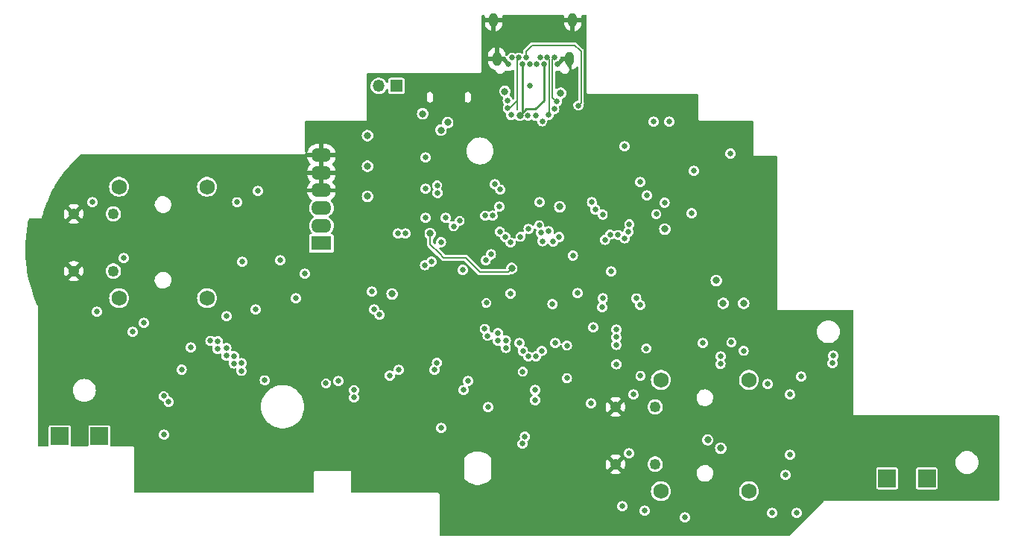
<source format=gbr>
G04 #@! TF.GenerationSoftware,KiCad,Pcbnew,7.0.2*
G04 #@! TF.CreationDate,2023-05-05T22:18:37-07:00*
G04 #@! TF.ProjectId,procon_gcc_main_pcb,70726f63-6f6e-45f6-9763-635f6d61696e,1*
G04 #@! TF.SameCoordinates,Original*
G04 #@! TF.FileFunction,Copper,L2,Inr*
G04 #@! TF.FilePolarity,Positive*
%FSLAX46Y46*%
G04 Gerber Fmt 4.6, Leading zero omitted, Abs format (unit mm)*
G04 Created by KiCad (PCBNEW 7.0.2) date 2023-05-05 22:18:37*
%MOMM*%
%LPD*%
G01*
G04 APERTURE LIST*
G04 #@! TA.AperFunction,ComponentPad*
%ADD10R,2.300000X1.600000*%
G04 #@! TD*
G04 #@! TA.AperFunction,ComponentPad*
%ADD11O,2.300000X1.600000*%
G04 #@! TD*
G04 #@! TA.AperFunction,ComponentPad*
%ADD12R,2.000000X2.000000*%
G04 #@! TD*
G04 #@! TA.AperFunction,ComponentPad*
%ADD13C,1.750000*%
G04 #@! TD*
G04 #@! TA.AperFunction,ComponentPad*
%ADD14C,1.250000*%
G04 #@! TD*
G04 #@! TA.AperFunction,ComponentPad*
%ADD15R,1.350000X1.350000*%
G04 #@! TD*
G04 #@! TA.AperFunction,ComponentPad*
%ADD16O,1.350000X1.350000*%
G04 #@! TD*
G04 #@! TA.AperFunction,ComponentPad*
%ADD17C,0.650000*%
G04 #@! TD*
G04 #@! TA.AperFunction,ComponentPad*
%ADD18O,1.000000X1.600000*%
G04 #@! TD*
G04 #@! TA.AperFunction,ViaPad*
%ADD19C,0.650000*%
G04 #@! TD*
G04 #@! TA.AperFunction,ViaPad*
%ADD20C,0.800000*%
G04 #@! TD*
G04 #@! TA.AperFunction,Conductor*
%ADD21C,0.250000*%
G04 #@! TD*
G04 #@! TA.AperFunction,Conductor*
%ADD22C,0.150000*%
G04 #@! TD*
G04 #@! TA.AperFunction,Conductor*
%ADD23C,0.200000*%
G04 #@! TD*
G04 APERTURE END LIST*
D10*
X114400000Y-118200000D03*
D11*
X114400000Y-116200000D03*
X114400000Y-114200000D03*
X114400000Y-112200000D03*
X114400000Y-110200000D03*
X114400000Y-108200000D03*
D12*
X178675000Y-144906500D03*
X84675000Y-140125000D03*
D13*
X152970000Y-133725000D03*
X152970000Y-146375000D03*
X162970000Y-133725000D03*
X162970000Y-146375000D03*
D14*
X152320000Y-136800000D03*
X152320000Y-143300000D03*
X147820000Y-136800000D03*
X147820000Y-143300000D03*
D15*
X122920000Y-100330000D03*
D16*
X120920000Y-100330000D03*
D17*
X135660000Y-97825000D03*
X136060000Y-97125000D03*
X136860000Y-97125000D03*
X137260000Y-97825000D03*
X137660000Y-97125000D03*
X138060000Y-97825000D03*
X138860000Y-97825000D03*
X139260000Y-97125000D03*
X139660000Y-97825000D03*
X140060000Y-97125000D03*
X140860000Y-97125000D03*
X141260000Y-97825000D03*
D18*
X142950000Y-92835000D03*
X142590000Y-97225000D03*
X134330000Y-97225000D03*
X133970000Y-92835000D03*
D13*
X91410000Y-111785000D03*
X91410000Y-124435000D03*
X101410000Y-111785000D03*
X101410000Y-124435000D03*
D14*
X90760000Y-114860000D03*
X90760000Y-121360000D03*
X86260000Y-114860000D03*
X86260000Y-121360000D03*
D12*
X89175000Y-140125000D03*
X183175000Y-144906500D03*
D19*
X94234000Y-127254000D03*
X134620000Y-114046000D03*
X168402000Y-148844000D03*
X140970000Y-129540000D03*
X142970303Y-119602303D03*
X133139909Y-124982636D03*
X88900000Y-125984000D03*
X167640000Y-142240000D03*
X151130000Y-148590000D03*
X136906432Y-129527645D03*
X152146000Y-104394000D03*
D20*
X119634000Y-112870000D03*
D19*
X120142000Y-123698000D03*
X145288000Y-127762000D03*
D20*
X119634000Y-109456500D03*
D19*
X149860000Y-135382000D03*
X128016000Y-139192000D03*
D20*
X141478000Y-114046000D03*
D19*
X127522636Y-131782091D03*
D20*
X119634000Y-105967500D03*
X122428000Y-123952000D03*
D19*
X105410000Y-120304500D03*
X155702000Y-149352000D03*
X143500453Y-123854037D03*
X88392000Y-113538000D03*
X107188000Y-112268000D03*
X96520000Y-139954000D03*
X106934000Y-125730000D03*
X137028008Y-117460000D03*
X167640000Y-135382000D03*
X156718000Y-109982000D03*
X142748000Y-100838000D03*
X120904000Y-116586000D03*
X145804133Y-112938500D03*
X133096000Y-100076000D03*
X143221104Y-114944030D03*
X130302000Y-132588000D03*
X150114000Y-104140000D03*
X120142000Y-139446000D03*
X107442000Y-119888000D03*
X103632000Y-123952000D03*
X152908000Y-107950000D03*
X132295074Y-125071565D03*
X96251364Y-140759909D03*
X134620000Y-138938000D03*
X165608000Y-144780000D03*
D20*
X139700000Y-105918000D03*
D19*
X94996000Y-124714000D03*
X149098000Y-131826000D03*
X163068000Y-117348000D03*
X111760000Y-127508000D03*
X145825146Y-121260797D03*
X165100000Y-141478000D03*
X143510000Y-128270000D03*
X170942000Y-133350000D03*
X120142000Y-136652000D03*
X102870000Y-119380000D03*
X151892000Y-119380000D03*
X165354000Y-132334000D03*
X94488000Y-129032000D03*
X125476000Y-122682000D03*
X102616000Y-140462000D03*
X103632000Y-111252000D03*
X85943500Y-111294911D03*
D20*
X140462000Y-113538000D03*
D19*
X85943500Y-123952000D03*
X128016000Y-128014500D03*
X147320000Y-145542000D03*
X164592000Y-150368000D03*
X156718000Y-146558000D03*
X151788505Y-121225927D03*
X135988986Y-122489828D03*
X153924000Y-104394000D03*
X96486350Y-135568701D03*
X139192000Y-113538000D03*
X172466000Y-131826000D03*
D20*
X153416000Y-116586000D03*
X159258000Y-122428000D03*
D19*
X159766000Y-131064000D03*
X99568000Y-130048000D03*
X98532731Y-132568731D03*
X172548500Y-130980513D03*
X159750995Y-131913370D03*
X97059568Y-136218201D03*
D20*
X160046410Y-125022965D03*
D19*
X162376218Y-130414500D03*
D20*
X162368205Y-125022965D03*
D19*
X127254000Y-132588000D03*
X123190000Y-132588000D03*
X139150797Y-116160492D03*
X130099145Y-115671295D03*
D20*
X135250000Y-100950000D03*
X141600000Y-101150000D03*
D19*
X135889284Y-123917342D03*
X140655008Y-125103788D03*
D20*
X125910445Y-103485736D03*
X136951582Y-103667026D03*
D19*
X137939425Y-116575498D03*
X129419477Y-116270795D03*
X148844000Y-107188000D03*
X160871714Y-108012111D03*
X135560000Y-102010000D03*
X141150037Y-102109750D03*
D20*
X127988555Y-105343940D03*
D19*
X127552150Y-111614186D03*
X134112000Y-111506000D03*
X135580464Y-102859256D03*
X140859500Y-102955721D03*
X139490000Y-104340000D03*
X150169000Y-124460000D03*
X138725000Y-103700000D03*
X150622000Y-111252000D03*
X146370500Y-124460000D03*
X153388660Y-113593849D03*
X145127916Y-113538000D03*
X152443077Y-114896437D03*
X145521157Y-114366463D03*
X146355074Y-114943530D03*
X156457671Y-114790556D03*
X102638667Y-129310618D03*
X132954745Y-127933292D03*
X133288465Y-128714500D03*
X102597604Y-130199504D03*
X103612047Y-130088267D03*
X134468986Y-128424319D03*
X134455541Y-129285586D03*
X103587142Y-130960994D03*
X135349887Y-129239062D03*
X104475631Y-131002427D03*
X135343064Y-130093708D03*
X104464757Y-131861123D03*
X105359559Y-131816120D03*
X137299911Y-130464500D03*
X137922000Y-131064000D03*
X105322545Y-132700957D03*
X150622000Y-125222000D03*
X146304000Y-125476000D03*
X137875497Y-103700000D03*
X151384000Y-112776000D03*
X138110500Y-100325000D03*
X135952868Y-103627332D03*
X140240000Y-103600000D03*
X134712689Y-112106689D03*
X127585799Y-112489066D03*
X143600000Y-102550000D03*
X130460546Y-121226096D03*
X147320000Y-121412000D03*
X165106351Y-134191230D03*
X150657142Y-133261336D03*
X165608000Y-148844000D03*
X168910000Y-133350000D03*
X135890000Y-118110000D03*
X126238000Y-115316000D03*
X126238000Y-112014000D03*
X135289311Y-117485500D03*
X134671163Y-116886000D03*
X126238000Y-108458000D03*
X151308546Y-130152209D03*
X138773731Y-131031781D03*
X139438596Y-130432281D03*
X157734000Y-129540000D03*
X160988701Y-129462658D03*
X116332000Y-133858000D03*
X101789256Y-129298146D03*
X111506000Y-124460000D03*
X131064000Y-133858000D03*
X130556000Y-134874000D03*
X114931741Y-134126473D03*
X140747854Y-118036659D03*
X112522000Y-121666000D03*
X146602865Y-117818373D03*
X133337098Y-136816213D03*
X145034000Y-136398000D03*
X137515984Y-140168988D03*
D20*
X158289061Y-140543759D03*
D19*
X120396000Y-125730000D03*
X138684000Y-134874000D03*
X147919500Y-128016000D03*
X147198879Y-117213045D03*
X141404177Y-117497313D03*
X118110000Y-134882500D03*
X137247348Y-140974897D03*
D20*
X159766000Y-141478000D03*
D19*
X167132000Y-144526000D03*
X148590000Y-148082000D03*
X127987924Y-118081924D03*
X133008554Y-115071795D03*
X128524000Y-115316000D03*
X91948000Y-119888000D03*
X133858000Y-115062000D03*
X149384122Y-116050151D03*
X148873233Y-117647016D03*
X122174000Y-133233500D03*
X142305553Y-129811740D03*
X142311493Y-133531152D03*
X147919500Y-129744441D03*
X140205307Y-116837159D03*
X120996689Y-126330689D03*
X139525184Y-117975142D03*
X138671220Y-136025083D03*
X148109237Y-117275581D03*
X118110000Y-135732003D03*
X147919500Y-128865503D03*
X139325404Y-117003791D03*
X149293981Y-116894857D03*
X147919500Y-131948063D03*
X137283380Y-132782656D03*
X92964000Y-128270000D03*
X103632000Y-126492000D03*
X109728000Y-120142000D03*
X104838364Y-113530045D03*
X149352000Y-142063488D03*
X107976376Y-133771361D03*
D20*
X136030294Y-121057593D03*
X126766222Y-117099496D03*
X128751620Y-104486351D03*
D19*
X123102497Y-117094000D03*
X126167632Y-120689085D03*
X133072036Y-120142000D03*
X126910268Y-120276596D03*
X133671536Y-119468777D03*
X123952000Y-117094000D03*
D21*
X137260000Y-103358608D02*
X136951582Y-103667026D01*
X137260000Y-97825000D02*
X137260000Y-103358608D01*
X139660000Y-101965000D02*
X139660000Y-97825000D01*
X136951582Y-103667026D02*
X137668608Y-102950000D01*
X138675000Y-102950000D02*
X139660000Y-101965000D01*
X137668608Y-102950000D02*
X138675000Y-102950000D01*
D22*
X140660000Y-97325000D02*
X140660000Y-101619713D01*
X140860000Y-97125000D02*
X140660000Y-97325000D01*
X140660000Y-101619713D02*
X141150037Y-102109750D01*
X135820744Y-102859256D02*
X135580464Y-102859256D01*
X136660000Y-97325000D02*
X136660000Y-102020000D01*
X136660000Y-102020000D02*
X135820744Y-102859256D01*
X136660000Y-102020000D02*
X136660000Y-102990000D01*
X136860000Y-97125000D02*
X136660000Y-97325000D01*
X140260000Y-102185000D02*
X140260000Y-103580000D01*
X140260000Y-103580000D02*
X140240000Y-103600000D01*
X140260000Y-97325000D02*
X140260000Y-102185000D01*
X140060000Y-97125000D02*
X140260000Y-97325000D01*
X143750000Y-96250000D02*
X143900000Y-96400000D01*
X142050000Y-95700000D02*
X143200000Y-95700000D01*
X137660000Y-97125000D02*
X137660000Y-96390000D01*
X143200000Y-95700000D02*
X143750000Y-96250000D01*
X138350000Y-95700000D02*
X142050000Y-95700000D01*
X143900000Y-102250000D02*
X143600000Y-102550000D01*
X143900000Y-96400000D02*
X143900000Y-98400000D01*
X143900000Y-98400000D02*
X143900000Y-102250000D01*
X137660000Y-96390000D02*
X138150000Y-95900000D01*
X138150000Y-95900000D02*
X138350000Y-95700000D01*
D23*
X126766222Y-118319974D02*
X127838263Y-119392015D01*
X126766222Y-117099496D02*
X126766222Y-118319974D01*
X127838263Y-119392015D02*
X128300065Y-119853817D01*
X132380943Y-121460754D02*
X134432312Y-121460754D01*
X135627133Y-121460754D02*
X136030294Y-121057593D01*
X130774006Y-119853817D02*
X132159413Y-121239224D01*
X128300065Y-119853817D02*
X130394669Y-119853817D01*
X132159413Y-121239224D02*
X132380943Y-121460754D01*
X130394669Y-119853817D02*
X130774006Y-119853817D01*
X134432312Y-121460754D02*
X135627133Y-121460754D01*
G04 #@! TA.AperFunction,Conductor*
G36*
X114650000Y-111708316D02*
G01*
X114621181Y-111690791D01*
X114475596Y-111650000D01*
X114362378Y-111650000D01*
X114250217Y-111665416D01*
X114150000Y-111708946D01*
X114150000Y-110691683D01*
X114178819Y-110709209D01*
X114324404Y-110750000D01*
X114437622Y-110750000D01*
X114549783Y-110734584D01*
X114650000Y-110691053D01*
X114650000Y-111708316D01*
G37*
G04 #@! TD.AperFunction*
G04 #@! TA.AperFunction,Conductor*
G36*
X114650000Y-109708316D02*
G01*
X114621181Y-109690791D01*
X114475596Y-109650000D01*
X114362378Y-109650000D01*
X114250217Y-109665416D01*
X114150000Y-109708946D01*
X114150000Y-108691683D01*
X114178819Y-108709209D01*
X114324404Y-108750000D01*
X114437622Y-108750000D01*
X114549783Y-108734584D01*
X114650000Y-108691053D01*
X114650000Y-109708316D01*
G37*
G04 #@! TD.AperFunction*
G04 #@! TA.AperFunction,Conductor*
G36*
X135313039Y-96994685D02*
G01*
X135358794Y-97047489D01*
X135370000Y-97099000D01*
X135370000Y-97181447D01*
X135506990Y-97318437D01*
X135533870Y-97358664D01*
X135557301Y-97415232D01*
X135557302Y-97415233D01*
X135649549Y-97535451D01*
X135769767Y-97627698D01*
X135826329Y-97651127D01*
X135826332Y-97651128D01*
X135866561Y-97678008D01*
X135925872Y-97737319D01*
X135959357Y-97798642D01*
X135954373Y-97868334D01*
X135925872Y-97912681D01*
X135747681Y-98090872D01*
X135686358Y-98124357D01*
X135616666Y-98119373D01*
X135572319Y-98090872D01*
X135352096Y-97870649D01*
X135460000Y-97870649D01*
X135499613Y-97952905D01*
X135570992Y-98009827D01*
X135637468Y-98025000D01*
X135682532Y-98025000D01*
X135749008Y-98009827D01*
X135820387Y-97952905D01*
X135860000Y-97870649D01*
X135860000Y-97779351D01*
X135820387Y-97697095D01*
X135749008Y-97640173D01*
X135682532Y-97625000D01*
X135637468Y-97625000D01*
X135570992Y-97640173D01*
X135499613Y-97697095D01*
X135460000Y-97779351D01*
X135460000Y-97870649D01*
X135352096Y-97870649D01*
X134956447Y-97475000D01*
X134580000Y-97475000D01*
X134580000Y-96975000D01*
X135246000Y-96975000D01*
X135313039Y-96994685D01*
G37*
G04 #@! TD.AperFunction*
G04 #@! TA.AperFunction,Conductor*
G36*
X142340000Y-97475000D02*
G01*
X141963552Y-97475000D01*
X141347681Y-98090872D01*
X141286358Y-98124357D01*
X141216666Y-98119373D01*
X141172319Y-98090872D01*
X141021819Y-97940372D01*
X140988334Y-97879049D01*
X140987431Y-97870649D01*
X141060000Y-97870649D01*
X141099613Y-97952905D01*
X141170992Y-98009827D01*
X141237468Y-98025000D01*
X141282532Y-98025000D01*
X141349008Y-98009827D01*
X141420387Y-97952905D01*
X141460000Y-97870649D01*
X141460000Y-97779351D01*
X141420387Y-97697095D01*
X141349008Y-97640173D01*
X141282532Y-97625000D01*
X141237468Y-97625000D01*
X141170992Y-97640173D01*
X141099613Y-97697095D01*
X141060000Y-97779351D01*
X141060000Y-97870649D01*
X140987431Y-97870649D01*
X140985500Y-97852691D01*
X140985500Y-97797308D01*
X141005185Y-97730269D01*
X141021817Y-97709628D01*
X141053435Y-97678009D01*
X141093660Y-97651131D01*
X141150233Y-97627698D01*
X141270451Y-97535451D01*
X141362698Y-97415233D01*
X141386130Y-97358662D01*
X141413007Y-97318438D01*
X141550000Y-97181446D01*
X141550000Y-97099000D01*
X141569685Y-97031961D01*
X141622489Y-96986206D01*
X141674000Y-96975000D01*
X142340000Y-96975000D01*
X142340000Y-97475000D01*
G37*
G04 #@! TD.AperFunction*
G04 #@! TA.AperFunction,Conductor*
G36*
X132919583Y-92284543D02*
G01*
X132965338Y-92337347D01*
X132975282Y-92406505D01*
X132974005Y-92413820D01*
X132970000Y-92433307D01*
X132970000Y-92585000D01*
X133720000Y-92585000D01*
X133720000Y-93085000D01*
X132970000Y-93085000D01*
X132970000Y-93182570D01*
X132970317Y-93188835D01*
X132985419Y-93337339D01*
X133046303Y-93531389D01*
X133145003Y-93709214D01*
X133277479Y-93863531D01*
X133438307Y-93988021D01*
X133620902Y-94077587D01*
X133720000Y-94103244D01*
X133720000Y-93159624D01*
X133734505Y-93232545D01*
X133789760Y-93315240D01*
X133872455Y-93370495D01*
X133970000Y-93389898D01*
X134067545Y-93370495D01*
X134150240Y-93315240D01*
X134205495Y-93232545D01*
X134220000Y-93159624D01*
X134220000Y-94108366D01*
X134221947Y-94108068D01*
X134412663Y-94037436D01*
X134585263Y-93929854D01*
X134732669Y-93789733D01*
X134848855Y-93622805D01*
X134929059Y-93435907D01*
X134970000Y-93236688D01*
X134970000Y-93085000D01*
X134220000Y-93085000D01*
X134220000Y-92585000D01*
X134970000Y-92585000D01*
X134970000Y-92487429D01*
X134969682Y-92481164D01*
X134961571Y-92401403D01*
X134974372Y-92332716D01*
X135022276Y-92281854D01*
X135084935Y-92264858D01*
X141832544Y-92264858D01*
X141899583Y-92284543D01*
X141945338Y-92337347D01*
X141955282Y-92406505D01*
X141954005Y-92413820D01*
X141950000Y-92433307D01*
X141950000Y-92585000D01*
X142700000Y-92585000D01*
X142700000Y-93085000D01*
X141950000Y-93085000D01*
X141950000Y-93182570D01*
X141950317Y-93188835D01*
X141965419Y-93337339D01*
X142026303Y-93531389D01*
X142125003Y-93709214D01*
X142257479Y-93863531D01*
X142418307Y-93988021D01*
X142600902Y-94077587D01*
X142700000Y-94103244D01*
X142700000Y-93159624D01*
X142714505Y-93232545D01*
X142769760Y-93315240D01*
X142852455Y-93370495D01*
X142950000Y-93389898D01*
X143047545Y-93370495D01*
X143130240Y-93315240D01*
X143185495Y-93232545D01*
X143200000Y-93159624D01*
X143200000Y-94108366D01*
X143201947Y-94108068D01*
X143392663Y-94037436D01*
X143565263Y-93929854D01*
X143712669Y-93789733D01*
X143828855Y-93622805D01*
X143909059Y-93435907D01*
X143950000Y-93236688D01*
X143950000Y-93085000D01*
X143200000Y-93085000D01*
X143200000Y-92585000D01*
X143950000Y-92585000D01*
X143950000Y-92487429D01*
X143949682Y-92481164D01*
X143941571Y-92401403D01*
X143954372Y-92332716D01*
X144002276Y-92281854D01*
X144064935Y-92264858D01*
X144431725Y-92264858D01*
X144498764Y-92284543D01*
X144544519Y-92337347D01*
X144555725Y-92388858D01*
X144555725Y-101078220D01*
X144551500Y-101110311D01*
X144550416Y-101114356D01*
X144550416Y-101114357D01*
X144550416Y-101114358D01*
X144555725Y-101134171D01*
X144555725Y-101134172D01*
X144571290Y-101192262D01*
X144628320Y-101249293D01*
X144706225Y-101270167D01*
X144710271Y-101269082D01*
X144742363Y-101264858D01*
X157131725Y-101264858D01*
X157198764Y-101284543D01*
X157244519Y-101337347D01*
X157255725Y-101388858D01*
X157255725Y-104078220D01*
X157251500Y-104110311D01*
X157250416Y-104114356D01*
X157250416Y-104114357D01*
X157255725Y-104134171D01*
X157270620Y-104189764D01*
X157271290Y-104192262D01*
X157328320Y-104249293D01*
X157406225Y-104270167D01*
X157410271Y-104269082D01*
X157442363Y-104264858D01*
X163331725Y-104264858D01*
X163398764Y-104284543D01*
X163444519Y-104337347D01*
X163455725Y-104388858D01*
X163455725Y-108078220D01*
X163451500Y-108110311D01*
X163450416Y-108114356D01*
X163450416Y-108114357D01*
X163450416Y-108114358D01*
X163455725Y-108134171D01*
X163455725Y-108134172D01*
X163471290Y-108192262D01*
X163528320Y-108249293D01*
X163606225Y-108270167D01*
X163610271Y-108269082D01*
X163642363Y-108264858D01*
X166031725Y-108264858D01*
X166098764Y-108284543D01*
X166144519Y-108337347D01*
X166155725Y-108388858D01*
X166155725Y-125578220D01*
X166151500Y-125610311D01*
X166150416Y-125614356D01*
X166150416Y-125614357D01*
X166155725Y-125634171D01*
X166166315Y-125673697D01*
X166171290Y-125692262D01*
X166228320Y-125749293D01*
X166306225Y-125770167D01*
X166310271Y-125769082D01*
X166342363Y-125764858D01*
X174731725Y-125764858D01*
X174798764Y-125784543D01*
X174844519Y-125837347D01*
X174855725Y-125888858D01*
X174855725Y-137578219D01*
X174851500Y-137610310D01*
X174850416Y-137614355D01*
X174850416Y-137614356D01*
X174855725Y-137634170D01*
X174868647Y-137682399D01*
X174871290Y-137692261D01*
X174928320Y-137749292D01*
X175006225Y-137770166D01*
X175010271Y-137769081D01*
X175042363Y-137764857D01*
X191281725Y-137764857D01*
X191348764Y-137784542D01*
X191394519Y-137837346D01*
X191405725Y-137888857D01*
X191405725Y-147339857D01*
X191386040Y-147406896D01*
X191333236Y-147452651D01*
X191281725Y-147463857D01*
X171612134Y-147463857D01*
X171606915Y-147463203D01*
X171555307Y-147463857D01*
X171523216Y-147463857D01*
X171519971Y-147464304D01*
X171513996Y-147464379D01*
X171513993Y-147464380D01*
X171511910Y-147465619D01*
X171480663Y-147478794D01*
X171478324Y-147479420D01*
X171478320Y-147479423D01*
X171474089Y-147483654D01*
X171471506Y-147485663D01*
X171462299Y-147495105D01*
X171462299Y-147495106D01*
X171449137Y-147508605D01*
X171436430Y-147521312D01*
X171412639Y-147545102D01*
X171409460Y-147549298D01*
X167629267Y-151426421D01*
X167568373Y-151460680D01*
X167540483Y-151463857D01*
X127930726Y-151463857D01*
X127863687Y-151444172D01*
X127817932Y-151391368D01*
X127806726Y-151339857D01*
X127806726Y-149352000D01*
X155121533Y-149352000D01*
X155141312Y-149502235D01*
X155199301Y-149642231D01*
X155199302Y-149642233D01*
X155291549Y-149762451D01*
X155411767Y-149854698D01*
X155551763Y-149912686D01*
X155551764Y-149912687D01*
X155701999Y-149932466D01*
X155701999Y-149932465D01*
X155702000Y-149932466D01*
X155852236Y-149912687D01*
X155992233Y-149854698D01*
X156112451Y-149762451D01*
X156204698Y-149642233D01*
X156262687Y-149502236D01*
X156282466Y-149352000D01*
X156262687Y-149201764D01*
X156204698Y-149061767D01*
X156112451Y-148941549D01*
X155992233Y-148849302D01*
X155979433Y-148844000D01*
X165027533Y-148844000D01*
X165047312Y-148994235D01*
X165105301Y-149134231D01*
X165105302Y-149134233D01*
X165197549Y-149254451D01*
X165317767Y-149346698D01*
X165457764Y-149404687D01*
X165607999Y-149424466D01*
X165607999Y-149424465D01*
X165608000Y-149424466D01*
X165758236Y-149404687D01*
X165898233Y-149346698D01*
X166018451Y-149254451D01*
X166110698Y-149134233D01*
X166168687Y-148994236D01*
X166188466Y-148844000D01*
X167821533Y-148844000D01*
X167841312Y-148994235D01*
X167899301Y-149134231D01*
X167899302Y-149134233D01*
X167991549Y-149254451D01*
X168111767Y-149346698D01*
X168251764Y-149404687D01*
X168402000Y-149424466D01*
X168552236Y-149404687D01*
X168692233Y-149346698D01*
X168812451Y-149254451D01*
X168904698Y-149134233D01*
X168962687Y-148994236D01*
X168982466Y-148844000D01*
X168962687Y-148693764D01*
X168904698Y-148553767D01*
X168812451Y-148433549D01*
X168692233Y-148341302D01*
X168692231Y-148341301D01*
X168552235Y-148283312D01*
X168401999Y-148263533D01*
X168251764Y-148283312D01*
X168111768Y-148341301D01*
X167991549Y-148433549D01*
X167899301Y-148553768D01*
X167841312Y-148693764D01*
X167821533Y-148844000D01*
X166188466Y-148844000D01*
X166168687Y-148693764D01*
X166110698Y-148553767D01*
X166018451Y-148433549D01*
X165898233Y-148341302D01*
X165898231Y-148341301D01*
X165758235Y-148283312D01*
X165607999Y-148263533D01*
X165457764Y-148283312D01*
X165317768Y-148341301D01*
X165197549Y-148433549D01*
X165105301Y-148553768D01*
X165047312Y-148693764D01*
X165027533Y-148844000D01*
X155979433Y-148844000D01*
X155852235Y-148791312D01*
X155701999Y-148771533D01*
X155551764Y-148791312D01*
X155411768Y-148849301D01*
X155291549Y-148941549D01*
X155199301Y-149061768D01*
X155141312Y-149201764D01*
X155121533Y-149352000D01*
X127806726Y-149352000D01*
X127806726Y-148082000D01*
X148009533Y-148082000D01*
X148029312Y-148232235D01*
X148074489Y-148341301D01*
X148087302Y-148372233D01*
X148179549Y-148492451D01*
X148299767Y-148584698D01*
X148439763Y-148642687D01*
X148439764Y-148642687D01*
X148589999Y-148662466D01*
X148589999Y-148662465D01*
X148590000Y-148662466D01*
X148740236Y-148642687D01*
X148867433Y-148590000D01*
X150549533Y-148590000D01*
X150569312Y-148740235D01*
X150614489Y-148849301D01*
X150627302Y-148880233D01*
X150719549Y-149000451D01*
X150839767Y-149092698D01*
X150979764Y-149150687D01*
X151130000Y-149170466D01*
X151280236Y-149150687D01*
X151420233Y-149092698D01*
X151540451Y-149000451D01*
X151632698Y-148880233D01*
X151690687Y-148740236D01*
X151710466Y-148590000D01*
X151690687Y-148439764D01*
X151632698Y-148299767D01*
X151540451Y-148179549D01*
X151420233Y-148087302D01*
X151407433Y-148082000D01*
X151280235Y-148029312D01*
X151130000Y-148009533D01*
X150979764Y-148029312D01*
X150839768Y-148087301D01*
X150719549Y-148179549D01*
X150627301Y-148299768D01*
X150569312Y-148439764D01*
X150549533Y-148590000D01*
X148867433Y-148590000D01*
X148880233Y-148584698D01*
X149000451Y-148492451D01*
X149092698Y-148372233D01*
X149150687Y-148232236D01*
X149170466Y-148082000D01*
X149150687Y-147931764D01*
X149092698Y-147791767D01*
X149000451Y-147671549D01*
X148880233Y-147579302D01*
X148880231Y-147579301D01*
X148740235Y-147521312D01*
X148589999Y-147501533D01*
X148439764Y-147521312D01*
X148299768Y-147579301D01*
X148179549Y-147671549D01*
X148087301Y-147791768D01*
X148029312Y-147931764D01*
X148009533Y-148082000D01*
X127806726Y-148082000D01*
X127806726Y-146750495D01*
X127810951Y-146718402D01*
X127812035Y-146714356D01*
X127791161Y-146636453D01*
X127791160Y-146636452D01*
X127734131Y-146579422D01*
X127734129Y-146579421D01*
X127656227Y-146558548D01*
X127656226Y-146558548D01*
X127652179Y-146559632D01*
X127620088Y-146563857D01*
X117930726Y-146563857D01*
X117863687Y-146544172D01*
X117817932Y-146491368D01*
X117806726Y-146439857D01*
X117806726Y-146374999D01*
X151839678Y-146374999D01*
X151858923Y-146582698D01*
X151916005Y-146783319D01*
X152008978Y-146970035D01*
X152134682Y-147136494D01*
X152288826Y-147277014D01*
X152288828Y-147277015D01*
X152288829Y-147277016D01*
X152466172Y-147386823D01*
X152660673Y-147462173D01*
X152865707Y-147500500D01*
X152865709Y-147500500D01*
X153074291Y-147500500D01*
X153074293Y-147500500D01*
X153279327Y-147462173D01*
X153473828Y-147386823D01*
X153651171Y-147277016D01*
X153805318Y-147136493D01*
X153931019Y-146970038D01*
X153931019Y-146970036D01*
X153931021Y-146970035D01*
X154023994Y-146783319D01*
X154081076Y-146582698D01*
X154089539Y-146491368D01*
X154100322Y-146375000D01*
X154100322Y-146374999D01*
X161839678Y-146374999D01*
X161858923Y-146582698D01*
X161916005Y-146783319D01*
X162008978Y-146970035D01*
X162134682Y-147136494D01*
X162288826Y-147277014D01*
X162288828Y-147277015D01*
X162288829Y-147277016D01*
X162466172Y-147386823D01*
X162660673Y-147462173D01*
X162865707Y-147500500D01*
X162865709Y-147500500D01*
X163074291Y-147500500D01*
X163074293Y-147500500D01*
X163279327Y-147462173D01*
X163473828Y-147386823D01*
X163651171Y-147277016D01*
X163805318Y-147136493D01*
X163931019Y-146970038D01*
X163931019Y-146970036D01*
X163931021Y-146970035D01*
X164023994Y-146783319D01*
X164081076Y-146582698D01*
X164089539Y-146491368D01*
X164100322Y-146375000D01*
X164081076Y-146167304D01*
X164081076Y-146167301D01*
X164023994Y-145966680D01*
X164006314Y-145931174D01*
X177424500Y-145931174D01*
X177439033Y-146004238D01*
X177439033Y-146004239D01*
X177439034Y-146004240D01*
X177494399Y-146087101D01*
X177577260Y-146142466D01*
X177613792Y-146149732D01*
X177650325Y-146157000D01*
X177650326Y-146157000D01*
X179699675Y-146157000D01*
X179724029Y-146152155D01*
X179772740Y-146142466D01*
X179855601Y-146087101D01*
X179910966Y-146004240D01*
X179925500Y-145931174D01*
X181924500Y-145931174D01*
X181939033Y-146004238D01*
X181939033Y-146004239D01*
X181939034Y-146004240D01*
X181994399Y-146087101D01*
X182077260Y-146142466D01*
X182113792Y-146149732D01*
X182150325Y-146157000D01*
X182150326Y-146157000D01*
X184199675Y-146157000D01*
X184224029Y-146152155D01*
X184272740Y-146142466D01*
X184355601Y-146087101D01*
X184410966Y-146004240D01*
X184425500Y-145931174D01*
X184425500Y-143881826D01*
X184410966Y-143808760D01*
X184355601Y-143725899D01*
X184272740Y-143670534D01*
X184272739Y-143670533D01*
X184272738Y-143670533D01*
X184199675Y-143656000D01*
X184199674Y-143656000D01*
X182150326Y-143656000D01*
X182150325Y-143656000D01*
X182077261Y-143670533D01*
X181994399Y-143725899D01*
X181939033Y-143808761D01*
X181924500Y-143881825D01*
X181924500Y-145931174D01*
X179925500Y-145931174D01*
X179925500Y-143881826D01*
X179910966Y-143808760D01*
X179855601Y-143725899D01*
X179772740Y-143670534D01*
X179772739Y-143670533D01*
X179772738Y-143670533D01*
X179699675Y-143656000D01*
X179699674Y-143656000D01*
X177650326Y-143656000D01*
X177650325Y-143656000D01*
X177577261Y-143670533D01*
X177494399Y-143725899D01*
X177439033Y-143808761D01*
X177424500Y-143881825D01*
X177424500Y-145931174D01*
X164006314Y-145931174D01*
X163931021Y-145779964D01*
X163805317Y-145613505D01*
X163651173Y-145472985D01*
X163473827Y-145363176D01*
X163279328Y-145287827D01*
X163210982Y-145275051D01*
X163074293Y-145249500D01*
X162865707Y-145249500D01*
X162763190Y-145268663D01*
X162660671Y-145287827D01*
X162466172Y-145363176D01*
X162288826Y-145472985D01*
X162134682Y-145613505D01*
X162008978Y-145779964D01*
X161916005Y-145966680D01*
X161858923Y-146167301D01*
X161839678Y-146374999D01*
X154100322Y-146374999D01*
X154081076Y-146167304D01*
X154081076Y-146167301D01*
X154023994Y-145966680D01*
X153931021Y-145779964D01*
X153805317Y-145613505D01*
X153651173Y-145472985D01*
X153473827Y-145363176D01*
X153279328Y-145287827D01*
X153210982Y-145275051D01*
X153074293Y-145249500D01*
X152865707Y-145249500D01*
X152763189Y-145268663D01*
X152660671Y-145287827D01*
X152466172Y-145363176D01*
X152288826Y-145472985D01*
X152134682Y-145613505D01*
X152008978Y-145779964D01*
X151916005Y-145966680D01*
X151858923Y-146167301D01*
X151839678Y-146374999D01*
X117806726Y-146374999D01*
X117806726Y-144795135D01*
X130601868Y-144795135D01*
X130603385Y-144802829D01*
X130604654Y-144815818D01*
X130608475Y-144830080D01*
X130610354Y-144838170D01*
X130616582Y-144869748D01*
X130621289Y-144877901D01*
X130621290Y-144877902D01*
X130621291Y-144877904D01*
X130635955Y-144892568D01*
X130647514Y-144905904D01*
X130711406Y-144991202D01*
X130888007Y-145171165D01*
X130891236Y-145173683D01*
X130891238Y-145173685D01*
X131053439Y-145300182D01*
X131086831Y-145326224D01*
X131304394Y-145453664D01*
X131536883Y-145551250D01*
X131780226Y-145617274D01*
X132030156Y-145650577D01*
X132034258Y-145650577D01*
X132278194Y-145650577D01*
X132282296Y-145650577D01*
X132532226Y-145617274D01*
X132775569Y-145551250D01*
X133008058Y-145453664D01*
X133225621Y-145326224D01*
X133424445Y-145171165D01*
X133601046Y-144991202D01*
X133664936Y-144905906D01*
X133676495Y-144892568D01*
X133691161Y-144877904D01*
X133691161Y-144877900D01*
X133695868Y-144869749D01*
X133697233Y-144862821D01*
X133697236Y-144862819D01*
X133702106Y-144838117D01*
X133703970Y-144830097D01*
X133706726Y-144819814D01*
X133706726Y-144819807D01*
X133707800Y-144815799D01*
X133709069Y-144802814D01*
X133710583Y-144795136D01*
X133706726Y-144764937D01*
X133706726Y-143299999D01*
X146690180Y-143299999D01*
X146709417Y-143507605D01*
X146766472Y-143708136D01*
X146859406Y-143894771D01*
X146864685Y-143901760D01*
X147375550Y-143390896D01*
X147376327Y-143401265D01*
X147425887Y-143527541D01*
X147510465Y-143633599D01*
X147622547Y-143710016D01*
X147730299Y-143743252D01*
X147221151Y-144252399D01*
X147316395Y-144311372D01*
X147510810Y-144386689D01*
X147715755Y-144425000D01*
X147924245Y-144425000D01*
X148066589Y-144398391D01*
X157015823Y-144398391D01*
X157045096Y-144589474D01*
X157112235Y-144770752D01*
X157214488Y-144934803D01*
X157214489Y-144934804D01*
X157214491Y-144934807D01*
X157284294Y-145008240D01*
X157347678Y-145074920D01*
X157393002Y-145106466D01*
X157506342Y-145185353D01*
X157683988Y-145261587D01*
X157873344Y-145300500D01*
X157873345Y-145300500D01*
X158015064Y-145300500D01*
X158018206Y-145300500D01*
X158162321Y-145285845D01*
X158346768Y-145227974D01*
X158515791Y-145134159D01*
X158662468Y-145008240D01*
X158752012Y-144892559D01*
X158780795Y-144855375D01*
X158793203Y-144830080D01*
X158865930Y-144681816D01*
X158906274Y-144525999D01*
X166551533Y-144525999D01*
X166571312Y-144676235D01*
X166623750Y-144802829D01*
X166629302Y-144816233D01*
X166721549Y-144936451D01*
X166841767Y-145028698D01*
X166953354Y-145074919D01*
X166981764Y-145086687D01*
X167131999Y-145106466D01*
X167131999Y-145106465D01*
X167132000Y-145106466D01*
X167282236Y-145086687D01*
X167422233Y-145028698D01*
X167542451Y-144936451D01*
X167634698Y-144816233D01*
X167692687Y-144676236D01*
X167712466Y-144526000D01*
X167692687Y-144375764D01*
X167634698Y-144235767D01*
X167542451Y-144115549D01*
X167422233Y-144023302D01*
X167422231Y-144023301D01*
X167282235Y-143965312D01*
X167132000Y-143945533D01*
X166981764Y-143965312D01*
X166841768Y-144023301D01*
X166721549Y-144115549D01*
X166629301Y-144235768D01*
X166571312Y-144375764D01*
X166551533Y-144525999D01*
X158906274Y-144525999D01*
X158914385Y-144494674D01*
X158924176Y-144301610D01*
X158916637Y-144252400D01*
X158894903Y-144110525D01*
X158827764Y-143929247D01*
X158725511Y-143765196D01*
X158725510Y-143765195D01*
X158725509Y-143765193D01*
X158592323Y-143625081D01*
X158592322Y-143625080D01*
X158592321Y-143625079D01*
X158433658Y-143514647D01*
X158256011Y-143438412D01*
X158105567Y-143407496D01*
X158066656Y-143399500D01*
X157921794Y-143399500D01*
X157918683Y-143399816D01*
X157918670Y-143399817D01*
X157777676Y-143414155D01*
X157593232Y-143472026D01*
X157424211Y-143565839D01*
X157424208Y-143565841D01*
X157424209Y-143565841D01*
X157302258Y-143670534D01*
X157277529Y-143691763D01*
X157159204Y-143844624D01*
X157074070Y-144018183D01*
X157025615Y-144205327D01*
X157015823Y-144398391D01*
X148066589Y-144398391D01*
X148129189Y-144386689D01*
X148323606Y-144311372D01*
X148418846Y-144252400D01*
X148418846Y-144252399D01*
X147908232Y-143741784D01*
X147954138Y-143734865D01*
X148076357Y-143676007D01*
X148175798Y-143583740D01*
X148243625Y-143466260D01*
X148261499Y-143387947D01*
X148775313Y-143901761D01*
X148775314Y-143901760D01*
X148780591Y-143894775D01*
X148873527Y-143708136D01*
X148930582Y-143507605D01*
X148949819Y-143300000D01*
X151439678Y-143300000D01*
X151458915Y-143483030D01*
X151515785Y-143658059D01*
X151607804Y-143817440D01*
X151730950Y-143954208D01*
X151879837Y-144062380D01*
X151879838Y-144062380D01*
X151879839Y-144062381D01*
X151918114Y-144079422D01*
X152047968Y-144137237D01*
X152227980Y-144175500D01*
X152227981Y-144175500D01*
X152412020Y-144175500D01*
X152592031Y-144137237D01*
X152592032Y-144137236D01*
X152592034Y-144137236D01*
X152760161Y-144062381D01*
X152893764Y-143965313D01*
X152909049Y-143954208D01*
X153032195Y-143817440D01*
X153124214Y-143658059D01*
X153125678Y-143653553D01*
X153181085Y-143483029D01*
X153200322Y-143300000D01*
X153181085Y-143116971D01*
X153180235Y-143114356D01*
X186444531Y-143114356D01*
X186464364Y-143341046D01*
X186523261Y-143560854D01*
X186619432Y-143767092D01*
X186749953Y-143953497D01*
X186910859Y-144114403D01*
X187097264Y-144244924D01*
X187097265Y-144244924D01*
X187097266Y-144244925D01*
X187303504Y-144341096D01*
X187523308Y-144399992D01*
X187750000Y-144419825D01*
X187976692Y-144399992D01*
X188196496Y-144341096D01*
X188402734Y-144244925D01*
X188589139Y-144114404D01*
X188750047Y-143953496D01*
X188880568Y-143767091D01*
X188976739Y-143560853D01*
X189035635Y-143341049D01*
X189055468Y-143114357D01*
X189053546Y-143092394D01*
X189046886Y-143016260D01*
X189035635Y-142887665D01*
X188976739Y-142667861D01*
X188880568Y-142461623D01*
X188854575Y-142424500D01*
X188750046Y-142275216D01*
X188589140Y-142114310D01*
X188402735Y-141983789D01*
X188196497Y-141887618D01*
X187976689Y-141828721D01*
X187750000Y-141808888D01*
X187523310Y-141828721D01*
X187303502Y-141887618D01*
X187097264Y-141983789D01*
X186910859Y-142114310D01*
X186749953Y-142275216D01*
X186619432Y-142461621D01*
X186523261Y-142667859D01*
X186464364Y-142887667D01*
X186444531Y-143114356D01*
X153180235Y-143114356D01*
X153124214Y-142941941D01*
X153124214Y-142941940D01*
X153032195Y-142782559D01*
X152909049Y-142645791D01*
X152760162Y-142537619D01*
X152592031Y-142462762D01*
X152412020Y-142424500D01*
X152412019Y-142424500D01*
X152227981Y-142424500D01*
X152227980Y-142424500D01*
X152047968Y-142462762D01*
X151879837Y-142537619D01*
X151730950Y-142645791D01*
X151607804Y-142782559D01*
X151515785Y-142941940D01*
X151458915Y-143116969D01*
X151439678Y-143300000D01*
X148949819Y-143300000D01*
X148930582Y-143092394D01*
X148873527Y-142891863D01*
X148780592Y-142705226D01*
X148775313Y-142698238D01*
X148264449Y-143209101D01*
X148263673Y-143198735D01*
X148214113Y-143072459D01*
X148129535Y-142966401D01*
X148017453Y-142889984D01*
X147909700Y-142856747D01*
X148418847Y-142347599D01*
X148323605Y-142288627D01*
X148129189Y-142213310D01*
X147924245Y-142175000D01*
X147715755Y-142175000D01*
X147510805Y-142213311D01*
X147316397Y-142288625D01*
X147221152Y-142347598D01*
X147221151Y-142347599D01*
X147731768Y-142858215D01*
X147685862Y-142865135D01*
X147563643Y-142923993D01*
X147464202Y-143016260D01*
X147396375Y-143133740D01*
X147378500Y-143212052D01*
X146864685Y-142698237D01*
X146864684Y-142698237D01*
X146859408Y-142705223D01*
X146766472Y-142891863D01*
X146709417Y-143092394D01*
X146690180Y-143299999D01*
X133706726Y-143299999D01*
X133706726Y-142735063D01*
X133710583Y-142704864D01*
X133709069Y-142697184D01*
X133707800Y-142684196D01*
X133703980Y-142669939D01*
X133702097Y-142661833D01*
X133697236Y-142637181D01*
X133697234Y-142637179D01*
X133695869Y-142630254D01*
X133691162Y-142622100D01*
X133691161Y-142622096D01*
X133676498Y-142607433D01*
X133664936Y-142594094D01*
X133603520Y-142512101D01*
X133603517Y-142512097D01*
X133601046Y-142508798D01*
X133424445Y-142328835D01*
X133421216Y-142326317D01*
X133421213Y-142326314D01*
X133228859Y-142176301D01*
X133228856Y-142176299D01*
X133225621Y-142173776D01*
X133222077Y-142171700D01*
X133222074Y-142171698D01*
X133037340Y-142063488D01*
X148771533Y-142063488D01*
X148791312Y-142213723D01*
X148838994Y-142328835D01*
X148849302Y-142353721D01*
X148941549Y-142473939D01*
X149061767Y-142566186D01*
X149201764Y-142624175D01*
X149352000Y-142643954D01*
X149502236Y-142624175D01*
X149642233Y-142566186D01*
X149762451Y-142473939D01*
X149854698Y-142353721D01*
X149901803Y-142240000D01*
X167059533Y-142240000D01*
X167079312Y-142390235D01*
X167113984Y-142473939D01*
X167137302Y-142530233D01*
X167229549Y-142650451D01*
X167349767Y-142742698D01*
X167489764Y-142800687D01*
X167640000Y-142820466D01*
X167790236Y-142800687D01*
X167930233Y-142742698D01*
X168050451Y-142650451D01*
X168142698Y-142530233D01*
X168200687Y-142390236D01*
X168220466Y-142240000D01*
X168200687Y-142089764D01*
X168142698Y-141949767D01*
X168050451Y-141829549D01*
X167930233Y-141737302D01*
X167930231Y-141737301D01*
X167790235Y-141679312D01*
X167640000Y-141659533D01*
X167489764Y-141679312D01*
X167349768Y-141737301D01*
X167229549Y-141829549D01*
X167137301Y-141949768D01*
X167079312Y-142089764D01*
X167059533Y-142240000D01*
X149901803Y-142240000D01*
X149912687Y-142213724D01*
X149932466Y-142063488D01*
X149912687Y-141913252D01*
X149854698Y-141773255D01*
X149762451Y-141653037D01*
X149642233Y-141560790D01*
X149642231Y-141560789D01*
X149502235Y-141502800D01*
X149352000Y-141483021D01*
X149201764Y-141502800D01*
X149061768Y-141560789D01*
X148941549Y-141653037D01*
X148849301Y-141773256D01*
X148791312Y-141913252D01*
X148771533Y-142063488D01*
X133037340Y-142063488D01*
X133011602Y-142048412D01*
X133008058Y-142046336D01*
X132775569Y-141948750D01*
X132771600Y-141947673D01*
X132536193Y-141883802D01*
X132536188Y-141883801D01*
X132532226Y-141882726D01*
X132528165Y-141882184D01*
X132528156Y-141882183D01*
X132286359Y-141849964D01*
X132286353Y-141849963D01*
X132282296Y-141849423D01*
X132030156Y-141849423D01*
X132026099Y-141849963D01*
X132026092Y-141849964D01*
X131784295Y-141882183D01*
X131784283Y-141882185D01*
X131780226Y-141882726D01*
X131776266Y-141883800D01*
X131776258Y-141883802D01*
X131540851Y-141947673D01*
X131540845Y-141947674D01*
X131536883Y-141948750D01*
X131533095Y-141950339D01*
X131533092Y-141950341D01*
X131308181Y-142044746D01*
X131308175Y-142044748D01*
X131304394Y-142046336D01*
X131300855Y-142048408D01*
X131300849Y-142048412D01*
X131090377Y-142171698D01*
X131090367Y-142171704D01*
X131086831Y-142173776D01*
X131083602Y-142176294D01*
X131083592Y-142176301D01*
X130891238Y-142326314D01*
X130891227Y-142326323D01*
X130888007Y-142328835D01*
X130885141Y-142331755D01*
X130885136Y-142331760D01*
X130714298Y-142505850D01*
X130714291Y-142505857D01*
X130711406Y-142508798D01*
X130708935Y-142512097D01*
X130647513Y-142594096D01*
X130635953Y-142607433D01*
X130621291Y-142622095D01*
X130616582Y-142630252D01*
X130610352Y-142661840D01*
X130608474Y-142669927D01*
X130604654Y-142684185D01*
X130603386Y-142697169D01*
X130601868Y-142704866D01*
X130605726Y-142735063D01*
X130605726Y-144764937D01*
X130601868Y-144795135D01*
X117806726Y-144795135D01*
X117806726Y-144250495D01*
X117810951Y-144218402D01*
X117812035Y-144214356D01*
X117801623Y-144175500D01*
X117791161Y-144136453D01*
X117791160Y-144136452D01*
X117791161Y-144136452D01*
X117765235Y-144110527D01*
X117734132Y-144079423D01*
X117734131Y-144079422D01*
X117734128Y-144079421D01*
X117656227Y-144058548D01*
X117656226Y-144058548D01*
X117652179Y-144059632D01*
X117620088Y-144063857D01*
X113692364Y-144063857D01*
X113660272Y-144059632D01*
X113656226Y-144058548D01*
X113656225Y-144058548D01*
X113636411Y-144063857D01*
X113578323Y-144079421D01*
X113521290Y-144136453D01*
X113500417Y-144214355D01*
X113500417Y-144214356D01*
X113500417Y-144214357D01*
X113501501Y-144218402D01*
X113505725Y-144250491D01*
X113505725Y-145363177D01*
X113505726Y-146439857D01*
X113486041Y-146506896D01*
X113433238Y-146552651D01*
X113381726Y-146563857D01*
X93230726Y-146563857D01*
X93163687Y-146544172D01*
X93117932Y-146491368D01*
X93106726Y-146439857D01*
X93106726Y-141450495D01*
X93110951Y-141418402D01*
X93112035Y-141414356D01*
X93091161Y-141336453D01*
X93075890Y-141321182D01*
X93034131Y-141279422D01*
X93034128Y-141279421D01*
X92956227Y-141258548D01*
X92956226Y-141258548D01*
X92952179Y-141259632D01*
X92920088Y-141263857D01*
X90549500Y-141263857D01*
X90482461Y-141244172D01*
X90436706Y-141191368D01*
X90425500Y-141139857D01*
X90425500Y-140974896D01*
X136666881Y-140974896D01*
X136686660Y-141125132D01*
X136744123Y-141263857D01*
X136744650Y-141265130D01*
X136836897Y-141385348D01*
X136957115Y-141477595D01*
X137097112Y-141535584D01*
X137247348Y-141555363D01*
X137397584Y-141535584D01*
X137536606Y-141477999D01*
X159110721Y-141477999D01*
X159129763Y-141634818D01*
X159185780Y-141782523D01*
X159275515Y-141912528D01*
X159275516Y-141912529D01*
X159275517Y-141912530D01*
X159393760Y-142017283D01*
X159533635Y-142090696D01*
X159687015Y-142128500D01*
X159844985Y-142128500D01*
X159998365Y-142090696D01*
X160138240Y-142017283D01*
X160256483Y-141912530D01*
X160346220Y-141782523D01*
X160402237Y-141634818D01*
X160421278Y-141478000D01*
X160402237Y-141321182D01*
X160346220Y-141173477D01*
X160301351Y-141108473D01*
X160256484Y-141043471D01*
X160256483Y-141043470D01*
X160138240Y-140938717D01*
X160124994Y-140931764D01*
X159998364Y-140865303D01*
X159844985Y-140827500D01*
X159687015Y-140827500D01*
X159533635Y-140865303D01*
X159393761Y-140938716D01*
X159275515Y-141043471D01*
X159185780Y-141173476D01*
X159129763Y-141321181D01*
X159110721Y-141477999D01*
X137536606Y-141477999D01*
X137537581Y-141477595D01*
X137657799Y-141385348D01*
X137750046Y-141265130D01*
X137808035Y-141125133D01*
X137827814Y-140974897D01*
X137808035Y-140824661D01*
X137795925Y-140795427D01*
X137788457Y-140725959D01*
X137819732Y-140663479D01*
X137835001Y-140649599D01*
X137926435Y-140579439D01*
X137953813Y-140543759D01*
X157633782Y-140543759D01*
X157652824Y-140700577D01*
X157708841Y-140848282D01*
X157798576Y-140978287D01*
X157798577Y-140978288D01*
X157798578Y-140978289D01*
X157916821Y-141083042D01*
X158056696Y-141156455D01*
X158210076Y-141194259D01*
X158368046Y-141194259D01*
X158521426Y-141156455D01*
X158661301Y-141083042D01*
X158779544Y-140978289D01*
X158869281Y-140848282D01*
X158925298Y-140700577D01*
X158944339Y-140543759D01*
X158925298Y-140386941D01*
X158869281Y-140239236D01*
X158824412Y-140174232D01*
X158779545Y-140109230D01*
X158677415Y-140018752D01*
X158661301Y-140004476D01*
X158648055Y-139997523D01*
X158521425Y-139931062D01*
X158368046Y-139893259D01*
X158210076Y-139893259D01*
X158056696Y-139931062D01*
X157916822Y-140004475D01*
X157798576Y-140109230D01*
X157708841Y-140239235D01*
X157652824Y-140386940D01*
X157633782Y-140543759D01*
X137953813Y-140543759D01*
X138018682Y-140459221D01*
X138076671Y-140319224D01*
X138096450Y-140168988D01*
X138076671Y-140018752D01*
X138018682Y-139878755D01*
X137926435Y-139758537D01*
X137806217Y-139666290D01*
X137806215Y-139666289D01*
X137666219Y-139608300D01*
X137515984Y-139588521D01*
X137365748Y-139608300D01*
X137225752Y-139666289D01*
X137105533Y-139758537D01*
X137013285Y-139878756D01*
X136955296Y-140018752D01*
X136935517Y-140168987D01*
X136955297Y-140319225D01*
X136967405Y-140348457D01*
X136974874Y-140417927D01*
X136943598Y-140480406D01*
X136928331Y-140494284D01*
X136836899Y-140564443D01*
X136744649Y-140684665D01*
X136686660Y-140824661D01*
X136666881Y-140974896D01*
X90425500Y-140974896D01*
X90425500Y-139954000D01*
X95939533Y-139954000D01*
X95959312Y-140104235D01*
X95986134Y-140168987D01*
X96017302Y-140244233D01*
X96109549Y-140364451D01*
X96229767Y-140456698D01*
X96369764Y-140514687D01*
X96520000Y-140534466D01*
X96670236Y-140514687D01*
X96810233Y-140456698D01*
X96930451Y-140364451D01*
X97022698Y-140244233D01*
X97080687Y-140104236D01*
X97100466Y-139954000D01*
X97080687Y-139803764D01*
X97022698Y-139663767D01*
X96930451Y-139543549D01*
X96810233Y-139451302D01*
X96810231Y-139451301D01*
X96670235Y-139393312D01*
X96520000Y-139373533D01*
X96369764Y-139393312D01*
X96229768Y-139451301D01*
X96109549Y-139543549D01*
X96017301Y-139663768D01*
X95959312Y-139803764D01*
X95939533Y-139954000D01*
X90425500Y-139954000D01*
X90425500Y-139100325D01*
X90410966Y-139027261D01*
X90410966Y-139027260D01*
X90355601Y-138944399D01*
X90272740Y-138889034D01*
X90272739Y-138889033D01*
X90272738Y-138889033D01*
X90199675Y-138874500D01*
X90199674Y-138874500D01*
X88150326Y-138874500D01*
X88150325Y-138874500D01*
X88077261Y-138889033D01*
X87994399Y-138944399D01*
X87939033Y-139027261D01*
X87924500Y-139100325D01*
X87924500Y-141139857D01*
X87904815Y-141206896D01*
X87852011Y-141252651D01*
X87800500Y-141263857D01*
X86049500Y-141263857D01*
X85982461Y-141244172D01*
X85936706Y-141191368D01*
X85925500Y-141139857D01*
X85925500Y-139100325D01*
X85910966Y-139027261D01*
X85910966Y-139027260D01*
X85855601Y-138944399D01*
X85772740Y-138889034D01*
X85772739Y-138889033D01*
X85772738Y-138889033D01*
X85699675Y-138874500D01*
X85699674Y-138874500D01*
X83650326Y-138874500D01*
X83650325Y-138874500D01*
X83577261Y-138889033D01*
X83494399Y-138944399D01*
X83439033Y-139027261D01*
X83424500Y-139100325D01*
X83424500Y-141139857D01*
X83404815Y-141206896D01*
X83352011Y-141252651D01*
X83300500Y-141263857D01*
X82330726Y-141263857D01*
X82263687Y-141244172D01*
X82217932Y-141191368D01*
X82206726Y-141139857D01*
X82206726Y-134914357D01*
X86169531Y-134914357D01*
X86189364Y-135141047D01*
X86248261Y-135360855D01*
X86344432Y-135567093D01*
X86474953Y-135753498D01*
X86635859Y-135914404D01*
X86822264Y-136044925D01*
X86822265Y-136044925D01*
X86822266Y-136044926D01*
X87028504Y-136141097D01*
X87248308Y-136199993D01*
X87399435Y-136213215D01*
X87474999Y-136219826D01*
X87474999Y-136219825D01*
X87475000Y-136219826D01*
X87701692Y-136199993D01*
X87921496Y-136141097D01*
X88127734Y-136044926D01*
X88314139Y-135914405D01*
X88475047Y-135753497D01*
X88604441Y-135568701D01*
X95905883Y-135568701D01*
X95925662Y-135718936D01*
X95966503Y-135817533D01*
X95983652Y-135858934D01*
X96075899Y-135979152D01*
X96196117Y-136071399D01*
X96336114Y-136129388D01*
X96375391Y-136134558D01*
X96439286Y-136162823D01*
X96477758Y-136221147D01*
X96482144Y-136241311D01*
X96495380Y-136341844D01*
X96498881Y-136368437D01*
X96556870Y-136508434D01*
X96649117Y-136628652D01*
X96769335Y-136720899D01*
X96890542Y-136771105D01*
X96909332Y-136778888D01*
X97059567Y-136798667D01*
X97059567Y-136798666D01*
X97059568Y-136798667D01*
X97209804Y-136778888D01*
X97219190Y-136775000D01*
X107544655Y-136775000D01*
X107564016Y-137082736D01*
X107564743Y-137086548D01*
X107564745Y-137086562D01*
X107621063Y-137381789D01*
X107621794Y-137385619D01*
X107622997Y-137389322D01*
X107622999Y-137389329D01*
X107715874Y-137675168D01*
X107717078Y-137678873D01*
X107718735Y-137682396D01*
X107718737Y-137682399D01*
X107779427Y-137811372D01*
X107848365Y-137957871D01*
X108013584Y-138218216D01*
X108016070Y-138221221D01*
X108119240Y-138345932D01*
X108210131Y-138455799D01*
X108212971Y-138458466D01*
X108212972Y-138458467D01*
X108298668Y-138538941D01*
X108434904Y-138666876D01*
X108684360Y-138848116D01*
X108687767Y-138849989D01*
X108814186Y-138919489D01*
X108954565Y-138996663D01*
X109241257Y-139110172D01*
X109539914Y-139186854D01*
X109845828Y-139225500D01*
X109849723Y-139225500D01*
X110150277Y-139225500D01*
X110154172Y-139225500D01*
X110419359Y-139191999D01*
X127435533Y-139191999D01*
X127455312Y-139342235D01*
X127500489Y-139451301D01*
X127513302Y-139482233D01*
X127605549Y-139602451D01*
X127725767Y-139694698D01*
X127865764Y-139752686D01*
X127865764Y-139752687D01*
X128015999Y-139772466D01*
X128015999Y-139772465D01*
X128016000Y-139772466D01*
X128166236Y-139752687D01*
X128306233Y-139694698D01*
X128426451Y-139602451D01*
X128518698Y-139482233D01*
X128576687Y-139342236D01*
X128596466Y-139192000D01*
X128576687Y-139041764D01*
X128518698Y-138901767D01*
X128426451Y-138781549D01*
X128306233Y-138689302D01*
X128292248Y-138683509D01*
X128166235Y-138631312D01*
X128015999Y-138611533D01*
X127865764Y-138631312D01*
X127725768Y-138689301D01*
X127605549Y-138781549D01*
X127513301Y-138901768D01*
X127455312Y-139041764D01*
X127435533Y-139191999D01*
X110419359Y-139191999D01*
X110460086Y-139186854D01*
X110758743Y-139110172D01*
X111045435Y-138996663D01*
X111315640Y-138848116D01*
X111565096Y-138666876D01*
X111789869Y-138455799D01*
X111986416Y-138218216D01*
X112151635Y-137957871D01*
X112282922Y-137678873D01*
X112378206Y-137385619D01*
X112435984Y-137082736D01*
X112452752Y-136816212D01*
X132756631Y-136816212D01*
X132776410Y-136966448D01*
X132834399Y-137106444D01*
X132834400Y-137106446D01*
X132926647Y-137226664D01*
X133046865Y-137318911D01*
X133186862Y-137376900D01*
X133337098Y-137396679D01*
X133487334Y-137376900D01*
X133627331Y-137318911D01*
X133747549Y-137226664D01*
X133839796Y-137106446D01*
X133897785Y-136966449D01*
X133917564Y-136816213D01*
X133897785Y-136665977D01*
X133839796Y-136525980D01*
X133747549Y-136405762D01*
X133627331Y-136313515D01*
X133624806Y-136312469D01*
X133487333Y-136255525D01*
X133337098Y-136235746D01*
X133186862Y-136255525D01*
X133046866Y-136313514D01*
X132926647Y-136405762D01*
X132834399Y-136525981D01*
X132776410Y-136665977D01*
X132756631Y-136816212D01*
X112452752Y-136816212D01*
X112455345Y-136775000D01*
X112435984Y-136467264D01*
X112378206Y-136164381D01*
X112282922Y-135871127D01*
X112217454Y-135732002D01*
X117529533Y-135732002D01*
X117549312Y-135882238D01*
X117589456Y-135979152D01*
X117607302Y-136022236D01*
X117699549Y-136142454D01*
X117819767Y-136234701D01*
X117959764Y-136292690D01*
X118110000Y-136312469D01*
X118260236Y-136292690D01*
X118400233Y-136234701D01*
X118520451Y-136142454D01*
X118610514Y-136025082D01*
X138090753Y-136025082D01*
X138110532Y-136175318D01*
X138167776Y-136313515D01*
X138168522Y-136315316D01*
X138260769Y-136435534D01*
X138380987Y-136527781D01*
X138488849Y-136572459D01*
X138520984Y-136585770D01*
X138671219Y-136605549D01*
X138671219Y-136605548D01*
X138671220Y-136605549D01*
X138821456Y-136585770D01*
X138961453Y-136527781D01*
X139081671Y-136435534D01*
X139110472Y-136398000D01*
X144453533Y-136398000D01*
X144473312Y-136548235D01*
X144508730Y-136633740D01*
X144531302Y-136688233D01*
X144623549Y-136808451D01*
X144743767Y-136900698D01*
X144883764Y-136958687D01*
X145034000Y-136978466D01*
X145184236Y-136958687D01*
X145324233Y-136900698D01*
X145444451Y-136808451D01*
X145450936Y-136800000D01*
X146690180Y-136800000D01*
X146709417Y-137007605D01*
X146766472Y-137208136D01*
X146859406Y-137394771D01*
X146864685Y-137401760D01*
X147375550Y-136890896D01*
X147376327Y-136901265D01*
X147425887Y-137027541D01*
X147510465Y-137133599D01*
X147622547Y-137210016D01*
X147730299Y-137243252D01*
X147221151Y-137752399D01*
X147316395Y-137811372D01*
X147510810Y-137886689D01*
X147715755Y-137925000D01*
X147924245Y-137925000D01*
X148129189Y-137886689D01*
X148323606Y-137811372D01*
X148418846Y-137752400D01*
X148418846Y-137752399D01*
X147908232Y-137241784D01*
X147954138Y-137234865D01*
X148076357Y-137176007D01*
X148175798Y-137083740D01*
X148243625Y-136966260D01*
X148261499Y-136887947D01*
X148775313Y-137401761D01*
X148775314Y-137401760D01*
X148780591Y-137394775D01*
X148873527Y-137208136D01*
X148930582Y-137007605D01*
X148949819Y-136800000D01*
X151439678Y-136800000D01*
X151458915Y-136983030D01*
X151515785Y-137158059D01*
X151607804Y-137317440D01*
X151730950Y-137454208D01*
X151879837Y-137562380D01*
X152047968Y-137637237D01*
X152227980Y-137675500D01*
X152227981Y-137675500D01*
X152412020Y-137675500D01*
X152592031Y-137637237D01*
X152592032Y-137637236D01*
X152592034Y-137637236D01*
X152760161Y-137562381D01*
X152834605Y-137508294D01*
X152909049Y-137454208D01*
X153032195Y-137317440D01*
X153124214Y-137158059D01*
X153125678Y-137153553D01*
X153181085Y-136983029D01*
X153200322Y-136800000D01*
X153181085Y-136616971D01*
X153124214Y-136441941D01*
X153124214Y-136441940D01*
X153032195Y-136282559D01*
X152909049Y-136145791D01*
X152760162Y-136037619D01*
X152592031Y-135962762D01*
X152412020Y-135924500D01*
X152412019Y-135924500D01*
X152227981Y-135924500D01*
X152227980Y-135924500D01*
X152047968Y-135962762D01*
X151879837Y-136037619D01*
X151730950Y-136145791D01*
X151607804Y-136282559D01*
X151515785Y-136441940D01*
X151458915Y-136616969D01*
X151439678Y-136800000D01*
X148949819Y-136800000D01*
X148930582Y-136592394D01*
X148873527Y-136391863D01*
X148780592Y-136205226D01*
X148775313Y-136198238D01*
X148264449Y-136709101D01*
X148263673Y-136698735D01*
X148214113Y-136572459D01*
X148129535Y-136466401D01*
X148017453Y-136389984D01*
X147909700Y-136356747D01*
X148418847Y-135847599D01*
X148323605Y-135788627D01*
X148129189Y-135713310D01*
X147924245Y-135675000D01*
X147715755Y-135675000D01*
X147510805Y-135713311D01*
X147316397Y-135788625D01*
X147221152Y-135847598D01*
X147221151Y-135847599D01*
X147731768Y-136358215D01*
X147685862Y-136365135D01*
X147563643Y-136423993D01*
X147464202Y-136516260D01*
X147396375Y-136633740D01*
X147378500Y-136712052D01*
X146864685Y-136198237D01*
X146864684Y-136198237D01*
X146859408Y-136205223D01*
X146766472Y-136391863D01*
X146709417Y-136592394D01*
X146690180Y-136800000D01*
X145450936Y-136800000D01*
X145536698Y-136688233D01*
X145594687Y-136548236D01*
X145614466Y-136398000D01*
X145594687Y-136247764D01*
X145536698Y-136107767D01*
X145444451Y-135987549D01*
X145324233Y-135895302D01*
X145322712Y-135894672D01*
X145184235Y-135837312D01*
X145033999Y-135817533D01*
X144883764Y-135837312D01*
X144743768Y-135895301D01*
X144623549Y-135987549D01*
X144531301Y-136107768D01*
X144473312Y-136247764D01*
X144453533Y-136398000D01*
X139110472Y-136398000D01*
X139173918Y-136315316D01*
X139231907Y-136175319D01*
X139251686Y-136025083D01*
X139231907Y-135874847D01*
X139173918Y-135734850D01*
X139081671Y-135614632D01*
X139001115Y-135552819D01*
X138959914Y-135496392D01*
X138955759Y-135426646D01*
X138980832Y-135382000D01*
X149279533Y-135382000D01*
X149299312Y-135532235D01*
X149343012Y-135637735D01*
X149357302Y-135672233D01*
X149449549Y-135792451D01*
X149569767Y-135884698D01*
X149674232Y-135927969D01*
X149709764Y-135942687D01*
X149859999Y-135962466D01*
X149859999Y-135962465D01*
X149860000Y-135962466D01*
X150010236Y-135942687D01*
X150150233Y-135884698D01*
X150262710Y-135798391D01*
X157015823Y-135798391D01*
X157045096Y-135989474D01*
X157112235Y-136170752D01*
X157214488Y-136334803D01*
X157214489Y-136334804D01*
X157214491Y-136334807D01*
X157347677Y-136474919D01*
X157506342Y-136585353D01*
X157683988Y-136661587D01*
X157873344Y-136700500D01*
X157873345Y-136700500D01*
X158015064Y-136700500D01*
X158018206Y-136700500D01*
X158162321Y-136685845D01*
X158346768Y-136627974D01*
X158515791Y-136534159D01*
X158662468Y-136408240D01*
X158741353Y-136306328D01*
X158780795Y-136255375D01*
X158790423Y-136235747D01*
X158865930Y-136081816D01*
X158914385Y-135894674D01*
X158924176Y-135701610D01*
X158920099Y-135675000D01*
X158894903Y-135510525D01*
X158847302Y-135382000D01*
X167059533Y-135382000D01*
X167079312Y-135532235D01*
X167123012Y-135637735D01*
X167137302Y-135672233D01*
X167229549Y-135792451D01*
X167349767Y-135884698D01*
X167489764Y-135942687D01*
X167640000Y-135962466D01*
X167790236Y-135942687D01*
X167930233Y-135884698D01*
X168050451Y-135792451D01*
X168142698Y-135672233D01*
X168200687Y-135532236D01*
X168220466Y-135382000D01*
X168211983Y-135317569D01*
X168200687Y-135231764D01*
X168176235Y-135172733D01*
X168142698Y-135091767D01*
X168050451Y-134971549D01*
X167930233Y-134879302D01*
X167917431Y-134873999D01*
X167790235Y-134821312D01*
X167640000Y-134801533D01*
X167489764Y-134821312D01*
X167349768Y-134879301D01*
X167229549Y-134971549D01*
X167137301Y-135091768D01*
X167079312Y-135231764D01*
X167059533Y-135382000D01*
X158847302Y-135382000D01*
X158827764Y-135329247D01*
X158725511Y-135165196D01*
X158725510Y-135165195D01*
X158725509Y-135165193D01*
X158592323Y-135025081D01*
X158592322Y-135025080D01*
X158592321Y-135025079D01*
X158433658Y-134914647D01*
X158256011Y-134838412D01*
X158105567Y-134807496D01*
X158066656Y-134799500D01*
X157921794Y-134799500D01*
X157918683Y-134799816D01*
X157918670Y-134799817D01*
X157777676Y-134814155D01*
X157593232Y-134872026D01*
X157424211Y-134965839D01*
X157424208Y-134965841D01*
X157424209Y-134965841D01*
X157307537Y-135066002D01*
X157277529Y-135091763D01*
X157159204Y-135244624D01*
X157074070Y-135418183D01*
X157025615Y-135605327D01*
X157015823Y-135798391D01*
X150262710Y-135798391D01*
X150270451Y-135792451D01*
X150362698Y-135672233D01*
X150420687Y-135532236D01*
X150440466Y-135382000D01*
X150431983Y-135317569D01*
X150420687Y-135231764D01*
X150396235Y-135172733D01*
X150362698Y-135091767D01*
X150270451Y-134971549D01*
X150150233Y-134879302D01*
X150137431Y-134873999D01*
X150010235Y-134821312D01*
X149859999Y-134801533D01*
X149709764Y-134821312D01*
X149569768Y-134879301D01*
X149449549Y-134971549D01*
X149357301Y-135091768D01*
X149299312Y-135231764D01*
X149279533Y-135382000D01*
X138980832Y-135382000D01*
X138989972Y-135365725D01*
X139001106Y-135356077D01*
X139094451Y-135284451D01*
X139186698Y-135164233D01*
X139244687Y-135024236D01*
X139264466Y-134874000D01*
X139263477Y-134866491D01*
X139244687Y-134723764D01*
X139204612Y-134627016D01*
X139186698Y-134583767D01*
X139094451Y-134463549D01*
X138974233Y-134371302D01*
X138974231Y-134371301D01*
X138834235Y-134313312D01*
X138683999Y-134293533D01*
X138533764Y-134313312D01*
X138393768Y-134371301D01*
X138273549Y-134463549D01*
X138181301Y-134583768D01*
X138123312Y-134723764D01*
X138103533Y-134873999D01*
X138123312Y-135024235D01*
X138153538Y-135097206D01*
X138181302Y-135164233D01*
X138268958Y-135278468D01*
X138273550Y-135284452D01*
X138354102Y-135346262D01*
X138395305Y-135402690D01*
X138399460Y-135472436D01*
X138365248Y-135533356D01*
X138354103Y-135543014D01*
X138260769Y-135614632D01*
X138168521Y-135734851D01*
X138110532Y-135874847D01*
X138090753Y-136025082D01*
X118610514Y-136025082D01*
X118612698Y-136022236D01*
X118670687Y-135882239D01*
X118690466Y-135732003D01*
X118686464Y-135701608D01*
X118670687Y-135581767D01*
X118622070Y-135464396D01*
X118612698Y-135441770D01*
X118567401Y-135382738D01*
X118542206Y-135317569D01*
X118556244Y-135249124D01*
X118567393Y-135231774D01*
X118612698Y-135172733D01*
X118670687Y-135032736D01*
X118690466Y-134882500D01*
X118689347Y-134874000D01*
X129975533Y-134874000D01*
X129995312Y-135024235D01*
X130025538Y-135097206D01*
X130053302Y-135164233D01*
X130145549Y-135284451D01*
X130265767Y-135376698D01*
X130405764Y-135434686D01*
X130405764Y-135434687D01*
X130555999Y-135454466D01*
X130555999Y-135454465D01*
X130556000Y-135454466D01*
X130706236Y-135434687D01*
X130846233Y-135376698D01*
X130966451Y-135284451D01*
X131058698Y-135164233D01*
X131116687Y-135024236D01*
X131136466Y-134874000D01*
X131116687Y-134723764D01*
X131063739Y-134595939D01*
X131056271Y-134526471D01*
X131087546Y-134463991D01*
X131147635Y-134428339D01*
X131162106Y-134425549D01*
X131214236Y-134418687D01*
X131354233Y-134360698D01*
X131474451Y-134268451D01*
X131566698Y-134148233D01*
X131624687Y-134008236D01*
X131644466Y-133858000D01*
X131624687Y-133707764D01*
X131566698Y-133567767D01*
X131538601Y-133531151D01*
X141731026Y-133531151D01*
X141750805Y-133681387D01*
X141797529Y-133794187D01*
X141808795Y-133821385D01*
X141901042Y-133941603D01*
X142021260Y-134033850D01*
X142088235Y-134061592D01*
X142161257Y-134091839D01*
X142311492Y-134111618D01*
X142311492Y-134111617D01*
X142311493Y-134111618D01*
X142461729Y-134091839D01*
X142601726Y-134033850D01*
X142721944Y-133941603D01*
X142814191Y-133821385D01*
X142872180Y-133681388D01*
X142891959Y-133531152D01*
X142890135Y-133517301D01*
X142872180Y-133380916D01*
X142837550Y-133297312D01*
X142822648Y-133261336D01*
X150076675Y-133261336D01*
X150096454Y-133411571D01*
X150145987Y-133531152D01*
X150154444Y-133551569D01*
X150246691Y-133671787D01*
X150366909Y-133764034D01*
X150487455Y-133813966D01*
X150506906Y-133822023D01*
X150657141Y-133841802D01*
X150657141Y-133841801D01*
X150657142Y-133841802D01*
X150807378Y-133822023D01*
X150947375Y-133764034D01*
X150998246Y-133724999D01*
X151839678Y-133724999D01*
X151858923Y-133932698D01*
X151916005Y-134133319D01*
X152008978Y-134320035D01*
X152134682Y-134486494D01*
X152288826Y-134627014D01*
X152288828Y-134627015D01*
X152288829Y-134627016D01*
X152466172Y-134736823D01*
X152660673Y-134812173D01*
X152865707Y-134850500D01*
X152865709Y-134850500D01*
X153074291Y-134850500D01*
X153074293Y-134850500D01*
X153279327Y-134812173D01*
X153473828Y-134736823D01*
X153651171Y-134627016D01*
X153805318Y-134486493D01*
X153931019Y-134320038D01*
X153931019Y-134320036D01*
X153931021Y-134320035D01*
X154023994Y-134133319D01*
X154081076Y-133932698D01*
X154084013Y-133900997D01*
X154100322Y-133725000D01*
X154100322Y-133724999D01*
X161839678Y-133724999D01*
X161858923Y-133932698D01*
X161916005Y-134133319D01*
X162008978Y-134320035D01*
X162134682Y-134486494D01*
X162288826Y-134627014D01*
X162288828Y-134627015D01*
X162288829Y-134627016D01*
X162466172Y-134736823D01*
X162660673Y-134812173D01*
X162865707Y-134850500D01*
X162865709Y-134850500D01*
X163074291Y-134850500D01*
X163074293Y-134850500D01*
X163279327Y-134812173D01*
X163473828Y-134736823D01*
X163651171Y-134627016D01*
X163805318Y-134486493D01*
X163931019Y-134320038D01*
X163931019Y-134320036D01*
X163931021Y-134320035D01*
X163995158Y-134191229D01*
X164525884Y-134191229D01*
X164545663Y-134341465D01*
X164603652Y-134481461D01*
X164603653Y-134481463D01*
X164695900Y-134601681D01*
X164816118Y-134693928D01*
X164908669Y-134732264D01*
X164956115Y-134751917D01*
X165106350Y-134771696D01*
X165106350Y-134771695D01*
X165106351Y-134771696D01*
X165256587Y-134751917D01*
X165396584Y-134693928D01*
X165516802Y-134601681D01*
X165609049Y-134481463D01*
X165667038Y-134341466D01*
X165686817Y-134191230D01*
X165667038Y-134040994D01*
X165609049Y-133900997D01*
X165516802Y-133780779D01*
X165396584Y-133688532D01*
X165379335Y-133681387D01*
X165256586Y-133630542D01*
X165106351Y-133610763D01*
X164956115Y-133630542D01*
X164816119Y-133688531D01*
X164695900Y-133780779D01*
X164603652Y-133900998D01*
X164545663Y-134040994D01*
X164525884Y-134191229D01*
X163995158Y-134191229D01*
X164023994Y-134133319D01*
X164081076Y-133932698D01*
X164084013Y-133900997D01*
X164100322Y-133725000D01*
X164081076Y-133517304D01*
X164081076Y-133517301D01*
X164033474Y-133349999D01*
X168329533Y-133349999D01*
X168349312Y-133500235D01*
X168394319Y-133608889D01*
X168407302Y-133640233D01*
X168499549Y-133760451D01*
X168619767Y-133852698D01*
X168759764Y-133910687D01*
X168910000Y-133930466D01*
X169060236Y-133910687D01*
X169200233Y-133852698D01*
X169320451Y-133760451D01*
X169412698Y-133640233D01*
X169470687Y-133500236D01*
X169490466Y-133350000D01*
X169486079Y-133316681D01*
X169470687Y-133199764D01*
X169441774Y-133129962D01*
X169412698Y-133059767D01*
X169320451Y-132939549D01*
X169200233Y-132847302D01*
X169200231Y-132847301D01*
X169060235Y-132789312D01*
X168910000Y-132769533D01*
X168759764Y-132789312D01*
X168619768Y-132847301D01*
X168499549Y-132939549D01*
X168407301Y-133059768D01*
X168349312Y-133199764D01*
X168329533Y-133349999D01*
X164033474Y-133349999D01*
X164023994Y-133316680D01*
X163931021Y-133129964D01*
X163805317Y-132963505D01*
X163651173Y-132822985D01*
X163473827Y-132713176D01*
X163279328Y-132637827D01*
X163210982Y-132625051D01*
X163074293Y-132599500D01*
X162865707Y-132599500D01*
X162763189Y-132618663D01*
X162660671Y-132637827D01*
X162466172Y-132713176D01*
X162288826Y-132822985D01*
X162134682Y-132963505D01*
X162008978Y-133129964D01*
X161916005Y-133316680D01*
X161858923Y-133517301D01*
X161839678Y-133724999D01*
X154100322Y-133724999D01*
X154081076Y-133517304D01*
X154081076Y-133517301D01*
X154023994Y-133316680D01*
X153931021Y-133129964D01*
X153805317Y-132963505D01*
X153651173Y-132822985D01*
X153473827Y-132713176D01*
X153279328Y-132637827D01*
X153210982Y-132625051D01*
X153074293Y-132599500D01*
X152865707Y-132599500D01*
X152763190Y-132618663D01*
X152660671Y-132637827D01*
X152466172Y-132713176D01*
X152288826Y-132822985D01*
X152134682Y-132963505D01*
X152008978Y-133129964D01*
X151916005Y-133316680D01*
X151858923Y-133517301D01*
X151839678Y-133724999D01*
X150998246Y-133724999D01*
X151067593Y-133671787D01*
X151159840Y-133551569D01*
X151217829Y-133411572D01*
X151237608Y-133261336D01*
X151217829Y-133111100D01*
X151159840Y-132971103D01*
X151067593Y-132850885D01*
X150947375Y-132758638D01*
X150898121Y-132738236D01*
X150807377Y-132700648D01*
X150657141Y-132680869D01*
X150506906Y-132700648D01*
X150366910Y-132758637D01*
X150246691Y-132850885D01*
X150154443Y-132971104D01*
X150096454Y-133111100D01*
X150076675Y-133261336D01*
X142822648Y-133261336D01*
X142814191Y-133240919D01*
X142721944Y-133120701D01*
X142601726Y-133028454D01*
X142601724Y-133028453D01*
X142461728Y-132970464D01*
X142311492Y-132950685D01*
X142161257Y-132970464D01*
X142021261Y-133028453D01*
X141901042Y-133120701D01*
X141808794Y-133240920D01*
X141750805Y-133380916D01*
X141731026Y-133531151D01*
X131538601Y-133531151D01*
X131474451Y-133447549D01*
X131354233Y-133355302D01*
X131325362Y-133343343D01*
X131214235Y-133297312D01*
X131063999Y-133277533D01*
X130913764Y-133297312D01*
X130773768Y-133355301D01*
X130653549Y-133447549D01*
X130561301Y-133567768D01*
X130503312Y-133707764D01*
X130483533Y-133858000D01*
X130503312Y-134008235D01*
X130556259Y-134136059D01*
X130563728Y-134205529D01*
X130532453Y-134268008D01*
X130472364Y-134303660D01*
X130457884Y-134306451D01*
X130405764Y-134313313D01*
X130265768Y-134371301D01*
X130145549Y-134463549D01*
X130053301Y-134583768D01*
X129995312Y-134723764D01*
X129975533Y-134874000D01*
X118689347Y-134874000D01*
X118670687Y-134732264D01*
X118612698Y-134592267D01*
X118520451Y-134472049D01*
X118400233Y-134379802D01*
X118400231Y-134379801D01*
X118260235Y-134321812D01*
X118110000Y-134302033D01*
X117959764Y-134321812D01*
X117819768Y-134379801D01*
X117699549Y-134472049D01*
X117607301Y-134592268D01*
X117549312Y-134732264D01*
X117529533Y-134882500D01*
X117549312Y-135032735D01*
X117607302Y-135172733D01*
X117652598Y-135231764D01*
X117677793Y-135296933D01*
X117663755Y-135365378D01*
X117652599Y-135382737D01*
X117607302Y-135441769D01*
X117549312Y-135581767D01*
X117529533Y-135732002D01*
X112217454Y-135732002D01*
X112151635Y-135592129D01*
X111986416Y-135331784D01*
X111789869Y-135094201D01*
X111709706Y-135018923D01*
X111567937Y-134885792D01*
X111565096Y-134883124D01*
X111559835Y-134879302D01*
X111381329Y-134749610D01*
X111315640Y-134701884D01*
X111312237Y-134700013D01*
X111312232Y-134700010D01*
X111048852Y-134555215D01*
X111048845Y-134555211D01*
X111045435Y-134553337D01*
X111041809Y-134551901D01*
X111041804Y-134551899D01*
X110762365Y-134441262D01*
X110762364Y-134441261D01*
X110758743Y-134439828D01*
X110754973Y-134438860D01*
X110754970Y-134438859D01*
X110463869Y-134364117D01*
X110463864Y-134364116D01*
X110460086Y-134363146D01*
X110456215Y-134362657D01*
X110456210Y-134362656D01*
X110158037Y-134324988D01*
X110158032Y-134324987D01*
X110154172Y-134324500D01*
X109845828Y-134324500D01*
X109841968Y-134324987D01*
X109841962Y-134324988D01*
X109543789Y-134362656D01*
X109543781Y-134362657D01*
X109539914Y-134363146D01*
X109536138Y-134364115D01*
X109536130Y-134364117D01*
X109245029Y-134438859D01*
X109245021Y-134438861D01*
X109241257Y-134439828D01*
X109237640Y-134441259D01*
X109237634Y-134441262D01*
X108958195Y-134551899D01*
X108958184Y-134551903D01*
X108954565Y-134553337D01*
X108951160Y-134555208D01*
X108951147Y-134555215D01*
X108687767Y-134700010D01*
X108687755Y-134700017D01*
X108684360Y-134701884D01*
X108681216Y-134704167D01*
X108681210Y-134704172D01*
X108438060Y-134880830D01*
X108438049Y-134880838D01*
X108434904Y-134883124D01*
X108432069Y-134885785D01*
X108432062Y-134885792D01*
X108212972Y-135091532D01*
X108212963Y-135091541D01*
X108210131Y-135094201D01*
X108207652Y-135097196D01*
X108207644Y-135097206D01*
X108016070Y-135328778D01*
X108016064Y-135328785D01*
X108013584Y-135331784D01*
X108011500Y-135335066D01*
X108011494Y-135335076D01*
X107850450Y-135588842D01*
X107850443Y-135588853D01*
X107848365Y-135592129D01*
X107846711Y-135595643D01*
X107846706Y-135595653D01*
X107718737Y-135867600D01*
X107718733Y-135867609D01*
X107717078Y-135871127D01*
X107715876Y-135874823D01*
X107715874Y-135874831D01*
X107622999Y-136160670D01*
X107622996Y-136160681D01*
X107621794Y-136164381D01*
X107621065Y-136168201D01*
X107621063Y-136168210D01*
X107564745Y-136463437D01*
X107564742Y-136463453D01*
X107564016Y-136467264D01*
X107563771Y-136471155D01*
X107563771Y-136471157D01*
X107555316Y-136605549D01*
X107544655Y-136775000D01*
X97219190Y-136775000D01*
X97349801Y-136720899D01*
X97470019Y-136628652D01*
X97562266Y-136508434D01*
X97620255Y-136368437D01*
X97640034Y-136218201D01*
X97638325Y-136205223D01*
X97620255Y-136067965D01*
X97607685Y-136037619D01*
X97562266Y-135927968D01*
X97470019Y-135807750D01*
X97349801Y-135715503D01*
X97209804Y-135657514D01*
X97170525Y-135652342D01*
X97106630Y-135624076D01*
X97068159Y-135565752D01*
X97063773Y-135545589D01*
X97063434Y-135543014D01*
X97047037Y-135418465D01*
X96989048Y-135278468D01*
X96896801Y-135158250D01*
X96776583Y-135066003D01*
X96776581Y-135066002D01*
X96636585Y-135008013D01*
X96486350Y-134988234D01*
X96336114Y-135008013D01*
X96196118Y-135066002D01*
X96075899Y-135158250D01*
X95983651Y-135278469D01*
X95925662Y-135418465D01*
X95905883Y-135568701D01*
X88604441Y-135568701D01*
X88605568Y-135567092D01*
X88701739Y-135360854D01*
X88760635Y-135141050D01*
X88780468Y-134914358D01*
X88760635Y-134687666D01*
X88701739Y-134467862D01*
X88605568Y-134261624D01*
X88566291Y-134205529D01*
X88475046Y-134075217D01*
X88314140Y-133914311D01*
X88127735Y-133783790D01*
X88101081Y-133771361D01*
X107395909Y-133771361D01*
X107415688Y-133921596D01*
X107444412Y-133990940D01*
X107473678Y-134061594D01*
X107565925Y-134181812D01*
X107686143Y-134274059D01*
X107826140Y-134332048D01*
X107976376Y-134351827D01*
X108126612Y-134332048D01*
X108266609Y-134274059D01*
X108386827Y-134181812D01*
X108429291Y-134126472D01*
X114351274Y-134126472D01*
X114371053Y-134276708D01*
X114427709Y-134413486D01*
X114429043Y-134416706D01*
X114521290Y-134536924D01*
X114641508Y-134629171D01*
X114781505Y-134687160D01*
X114931741Y-134706939D01*
X115081977Y-134687160D01*
X115221974Y-134629171D01*
X115342192Y-134536924D01*
X115434439Y-134416706D01*
X115492428Y-134276709D01*
X115512207Y-134126473D01*
X115503665Y-134061594D01*
X115492428Y-133976237D01*
X115474393Y-133932698D01*
X115443452Y-133858000D01*
X115751533Y-133858000D01*
X115771312Y-134008235D01*
X115823124Y-134133319D01*
X115829302Y-134148233D01*
X115921549Y-134268451D01*
X116041767Y-134360698D01*
X116181764Y-134418687D01*
X116332000Y-134438466D01*
X116482236Y-134418687D01*
X116622233Y-134360698D01*
X116742451Y-134268451D01*
X116834698Y-134148233D01*
X116892687Y-134008236D01*
X116912466Y-133858000D01*
X116892687Y-133707764D01*
X116834698Y-133567767D01*
X116742451Y-133447549D01*
X116622233Y-133355302D01*
X116593362Y-133343343D01*
X116482235Y-133297312D01*
X116331999Y-133277533D01*
X116181764Y-133297312D01*
X116041768Y-133355301D01*
X115921549Y-133447549D01*
X115829301Y-133567768D01*
X115771312Y-133707764D01*
X115751533Y-133858000D01*
X115443452Y-133858000D01*
X115434439Y-133836240D01*
X115342192Y-133716022D01*
X115221974Y-133623775D01*
X115221972Y-133623774D01*
X115081976Y-133565785D01*
X114931740Y-133546006D01*
X114781505Y-133565785D01*
X114641509Y-133623774D01*
X114521290Y-133716022D01*
X114429042Y-133836241D01*
X114371053Y-133976237D01*
X114351274Y-134126472D01*
X108429291Y-134126472D01*
X108479074Y-134061594D01*
X108537063Y-133921597D01*
X108556842Y-133771361D01*
X108555877Y-133764034D01*
X108537063Y-133621125D01*
X108505948Y-133546007D01*
X108479074Y-133481128D01*
X108386827Y-133360910D01*
X108266609Y-133268663D01*
X108249664Y-133261644D01*
X108181719Y-133233500D01*
X121593533Y-133233500D01*
X121613312Y-133383735D01*
X121661569Y-133500235D01*
X121671302Y-133523733D01*
X121763549Y-133643951D01*
X121883767Y-133736198D01*
X122023764Y-133794187D01*
X122174000Y-133813966D01*
X122324236Y-133794187D01*
X122464233Y-133736198D01*
X122584451Y-133643951D01*
X122676698Y-133523733D01*
X122734687Y-133383736D01*
X122754466Y-133233500D01*
X122754234Y-133231741D01*
X122764998Y-133162710D01*
X122811376Y-133110452D01*
X122878644Y-133091565D01*
X122924626Y-133100995D01*
X123039764Y-133148687D01*
X123189999Y-133168466D01*
X123189999Y-133168465D01*
X123190000Y-133168466D01*
X123340236Y-133148687D01*
X123480233Y-133090698D01*
X123600451Y-132998451D01*
X123692698Y-132878233D01*
X123750687Y-132738236D01*
X123770466Y-132588000D01*
X126673533Y-132588000D01*
X126693312Y-132738235D01*
X126743320Y-132858964D01*
X126751302Y-132878233D01*
X126843549Y-132998451D01*
X126963767Y-133090698D01*
X127057245Y-133129418D01*
X127103764Y-133148687D01*
X127253999Y-133168466D01*
X127253999Y-133168465D01*
X127254000Y-133168466D01*
X127404236Y-133148687D01*
X127544233Y-133090698D01*
X127664451Y-132998451D01*
X127756698Y-132878233D01*
X127796288Y-132782656D01*
X136702913Y-132782656D01*
X136722692Y-132932891D01*
X136775247Y-133059768D01*
X136780682Y-133072889D01*
X136872929Y-133193107D01*
X136993147Y-133285354D01*
X137133144Y-133343343D01*
X137283380Y-133363122D01*
X137433616Y-133343343D01*
X137573613Y-133285354D01*
X137693831Y-133193107D01*
X137786078Y-133072889D01*
X137844067Y-132932892D01*
X137863846Y-132782656D01*
X137844067Y-132632420D01*
X137786078Y-132492423D01*
X137693831Y-132372205D01*
X137573613Y-132279958D01*
X137570091Y-132278499D01*
X137433615Y-132221968D01*
X137283379Y-132202189D01*
X137133144Y-132221968D01*
X136993148Y-132279957D01*
X136872929Y-132372205D01*
X136780681Y-132492424D01*
X136722692Y-132632420D01*
X136702913Y-132782656D01*
X127796288Y-132782656D01*
X127814687Y-132738236D01*
X127834466Y-132588000D01*
X127826636Y-132528529D01*
X127814687Y-132437764D01*
X127812182Y-132431717D01*
X127802577Y-132408530D01*
X127795109Y-132339062D01*
X127826384Y-132276582D01*
X127841653Y-132262702D01*
X127933087Y-132192542D01*
X128025334Y-132072324D01*
X128076805Y-131948062D01*
X147339033Y-131948062D01*
X147358812Y-132098298D01*
X147410039Y-132221969D01*
X147416802Y-132238296D01*
X147509049Y-132358514D01*
X147629267Y-132450761D01*
X147729850Y-132492424D01*
X147769264Y-132508750D01*
X147919499Y-132528529D01*
X147919499Y-132528528D01*
X147919500Y-132528529D01*
X148069736Y-132508750D01*
X148209733Y-132450761D01*
X148329951Y-132358514D01*
X148422198Y-132238296D01*
X148480187Y-132098299D01*
X148499966Y-131948063D01*
X148495399Y-131913370D01*
X159170528Y-131913370D01*
X159190307Y-132063605D01*
X159226655Y-132151356D01*
X159248297Y-132203603D01*
X159340544Y-132323821D01*
X159460762Y-132416068D01*
X159522375Y-132441589D01*
X159600759Y-132474057D01*
X159750994Y-132493836D01*
X159750994Y-132493835D01*
X159750995Y-132493836D01*
X159901231Y-132474057D01*
X160041228Y-132416068D01*
X160161446Y-132323821D01*
X160253693Y-132203603D01*
X160311682Y-132063606D01*
X160331461Y-131913370D01*
X160319958Y-131826000D01*
X171885533Y-131826000D01*
X171905312Y-131976235D01*
X171959638Y-132107387D01*
X171963302Y-132116233D01*
X172055549Y-132236451D01*
X172175767Y-132328698D01*
X172315764Y-132386687D01*
X172466000Y-132406466D01*
X172616236Y-132386687D01*
X172756233Y-132328698D01*
X172876451Y-132236451D01*
X172968698Y-132116233D01*
X173026687Y-131976236D01*
X173046466Y-131826000D01*
X173026687Y-131675764D01*
X172968698Y-131535767D01*
X172966193Y-131532502D01*
X172940997Y-131467334D01*
X172955034Y-131398888D01*
X172966192Y-131381527D01*
X172973779Y-131371640D01*
X173051198Y-131270746D01*
X173109187Y-131130749D01*
X173128966Y-130980513D01*
X173109187Y-130830277D01*
X173051198Y-130690280D01*
X172958951Y-130570062D01*
X172838733Y-130477815D01*
X172838731Y-130477814D01*
X172698735Y-130419825D01*
X172548499Y-130400046D01*
X172398264Y-130419825D01*
X172258268Y-130477814D01*
X172138049Y-130570062D01*
X172045801Y-130690281D01*
X171987812Y-130830277D01*
X171968033Y-130980512D01*
X171987812Y-131130748D01*
X172045803Y-131270749D01*
X172048309Y-131274015D01*
X172073502Y-131339184D01*
X172059463Y-131407629D01*
X172048309Y-131424983D01*
X172006675Y-131479242D01*
X171963301Y-131535768D01*
X171905312Y-131675764D01*
X171885533Y-131826000D01*
X160319958Y-131826000D01*
X160311682Y-131763134D01*
X160253693Y-131623137D01*
X160215948Y-131573947D01*
X160190755Y-131508780D01*
X160204793Y-131440335D01*
X160215950Y-131422975D01*
X160223698Y-131412878D01*
X160268698Y-131354233D01*
X160326687Y-131214236D01*
X160346466Y-131064000D01*
X160338185Y-131001103D01*
X160326687Y-130913764D01*
X160268698Y-130773768D01*
X160268698Y-130773767D01*
X160176451Y-130653549D01*
X160056233Y-130561302D01*
X160030259Y-130550543D01*
X159916235Y-130503312D01*
X159766000Y-130483533D01*
X159615764Y-130503312D01*
X159475768Y-130561301D01*
X159355549Y-130653549D01*
X159263301Y-130773768D01*
X159205312Y-130913764D01*
X159185533Y-131063999D01*
X159205312Y-131214235D01*
X159263302Y-131354233D01*
X159301045Y-131403421D01*
X159326239Y-131468590D01*
X159312201Y-131537035D01*
X159301045Y-131554393D01*
X159248297Y-131623136D01*
X159190307Y-131763134D01*
X159170528Y-131913370D01*
X148495399Y-131913370D01*
X148480187Y-131797827D01*
X148422198Y-131657830D01*
X148329951Y-131537612D01*
X148209733Y-131445365D01*
X148209731Y-131445364D01*
X148069735Y-131387375D01*
X147919499Y-131367596D01*
X147769264Y-131387375D01*
X147629268Y-131445364D01*
X147509049Y-131537612D01*
X147416801Y-131657831D01*
X147358812Y-131797827D01*
X147339033Y-131948062D01*
X128076805Y-131948062D01*
X128083323Y-131932327D01*
X128103102Y-131782091D01*
X128083323Y-131631855D01*
X128025334Y-131491858D01*
X127933087Y-131371640D01*
X127812869Y-131279393D01*
X127812867Y-131279392D01*
X127672871Y-131221403D01*
X127522635Y-131201624D01*
X127372400Y-131221403D01*
X127232404Y-131279392D01*
X127112185Y-131371640D01*
X127019937Y-131491859D01*
X126961948Y-131631855D01*
X126942169Y-131782091D01*
X126961949Y-131932328D01*
X126974057Y-131961560D01*
X126981526Y-132031030D01*
X126950250Y-132093509D01*
X126934983Y-132107387D01*
X126843551Y-132177546D01*
X126751301Y-132297768D01*
X126693312Y-132437764D01*
X126673533Y-132588000D01*
X123770466Y-132588000D01*
X123750687Y-132437764D01*
X123692698Y-132297767D01*
X123600451Y-132177549D01*
X123480233Y-132085302D01*
X123448897Y-132072322D01*
X123340235Y-132027312D01*
X123189999Y-132007533D01*
X123039764Y-132027312D01*
X122899768Y-132085301D01*
X122779549Y-132177549D01*
X122687301Y-132297768D01*
X122629312Y-132437764D01*
X122609533Y-132588001D01*
X122609765Y-132589759D01*
X122598999Y-132658795D01*
X122552618Y-132711050D01*
X122485349Y-132729934D01*
X122439374Y-132720504D01*
X122324237Y-132672813D01*
X122174000Y-132653033D01*
X122023764Y-132672812D01*
X121883768Y-132730801D01*
X121763549Y-132823049D01*
X121671301Y-132943268D01*
X121613312Y-133083264D01*
X121593533Y-133233500D01*
X108181719Y-133233500D01*
X108126611Y-133210673D01*
X107976376Y-133190894D01*
X107826140Y-133210673D01*
X107686144Y-133268662D01*
X107565925Y-133360910D01*
X107473677Y-133481129D01*
X107415688Y-133621125D01*
X107395909Y-133771361D01*
X88101081Y-133771361D01*
X87921497Y-133687619D01*
X87701689Y-133628722D01*
X87474999Y-133608889D01*
X87248310Y-133628722D01*
X87028502Y-133687619D01*
X86822264Y-133783790D01*
X86635859Y-133914311D01*
X86474953Y-134075217D01*
X86344432Y-134261622D01*
X86248261Y-134467860D01*
X86189364Y-134687668D01*
X86169531Y-134914357D01*
X82206726Y-134914357D01*
X82206726Y-132568731D01*
X97952264Y-132568731D01*
X97972043Y-132718966D01*
X98026814Y-132851192D01*
X98030033Y-132858964D01*
X98122280Y-132979182D01*
X98242498Y-133071429D01*
X98382495Y-133129418D01*
X98532730Y-133149197D01*
X98532730Y-133149196D01*
X98532731Y-133149197D01*
X98682967Y-133129418D01*
X98822964Y-133071429D01*
X98943182Y-132979182D01*
X99035429Y-132858964D01*
X99093418Y-132718967D01*
X99113197Y-132568731D01*
X99093418Y-132418495D01*
X99035429Y-132278498D01*
X98943182Y-132158280D01*
X98822964Y-132066033D01*
X98817105Y-132063606D01*
X98682966Y-132008043D01*
X98532730Y-131988264D01*
X98382495Y-132008043D01*
X98242499Y-132066032D01*
X98122280Y-132158280D01*
X98030032Y-132278499D01*
X97972043Y-132418495D01*
X97952264Y-132568731D01*
X82206726Y-132568731D01*
X82206726Y-130048000D01*
X98987533Y-130048000D01*
X99007312Y-130198235D01*
X99059782Y-130324907D01*
X99065302Y-130338233D01*
X99157549Y-130458451D01*
X99277767Y-130550698D01*
X99417764Y-130608687D01*
X99568000Y-130628466D01*
X99718236Y-130608687D01*
X99858233Y-130550698D01*
X99978451Y-130458451D01*
X100070698Y-130338233D01*
X100128687Y-130198236D01*
X100148466Y-130048000D01*
X100128687Y-129897764D01*
X100070698Y-129757767D01*
X99978451Y-129637549D01*
X99858233Y-129545302D01*
X99858231Y-129545301D01*
X99718235Y-129487312D01*
X99568000Y-129467533D01*
X99417764Y-129487312D01*
X99277768Y-129545301D01*
X99157549Y-129637549D01*
X99065301Y-129757768D01*
X99007312Y-129897764D01*
X98987533Y-130048000D01*
X82206726Y-130048000D01*
X82206726Y-129298145D01*
X101208789Y-129298145D01*
X101228568Y-129448381D01*
X101285394Y-129585569D01*
X101286558Y-129588379D01*
X101378805Y-129708597D01*
X101499023Y-129800844D01*
X101608698Y-129846273D01*
X101639020Y-129858833D01*
X101789255Y-129878612D01*
X101789255Y-129878611D01*
X101789256Y-129878612D01*
X101913032Y-129862316D01*
X101982064Y-129873081D01*
X102034320Y-129919461D01*
X102053206Y-129986730D01*
X102043777Y-130032706D01*
X102036917Y-130049268D01*
X102017137Y-130199504D01*
X102036916Y-130349739D01*
X102094785Y-130489446D01*
X102094906Y-130489737D01*
X102187153Y-130609955D01*
X102307371Y-130702202D01*
X102434191Y-130754733D01*
X102447368Y-130760191D01*
X102597603Y-130779970D01*
X102597603Y-130779969D01*
X102597604Y-130779970D01*
X102747840Y-130760191D01*
X102851141Y-130717401D01*
X102920609Y-130709933D01*
X102983088Y-130741208D01*
X103018741Y-130801297D01*
X103021532Y-130848148D01*
X103006675Y-130960993D01*
X103026454Y-131111229D01*
X103072090Y-131221403D01*
X103084444Y-131251227D01*
X103176691Y-131371445D01*
X103296909Y-131463692D01*
X103436905Y-131521681D01*
X103436906Y-131521681D01*
X103587141Y-131541460D01*
X103587141Y-131541459D01*
X103587142Y-131541460D01*
X103737378Y-131521681D01*
X103756621Y-131513709D01*
X103826090Y-131506241D01*
X103888570Y-131537516D01*
X103924222Y-131597605D01*
X103921729Y-131667430D01*
X103918635Y-131675723D01*
X103904070Y-131710885D01*
X103884290Y-131861122D01*
X103904069Y-132011358D01*
X103947510Y-132116233D01*
X103962059Y-132151356D01*
X104054306Y-132271574D01*
X104174524Y-132363821D01*
X104277478Y-132406466D01*
X104314521Y-132421810D01*
X104464756Y-132441589D01*
X104464756Y-132441588D01*
X104464757Y-132441589D01*
X104614993Y-132421810D01*
X104614997Y-132421808D01*
X104621501Y-132420952D01*
X104690536Y-132431717D01*
X104742792Y-132478097D01*
X104761678Y-132545366D01*
X104760626Y-132560076D01*
X104742078Y-132700956D01*
X104761857Y-132851192D01*
X104814873Y-132979182D01*
X104819847Y-132991190D01*
X104912094Y-133111408D01*
X105032312Y-133203655D01*
X105172309Y-133261644D01*
X105322545Y-133281423D01*
X105472781Y-133261644D01*
X105612778Y-133203655D01*
X105732996Y-133111408D01*
X105825243Y-132991190D01*
X105883232Y-132851193D01*
X105903011Y-132700957D01*
X105902970Y-132700649D01*
X105883232Y-132550721D01*
X105853150Y-132478097D01*
X105825243Y-132410724D01*
X105806799Y-132386687D01*
X105784896Y-132358142D01*
X105759702Y-132292973D01*
X105773740Y-132224528D01*
X105784893Y-132207175D01*
X105862257Y-132106353D01*
X105920246Y-131966356D01*
X105940025Y-131816120D01*
X105920246Y-131665884D01*
X105862257Y-131525887D01*
X105770010Y-131405669D01*
X105649792Y-131313422D01*
X105649790Y-131313421D01*
X105509794Y-131255432D01*
X105359559Y-131235653D01*
X105193137Y-131257564D01*
X105193041Y-131256836D01*
X105140979Y-131262432D01*
X105078501Y-131231154D01*
X105042851Y-131171064D01*
X105040062Y-131124222D01*
X105056097Y-131002427D01*
X105036318Y-130852191D01*
X104978329Y-130712194D01*
X104886082Y-130591976D01*
X104765864Y-130499729D01*
X104765862Y-130499728D01*
X104625866Y-130441739D01*
X104475630Y-130421960D01*
X104325395Y-130441740D01*
X104316071Y-130445602D01*
X104246601Y-130453069D01*
X104184123Y-130421794D01*
X104148471Y-130361704D01*
X104150966Y-130291879D01*
X104154059Y-130283587D01*
X104169157Y-130247139D01*
X104172734Y-130238503D01*
X104192513Y-130088267D01*
X104172734Y-129938031D01*
X104114745Y-129798034D01*
X104022498Y-129677816D01*
X103902280Y-129585569D01*
X103878737Y-129575817D01*
X103762282Y-129527579D01*
X103612047Y-129507800D01*
X103461809Y-129527580D01*
X103373349Y-129564221D01*
X103303879Y-129571690D01*
X103241400Y-129540414D01*
X103205749Y-129480325D01*
X103202958Y-129433477D01*
X103219133Y-129310618D01*
X103218925Y-129309041D01*
X103199354Y-129160382D01*
X103148372Y-129037301D01*
X103141365Y-129020385D01*
X103049118Y-128900167D01*
X102928900Y-128807920D01*
X102928898Y-128807919D01*
X102788902Y-128749930D01*
X102638666Y-128730151D01*
X102488431Y-128749930D01*
X102348432Y-128807920D01*
X102297574Y-128846945D01*
X102232404Y-128872139D01*
X102163959Y-128858100D01*
X102146602Y-128846945D01*
X102079489Y-128795448D01*
X101939491Y-128737458D01*
X101789256Y-128717679D01*
X101639020Y-128737458D01*
X101499024Y-128795447D01*
X101378805Y-128887695D01*
X101286557Y-129007914D01*
X101228568Y-129147910D01*
X101208789Y-129298145D01*
X82206726Y-129298145D01*
X82206726Y-128270000D01*
X92383533Y-128270000D01*
X92403312Y-128420235D01*
X92453413Y-128541188D01*
X92461302Y-128560233D01*
X92553549Y-128680451D01*
X92673767Y-128772698D01*
X92758798Y-128807919D01*
X92813764Y-128830687D01*
X92963999Y-128850466D01*
X92963999Y-128850465D01*
X92964000Y-128850466D01*
X93114236Y-128830687D01*
X93254233Y-128772698D01*
X93374451Y-128680451D01*
X93466698Y-128560233D01*
X93524687Y-128420236D01*
X93544466Y-128270000D01*
X93524687Y-128119764D01*
X93466698Y-127979767D01*
X93431036Y-127933291D01*
X132374278Y-127933291D01*
X132394057Y-128083527D01*
X132447191Y-128211802D01*
X132452047Y-128223525D01*
X132544294Y-128343743D01*
X132664512Y-128435990D01*
X132664513Y-128435990D01*
X132677464Y-128445928D01*
X132675017Y-128449116D01*
X132707013Y-128474896D01*
X132729083Y-128541188D01*
X132728101Y-128561808D01*
X132707998Y-128714499D01*
X132727777Y-128864735D01*
X132785766Y-129004731D01*
X132785767Y-129004733D01*
X132878014Y-129124951D01*
X132998232Y-129217198D01*
X133079965Y-129251053D01*
X133138229Y-129275187D01*
X133288464Y-129294966D01*
X133288464Y-129294965D01*
X133288465Y-129294966D01*
X133438701Y-129275187D01*
X133578698Y-129217198D01*
X133680893Y-129138780D01*
X133746063Y-129113585D01*
X133814508Y-129127623D01*
X133864498Y-129176437D01*
X133880162Y-129244528D01*
X133879320Y-129253340D01*
X133875074Y-129285585D01*
X133894853Y-129435821D01*
X133952842Y-129575817D01*
X133952843Y-129575819D01*
X134045090Y-129696037D01*
X134165308Y-129788284D01*
X134305305Y-129846273D01*
X134455541Y-129866052D01*
X134605777Y-129846273D01*
X134607668Y-129845489D01*
X134677133Y-129838017D01*
X134739614Y-129869288D01*
X134775270Y-129929374D01*
X134778063Y-129976233D01*
X134762597Y-130093707D01*
X134782376Y-130243943D01*
X134815913Y-130324907D01*
X134840366Y-130383941D01*
X134932613Y-130504159D01*
X135052831Y-130596406D01*
X135192828Y-130654395D01*
X135343064Y-130674174D01*
X135493300Y-130654395D01*
X135633297Y-130596406D01*
X135753515Y-130504159D01*
X135845762Y-130383941D01*
X135903751Y-130243944D01*
X135923530Y-130093708D01*
X135917512Y-130048000D01*
X135903751Y-129943472D01*
X135897998Y-129929583D01*
X135845762Y-129803475D01*
X135801901Y-129746315D01*
X135776708Y-129681150D01*
X135790746Y-129612705D01*
X135801896Y-129595353D01*
X135852585Y-129529295D01*
X135853268Y-129527645D01*
X136325965Y-129527645D01*
X136345744Y-129677880D01*
X136402146Y-129814044D01*
X136403734Y-129817878D01*
X136495981Y-129938096D01*
X136616199Y-130030343D01*
X136616200Y-130030343D01*
X136616201Y-130030344D01*
X136707026Y-130067965D01*
X136761430Y-130111806D01*
X136783495Y-130178100D01*
X136774136Y-130229978D01*
X136739223Y-130314265D01*
X136719444Y-130464500D01*
X136739223Y-130614735D01*
X136783867Y-130722514D01*
X136797213Y-130754733D01*
X136889460Y-130874951D01*
X137009678Y-130967198D01*
X137149675Y-131025187D01*
X137245383Y-131037787D01*
X137309280Y-131066053D01*
X137347751Y-131124378D01*
X137352137Y-131144540D01*
X137355629Y-131171064D01*
X137361313Y-131214236D01*
X137419302Y-131354233D01*
X137511549Y-131474451D01*
X137631767Y-131566698D01*
X137771764Y-131624687D01*
X137922000Y-131644466D01*
X138072236Y-131624687D01*
X138212233Y-131566698D01*
X138293373Y-131504436D01*
X138358541Y-131479242D01*
X138426986Y-131493280D01*
X138444342Y-131504433D01*
X138483498Y-131534479D01*
X138623494Y-131592467D01*
X138623495Y-131592468D01*
X138773730Y-131612247D01*
X138773730Y-131612246D01*
X138773731Y-131612247D01*
X138923967Y-131592468D01*
X139063964Y-131534479D01*
X139184182Y-131442232D01*
X139276429Y-131322014D01*
X139334418Y-131182017D01*
X139342839Y-131118052D01*
X139371105Y-131054156D01*
X139429430Y-131015685D01*
X139449590Y-131011299D01*
X139588832Y-130992968D01*
X139728829Y-130934979D01*
X139849047Y-130842732D01*
X139941294Y-130722514D01*
X139999283Y-130582517D01*
X140019062Y-130432281D01*
X140016107Y-130409839D01*
X139999283Y-130282045D01*
X139983501Y-130243944D01*
X139941294Y-130142048D01*
X139849047Y-130021830D01*
X139728829Y-129929583D01*
X139728827Y-129929582D01*
X139588831Y-129871593D01*
X139438595Y-129851814D01*
X139288360Y-129871593D01*
X139148364Y-129929582D01*
X139028145Y-130021830D01*
X138935897Y-130142049D01*
X138877909Y-130282045D01*
X138869487Y-130346010D01*
X138841219Y-130409906D01*
X138782894Y-130448377D01*
X138762734Y-130452762D01*
X138623495Y-130471094D01*
X138483497Y-130529083D01*
X138402357Y-130591344D01*
X138337188Y-130616538D01*
X138268743Y-130602500D01*
X138251385Y-130591344D01*
X138212233Y-130561302D01*
X138186633Y-130550698D01*
X138072236Y-130503313D01*
X138045013Y-130499729D01*
X137976526Y-130490712D01*
X137912630Y-130462445D01*
X137874159Y-130404120D01*
X137869773Y-130383958D01*
X137869771Y-130383941D01*
X137860598Y-130314264D01*
X137802609Y-130174267D01*
X137710362Y-130054049D01*
X137590144Y-129961802D01*
X137590142Y-129961801D01*
X137499315Y-129924179D01*
X137444912Y-129880338D01*
X137422847Y-129814044D01*
X137432207Y-129762165D01*
X137467119Y-129677881D01*
X137485271Y-129540000D01*
X140389533Y-129540000D01*
X140409312Y-129690235D01*
X140462184Y-129817878D01*
X140467302Y-129830233D01*
X140559549Y-129950451D01*
X140679767Y-130042698D01*
X140819764Y-130100687D01*
X140970000Y-130120466D01*
X141120236Y-130100687D01*
X141260233Y-130042698D01*
X141380451Y-129950451D01*
X141472698Y-129830233D01*
X141483782Y-129803475D01*
X141488967Y-129790957D01*
X141532808Y-129736553D01*
X141599102Y-129714488D01*
X141666801Y-129731767D01*
X141714412Y-129782904D01*
X141726467Y-129822223D01*
X141744866Y-129961976D01*
X141774978Y-130034672D01*
X141799431Y-130093708D01*
X141802855Y-130101973D01*
X141895102Y-130222191D01*
X142015320Y-130314438D01*
X142100544Y-130349739D01*
X142155317Y-130372427D01*
X142305552Y-130392206D01*
X142305552Y-130392205D01*
X142305553Y-130392206D01*
X142455789Y-130372427D01*
X142595786Y-130314438D01*
X142716004Y-130222191D01*
X142808251Y-130101973D01*
X142866240Y-129961976D01*
X142886019Y-129811740D01*
X142878913Y-129757768D01*
X142877159Y-129744441D01*
X147339033Y-129744441D01*
X147358812Y-129894676D01*
X147411482Y-130021830D01*
X147416802Y-130034674D01*
X147509049Y-130154892D01*
X147629267Y-130247139D01*
X147769264Y-130305128D01*
X147919500Y-130324907D01*
X148069736Y-130305128D01*
X148209733Y-130247139D01*
X148329951Y-130154892D01*
X148332011Y-130152208D01*
X150728079Y-130152208D01*
X150747858Y-130302444D01*
X150796480Y-130419826D01*
X150805848Y-130442442D01*
X150898095Y-130562660D01*
X151018313Y-130654907D01*
X151158310Y-130712896D01*
X151308546Y-130732675D01*
X151458782Y-130712896D01*
X151598779Y-130654907D01*
X151718997Y-130562660D01*
X151811244Y-130442442D01*
X151822818Y-130414499D01*
X161795751Y-130414499D01*
X161815530Y-130564735D01*
X161873519Y-130704731D01*
X161873520Y-130704733D01*
X161965767Y-130824951D01*
X162085985Y-130917198D01*
X162206695Y-130967198D01*
X162225982Y-130975187D01*
X162376217Y-130994966D01*
X162376217Y-130994965D01*
X162376218Y-130994966D01*
X162526454Y-130975187D01*
X162666451Y-130917198D01*
X162786669Y-130824951D01*
X162878916Y-130704733D01*
X162936905Y-130564736D01*
X162956684Y-130414500D01*
X162955317Y-130404120D01*
X162936905Y-130264264D01*
X162890490Y-130152209D01*
X162878916Y-130124267D01*
X162786669Y-130004049D01*
X162666451Y-129911802D01*
X162660341Y-129909271D01*
X162526453Y-129853812D01*
X162376217Y-129834033D01*
X162225982Y-129853812D01*
X162085986Y-129911801D01*
X161965767Y-130004049D01*
X161873519Y-130124268D01*
X161815530Y-130264264D01*
X161795751Y-130414499D01*
X151822818Y-130414499D01*
X151869233Y-130302445D01*
X151889012Y-130152209D01*
X151887674Y-130142049D01*
X151869233Y-130001973D01*
X151854066Y-129965356D01*
X151811244Y-129861976D01*
X151718997Y-129741758D01*
X151598779Y-129649511D01*
X151598777Y-129649510D01*
X151458781Y-129591521D01*
X151308546Y-129571742D01*
X151158310Y-129591521D01*
X151018314Y-129649510D01*
X150898095Y-129741758D01*
X150805847Y-129861977D01*
X150747858Y-130001973D01*
X150728079Y-130152208D01*
X148332011Y-130152208D01*
X148422198Y-130034674D01*
X148480187Y-129894677D01*
X148499966Y-129744441D01*
X148480187Y-129594205D01*
X148457734Y-129540000D01*
X157153533Y-129540000D01*
X157173312Y-129690235D01*
X157226184Y-129817878D01*
X157231302Y-129830233D01*
X157323549Y-129950451D01*
X157443767Y-130042698D01*
X157583764Y-130100687D01*
X157734000Y-130120466D01*
X157884236Y-130100687D01*
X158024233Y-130042698D01*
X158144451Y-129950451D01*
X158236698Y-129830233D01*
X158294687Y-129690236D01*
X158314466Y-129540000D01*
X158304284Y-129462657D01*
X160408234Y-129462657D01*
X160428013Y-129612893D01*
X160482503Y-129744441D01*
X160486003Y-129752891D01*
X160578250Y-129873109D01*
X160698468Y-129965356D01*
X160838465Y-130023345D01*
X160988700Y-130043124D01*
X160988700Y-130043123D01*
X160988701Y-130043124D01*
X161138937Y-130023345D01*
X161278934Y-129965356D01*
X161399152Y-129873109D01*
X161491399Y-129752891D01*
X161549388Y-129612894D01*
X161569167Y-129462658D01*
X161568929Y-129460854D01*
X161549388Y-129312422D01*
X161523968Y-129251053D01*
X161491399Y-129172425D01*
X161399152Y-129052207D01*
X161278934Y-128959960D01*
X161277906Y-128959534D01*
X161138936Y-128901970D01*
X160988701Y-128882191D01*
X160838465Y-128901970D01*
X160698469Y-128959959D01*
X160578250Y-129052207D01*
X160486002Y-129172426D01*
X160428013Y-129312422D01*
X160408234Y-129462657D01*
X158304284Y-129462657D01*
X158294687Y-129389764D01*
X158236698Y-129249767D01*
X158144451Y-129129549D01*
X158024233Y-129037302D01*
X157994406Y-129024947D01*
X157884235Y-128979312D01*
X157734000Y-128959533D01*
X157583764Y-128979312D01*
X157443768Y-129037301D01*
X157323549Y-129129549D01*
X157231301Y-129249768D01*
X157173312Y-129389764D01*
X157153533Y-129540000D01*
X148457734Y-129540000D01*
X148422198Y-129454208D01*
X148365607Y-129380457D01*
X148340413Y-129315290D01*
X148354451Y-129246845D01*
X148365608Y-129229485D01*
X148406313Y-129176437D01*
X148422198Y-129155736D01*
X148480187Y-129015739D01*
X148499966Y-128865503D01*
X148484750Y-128749930D01*
X148480187Y-128715267D01*
X148456713Y-128658596D01*
X148422198Y-128575270D01*
X148376901Y-128516238D01*
X148351706Y-128451069D01*
X148365744Y-128382624D01*
X148376893Y-128365274D01*
X148422198Y-128306233D01*
X148445491Y-128250000D01*
X170694531Y-128250000D01*
X170714364Y-128476689D01*
X170773261Y-128696497D01*
X170869432Y-128902735D01*
X170999953Y-129089140D01*
X171160859Y-129250046D01*
X171347264Y-129380567D01*
X171347265Y-129380567D01*
X171347266Y-129380568D01*
X171553504Y-129476739D01*
X171773308Y-129535635D01*
X172000000Y-129555468D01*
X172226692Y-129535635D01*
X172446496Y-129476739D01*
X172652734Y-129380568D01*
X172839139Y-129250047D01*
X173000047Y-129089139D01*
X173130568Y-128902734D01*
X173226739Y-128696496D01*
X173285635Y-128476692D01*
X173305468Y-128250000D01*
X173285635Y-128023308D01*
X173226739Y-127803504D01*
X173130568Y-127597266D01*
X173093435Y-127544233D01*
X173000046Y-127410859D01*
X172839140Y-127249953D01*
X172652735Y-127119432D01*
X172446497Y-127023261D01*
X172226689Y-126964364D01*
X172000000Y-126944531D01*
X171773310Y-126964364D01*
X171553502Y-127023261D01*
X171347264Y-127119432D01*
X171160859Y-127249953D01*
X170999953Y-127410859D01*
X170869432Y-127597264D01*
X170773261Y-127803502D01*
X170714364Y-128023310D01*
X170694531Y-128250000D01*
X148445491Y-128250000D01*
X148480187Y-128166236D01*
X148499966Y-128016000D01*
X148480187Y-127865764D01*
X148422198Y-127725767D01*
X148329951Y-127605549D01*
X148209733Y-127513302D01*
X148209731Y-127513301D01*
X148069735Y-127455312D01*
X147919500Y-127435533D01*
X147769264Y-127455312D01*
X147629268Y-127513301D01*
X147509049Y-127605549D01*
X147416801Y-127725768D01*
X147358812Y-127865764D01*
X147339033Y-128015999D01*
X147358812Y-128166235D01*
X147416802Y-128306233D01*
X147462098Y-128365264D01*
X147487293Y-128430433D01*
X147473255Y-128498878D01*
X147462099Y-128516237D01*
X147416802Y-128575269D01*
X147358812Y-128715267D01*
X147339033Y-128865502D01*
X147358812Y-129015738D01*
X147416802Y-129155736D01*
X147473391Y-129229484D01*
X147498586Y-129294653D01*
X147484548Y-129363098D01*
X147473392Y-129380457D01*
X147416802Y-129454207D01*
X147358812Y-129594205D01*
X147339033Y-129744441D01*
X142877159Y-129744441D01*
X142866240Y-129661504D01*
X142846105Y-129612894D01*
X142808251Y-129521507D01*
X142716004Y-129401289D01*
X142595786Y-129309042D01*
X142595784Y-129309041D01*
X142455788Y-129251052D01*
X142305552Y-129231273D01*
X142155317Y-129251052D01*
X142015321Y-129309041D01*
X142015319Y-129309042D01*
X142015320Y-129309042D01*
X141895102Y-129401289D01*
X141848013Y-129462657D01*
X141802853Y-129521510D01*
X141786584Y-129560785D01*
X141742742Y-129615187D01*
X141676448Y-129637251D01*
X141608749Y-129619971D01*
X141561139Y-129568832D01*
X141549086Y-129529518D01*
X141530687Y-129389764D01*
X141472698Y-129249767D01*
X141380451Y-129129549D01*
X141260233Y-129037302D01*
X141230406Y-129024947D01*
X141120235Y-128979312D01*
X140969999Y-128959533D01*
X140819764Y-128979312D01*
X140679768Y-129037301D01*
X140559549Y-129129549D01*
X140467301Y-129249768D01*
X140409312Y-129389764D01*
X140389533Y-129540000D01*
X137485271Y-129540000D01*
X137486898Y-129527645D01*
X137467119Y-129377409D01*
X137409130Y-129237412D01*
X137316883Y-129117194D01*
X137196665Y-129024947D01*
X137185654Y-129020386D01*
X137056667Y-128966957D01*
X136906432Y-128947178D01*
X136756196Y-128966957D01*
X136616200Y-129024946D01*
X136495981Y-129117194D01*
X136403733Y-129237413D01*
X136345744Y-129377409D01*
X136325965Y-129527645D01*
X135853268Y-129527645D01*
X135910574Y-129389298D01*
X135930353Y-129239062D01*
X135910574Y-129088826D01*
X135852585Y-128948829D01*
X135760338Y-128828611D01*
X135640120Y-128736364D01*
X135640118Y-128736363D01*
X135500122Y-128678374D01*
X135349886Y-128658595D01*
X135183465Y-128680506D01*
X135183247Y-128678854D01*
X135134360Y-128684107D01*
X135071883Y-128652828D01*
X135036235Y-128592737D01*
X135033446Y-128545893D01*
X135034066Y-128541188D01*
X135049452Y-128424319D01*
X135048914Y-128420236D01*
X135029673Y-128274083D01*
X134998438Y-128198676D01*
X134971684Y-128134086D01*
X134879437Y-128013868D01*
X134759219Y-127921621D01*
X134736562Y-127912236D01*
X134619221Y-127863631D01*
X134468985Y-127843852D01*
X134318750Y-127863631D01*
X134178754Y-127921620D01*
X134058535Y-128013868D01*
X133966287Y-128134087D01*
X133909025Y-128272330D01*
X133865184Y-128326733D01*
X133798890Y-128348798D01*
X133731190Y-128331519D01*
X133708697Y-128311554D01*
X133628478Y-128250000D01*
X133578698Y-128211802D01*
X133578696Y-128211801D01*
X133565746Y-128201864D01*
X133568191Y-128198676D01*
X133536185Y-128172879D01*
X133514126Y-128106583D01*
X133515108Y-128085982D01*
X133515430Y-128083531D01*
X133515432Y-128083528D01*
X133535211Y-127933292D01*
X133533674Y-127921621D01*
X133515432Y-127783056D01*
X133506710Y-127761999D01*
X144707533Y-127761999D01*
X144727312Y-127912235D01*
X144785301Y-128052231D01*
X144785302Y-128052233D01*
X144877549Y-128172451D01*
X144997767Y-128264698D01*
X145137764Y-128322687D01*
X145288000Y-128342466D01*
X145438236Y-128322687D01*
X145578233Y-128264698D01*
X145698451Y-128172451D01*
X145790698Y-128052233D01*
X145848687Y-127912236D01*
X145868466Y-127762000D01*
X145861529Y-127709312D01*
X145848687Y-127611764D01*
X145842681Y-127597264D01*
X145790698Y-127471767D01*
X145698451Y-127351549D01*
X145578233Y-127259302D01*
X145565431Y-127253999D01*
X145438235Y-127201312D01*
X145288000Y-127181533D01*
X145137764Y-127201312D01*
X144997768Y-127259301D01*
X144877549Y-127351549D01*
X144785301Y-127471768D01*
X144727312Y-127611764D01*
X144707533Y-127761999D01*
X133506710Y-127761999D01*
X133478837Y-127694708D01*
X133457443Y-127643059D01*
X133365196Y-127522841D01*
X133244978Y-127430594D01*
X133244976Y-127430593D01*
X133104980Y-127372604D01*
X132954744Y-127352825D01*
X132804509Y-127372604D01*
X132664513Y-127430593D01*
X132544294Y-127522841D01*
X132452046Y-127643060D01*
X132394057Y-127783056D01*
X132374278Y-127933291D01*
X93431036Y-127933291D01*
X93374451Y-127859549D01*
X93254233Y-127767302D01*
X93228633Y-127756698D01*
X93114235Y-127709312D01*
X92963999Y-127689533D01*
X92813764Y-127709312D01*
X92673768Y-127767301D01*
X92553549Y-127859549D01*
X92461301Y-127979768D01*
X92403312Y-128119764D01*
X92383533Y-128270000D01*
X82206726Y-128270000D01*
X82206726Y-127253999D01*
X93653533Y-127253999D01*
X93673312Y-127404235D01*
X93731301Y-127544231D01*
X93731302Y-127544233D01*
X93823549Y-127664451D01*
X93943767Y-127756698D01*
X94056761Y-127803502D01*
X94083764Y-127814687D01*
X94233999Y-127834466D01*
X94233999Y-127834465D01*
X94234000Y-127834466D01*
X94384236Y-127814687D01*
X94524233Y-127756698D01*
X94644451Y-127664451D01*
X94736698Y-127544233D01*
X94794687Y-127404236D01*
X94814466Y-127254000D01*
X94794687Y-127103764D01*
X94736698Y-126963767D01*
X94644451Y-126843549D01*
X94524233Y-126751302D01*
X94499700Y-126741140D01*
X94384235Y-126693312D01*
X94234000Y-126673533D01*
X94083764Y-126693312D01*
X93943768Y-126751301D01*
X93823549Y-126843549D01*
X93731301Y-126963768D01*
X93673312Y-127103764D01*
X93653533Y-127253999D01*
X82206726Y-127253999D01*
X82206726Y-125984000D01*
X88319533Y-125984000D01*
X88339312Y-126134235D01*
X88397301Y-126274231D01*
X88397302Y-126274233D01*
X88489549Y-126394451D01*
X88609767Y-126486698D01*
X88749764Y-126544686D01*
X88749764Y-126544687D01*
X88899999Y-126564466D01*
X88899999Y-126564465D01*
X88900000Y-126564466D01*
X89050236Y-126544687D01*
X89177433Y-126492000D01*
X103051533Y-126492000D01*
X103071312Y-126642235D01*
X103116489Y-126751301D01*
X103129302Y-126782233D01*
X103221549Y-126902451D01*
X103341767Y-126994698D01*
X103410724Y-127023261D01*
X103481764Y-127052687D01*
X103631999Y-127072466D01*
X103631999Y-127072465D01*
X103632000Y-127072466D01*
X103782236Y-127052687D01*
X103922233Y-126994698D01*
X104042451Y-126902451D01*
X104134698Y-126782233D01*
X104192687Y-126642236D01*
X104212466Y-126492000D01*
X104192687Y-126341764D01*
X104134698Y-126201767D01*
X104042451Y-126081549D01*
X103922233Y-125989302D01*
X103896633Y-125978698D01*
X103782235Y-125931312D01*
X103631999Y-125911533D01*
X103481764Y-125931312D01*
X103341768Y-125989301D01*
X103221549Y-126081549D01*
X103129301Y-126201768D01*
X103071312Y-126341764D01*
X103051533Y-126492000D01*
X89177433Y-126492000D01*
X89190233Y-126486698D01*
X89310451Y-126394451D01*
X89402698Y-126274233D01*
X89460687Y-126134236D01*
X89480466Y-125984000D01*
X89460687Y-125833764D01*
X89417706Y-125729999D01*
X106353533Y-125729999D01*
X106373312Y-125880235D01*
X106418489Y-125989301D01*
X106431302Y-126020233D01*
X106523549Y-126140451D01*
X106643767Y-126232698D01*
X106744036Y-126274231D01*
X106783764Y-126290687D01*
X106933999Y-126310466D01*
X106933999Y-126310465D01*
X106934000Y-126310466D01*
X107084236Y-126290687D01*
X107224233Y-126232698D01*
X107344451Y-126140451D01*
X107436698Y-126020233D01*
X107494687Y-125880236D01*
X107514466Y-125730000D01*
X119815533Y-125730000D01*
X119835312Y-125880235D01*
X119880489Y-125989301D01*
X119893302Y-126020233D01*
X119985549Y-126140451D01*
X120105767Y-126232698D01*
X120245764Y-126290687D01*
X120319535Y-126300399D01*
X120383432Y-126328665D01*
X120421903Y-126386990D01*
X120426289Y-126407152D01*
X120434187Y-126467142D01*
X120436002Y-126480925D01*
X120493991Y-126620922D01*
X120586238Y-126741140D01*
X120706456Y-126833387D01*
X120846453Y-126891376D01*
X120996689Y-126911155D01*
X121146925Y-126891376D01*
X121286922Y-126833387D01*
X121407140Y-126741140D01*
X121499387Y-126620922D01*
X121557376Y-126480925D01*
X121577155Y-126330689D01*
X121571888Y-126290686D01*
X121557376Y-126180453D01*
X121557376Y-126180452D01*
X121499387Y-126040456D01*
X121407140Y-125920238D01*
X121286922Y-125827991D01*
X121146925Y-125770002D01*
X121133142Y-125768187D01*
X121073152Y-125760289D01*
X121009255Y-125732022D01*
X120970785Y-125673697D01*
X120966399Y-125653535D01*
X120963850Y-125634172D01*
X120956687Y-125579764D01*
X120898698Y-125439767D01*
X120806451Y-125319549D01*
X120686233Y-125227302D01*
X120673431Y-125221999D01*
X120546235Y-125169312D01*
X120396000Y-125149533D01*
X120245764Y-125169312D01*
X120105768Y-125227301D01*
X119985549Y-125319549D01*
X119893301Y-125439768D01*
X119835312Y-125579764D01*
X119815533Y-125730000D01*
X107514466Y-125730000D01*
X107509497Y-125692260D01*
X107494687Y-125579764D01*
X107487432Y-125562248D01*
X107436698Y-125439767D01*
X107344451Y-125319549D01*
X107224233Y-125227302D01*
X107211431Y-125221999D01*
X107084235Y-125169312D01*
X106933999Y-125149533D01*
X106783764Y-125169312D01*
X106643768Y-125227301D01*
X106523549Y-125319549D01*
X106431301Y-125439768D01*
X106373312Y-125579764D01*
X106353533Y-125729999D01*
X89417706Y-125729999D01*
X89402698Y-125693767D01*
X89310451Y-125573549D01*
X89190233Y-125481302D01*
X89148120Y-125463858D01*
X89050235Y-125423312D01*
X88899999Y-125403533D01*
X88749764Y-125423312D01*
X88609768Y-125481301D01*
X88489549Y-125573549D01*
X88397301Y-125693768D01*
X88339312Y-125833764D01*
X88319533Y-125984000D01*
X82206726Y-125984000D01*
X82206726Y-125415670D01*
X82206941Y-125403533D01*
X82207311Y-125382679D01*
X82202690Y-125372632D01*
X82195569Y-125352907D01*
X82191161Y-125336454D01*
X82191159Y-125336452D01*
X82182999Y-125322318D01*
X82183931Y-125321779D01*
X82173516Y-125306441D01*
X82159021Y-125272869D01*
X81902594Y-124678940D01*
X81900433Y-124673594D01*
X81810473Y-124434999D01*
X90279678Y-124434999D01*
X90298923Y-124642698D01*
X90356005Y-124843319D01*
X90448978Y-125030035D01*
X90574682Y-125196494D01*
X90728826Y-125337014D01*
X90728828Y-125337015D01*
X90728829Y-125337016D01*
X90906172Y-125446823D01*
X91100673Y-125522173D01*
X91305707Y-125560500D01*
X91305709Y-125560500D01*
X91514291Y-125560500D01*
X91514293Y-125560500D01*
X91719327Y-125522173D01*
X91913828Y-125446823D01*
X92091171Y-125337016D01*
X92245318Y-125196493D01*
X92371019Y-125030038D01*
X92371019Y-125030036D01*
X92371021Y-125030035D01*
X92463994Y-124843319D01*
X92521076Y-124642698D01*
X92530305Y-124543100D01*
X92540322Y-124435000D01*
X100279678Y-124435000D01*
X100298923Y-124642698D01*
X100356005Y-124843319D01*
X100448978Y-125030035D01*
X100574682Y-125196494D01*
X100728826Y-125337014D01*
X100728828Y-125337015D01*
X100728829Y-125337016D01*
X100906172Y-125446823D01*
X101100673Y-125522173D01*
X101305707Y-125560500D01*
X101305709Y-125560500D01*
X101514291Y-125560500D01*
X101514293Y-125560500D01*
X101719327Y-125522173D01*
X101913828Y-125446823D01*
X102091171Y-125337016D01*
X102245318Y-125196493D01*
X102371019Y-125030038D01*
X102371019Y-125030036D01*
X102371021Y-125030035D01*
X102463994Y-124843319D01*
X102521076Y-124642698D01*
X102528304Y-124564696D01*
X102538005Y-124460000D01*
X110925533Y-124460000D01*
X110945312Y-124610235D01*
X110990489Y-124719300D01*
X111003302Y-124750233D01*
X111095549Y-124870451D01*
X111215767Y-124962698D01*
X111355764Y-125020687D01*
X111506000Y-125040466D01*
X111656236Y-125020687D01*
X111748101Y-124982635D01*
X132559442Y-124982635D01*
X132579221Y-125132871D01*
X132629405Y-125254024D01*
X132637211Y-125272869D01*
X132729458Y-125393087D01*
X132849676Y-125485334D01*
X132938613Y-125522173D01*
X132989673Y-125543323D01*
X133139908Y-125563102D01*
X133139908Y-125563101D01*
X133139909Y-125563102D01*
X133290145Y-125543323D01*
X133430142Y-125485334D01*
X133550360Y-125393087D01*
X133642607Y-125272869D01*
X133700596Y-125132872D01*
X133704425Y-125103788D01*
X140074541Y-125103788D01*
X140094320Y-125254023D01*
X140147612Y-125382679D01*
X140152310Y-125394021D01*
X140244557Y-125514239D01*
X140364775Y-125606486D01*
X140504772Y-125664475D01*
X140655008Y-125684254D01*
X140805244Y-125664475D01*
X140945241Y-125606486D01*
X141065459Y-125514239D01*
X141094802Y-125475999D01*
X145723533Y-125475999D01*
X145743312Y-125626235D01*
X145787131Y-125732022D01*
X145801302Y-125766233D01*
X145893549Y-125886451D01*
X146013767Y-125978698D01*
X146153764Y-126036687D01*
X146304000Y-126056466D01*
X146454236Y-126036687D01*
X146594233Y-125978698D01*
X146714451Y-125886451D01*
X146806698Y-125766233D01*
X146864687Y-125626236D01*
X146884466Y-125476000D01*
X146882867Y-125463858D01*
X146864687Y-125325764D01*
X146811141Y-125196494D01*
X146806698Y-125185767D01*
X146720355Y-125073244D01*
X146695162Y-125008075D01*
X146709200Y-124939631D01*
X146743243Y-124899385D01*
X146780951Y-124870451D01*
X146873198Y-124750233D01*
X146931187Y-124610236D01*
X146950966Y-124460000D01*
X149588533Y-124460000D01*
X149608312Y-124610235D01*
X149653489Y-124719300D01*
X149666302Y-124750233D01*
X149758549Y-124870451D01*
X149878767Y-124962698D01*
X149878768Y-124962698D01*
X149878769Y-124962699D01*
X149977583Y-125003629D01*
X150031987Y-125047470D01*
X150054052Y-125113764D01*
X150053070Y-125134375D01*
X150041533Y-125221999D01*
X150061312Y-125372235D01*
X150106489Y-125481301D01*
X150119302Y-125512233D01*
X150211549Y-125632451D01*
X150331767Y-125724698D01*
X150471764Y-125782687D01*
X150622000Y-125802466D01*
X150772236Y-125782687D01*
X150912233Y-125724698D01*
X151032451Y-125632451D01*
X151124698Y-125512233D01*
X151182687Y-125372236D01*
X151202466Y-125222000D01*
X151182687Y-125071764D01*
X151162473Y-125022964D01*
X159391131Y-125022964D01*
X159410173Y-125179783D01*
X159466190Y-125327488D01*
X159555925Y-125457493D01*
X159555926Y-125457494D01*
X159555927Y-125457495D01*
X159674170Y-125562248D01*
X159814045Y-125635661D01*
X159967425Y-125673465D01*
X160125395Y-125673465D01*
X160278775Y-125635661D01*
X160418650Y-125562248D01*
X160536893Y-125457495D01*
X160626630Y-125327488D01*
X160682647Y-125179783D01*
X160701688Y-125022965D01*
X161712926Y-125022965D01*
X161731968Y-125179783D01*
X161787985Y-125327488D01*
X161877720Y-125457493D01*
X161877721Y-125457494D01*
X161877722Y-125457495D01*
X161995965Y-125562248D01*
X162135840Y-125635661D01*
X162289220Y-125673465D01*
X162447190Y-125673465D01*
X162600570Y-125635661D01*
X162740445Y-125562248D01*
X162858688Y-125457495D01*
X162948425Y-125327488D01*
X163004442Y-125179783D01*
X163023483Y-125022965D01*
X163004442Y-124866147D01*
X162948425Y-124718442D01*
X162873736Y-124610236D01*
X162858689Y-124588436D01*
X162840345Y-124572185D01*
X162740445Y-124483682D01*
X162727199Y-124476730D01*
X162600569Y-124410268D01*
X162447190Y-124372465D01*
X162289220Y-124372465D01*
X162135840Y-124410268D01*
X161995966Y-124483681D01*
X161877720Y-124588436D01*
X161787985Y-124718441D01*
X161731968Y-124866146D01*
X161712926Y-125022965D01*
X160701688Y-125022965D01*
X160682647Y-124866147D01*
X160626630Y-124718442D01*
X160551941Y-124610236D01*
X160536894Y-124588436D01*
X160518550Y-124572185D01*
X160418650Y-124483682D01*
X160405404Y-124476730D01*
X160278774Y-124410268D01*
X160125395Y-124372465D01*
X159967425Y-124372465D01*
X159814045Y-124410268D01*
X159674171Y-124483681D01*
X159555925Y-124588436D01*
X159466190Y-124718441D01*
X159410173Y-124866146D01*
X159391131Y-125022964D01*
X151162473Y-125022964D01*
X151124698Y-124931767D01*
X151032451Y-124811549D01*
X150952540Y-124750231D01*
X150912231Y-124719300D01*
X150813416Y-124678370D01*
X150759013Y-124634529D01*
X150736948Y-124568234D01*
X150737930Y-124547623D01*
X150738526Y-124543101D01*
X150749466Y-124460000D01*
X150744456Y-124421949D01*
X150729687Y-124309764D01*
X150710933Y-124264488D01*
X150671698Y-124169767D01*
X150579451Y-124049549D01*
X150459233Y-123957302D01*
X150446431Y-123951999D01*
X150319235Y-123899312D01*
X150169000Y-123879533D01*
X150018764Y-123899312D01*
X149878768Y-123957301D01*
X149758549Y-124049549D01*
X149666301Y-124169768D01*
X149608312Y-124309764D01*
X149588533Y-124460000D01*
X146950966Y-124460000D01*
X146931187Y-124309764D01*
X146873198Y-124169767D01*
X146780951Y-124049549D01*
X146660733Y-123957302D01*
X146647931Y-123951999D01*
X146520735Y-123899312D01*
X146370499Y-123879533D01*
X146220264Y-123899312D01*
X146080268Y-123957301D01*
X145960049Y-124049549D01*
X145867801Y-124169768D01*
X145809812Y-124309764D01*
X145790033Y-124460000D01*
X145809812Y-124610235D01*
X145854989Y-124719300D01*
X145867802Y-124750233D01*
X145939230Y-124843319D01*
X145954143Y-124862754D01*
X145979337Y-124927924D01*
X145965299Y-124996368D01*
X145931254Y-125036617D01*
X145893549Y-125065549D01*
X145801301Y-125185768D01*
X145743312Y-125325764D01*
X145723533Y-125475999D01*
X141094802Y-125475999D01*
X141157706Y-125394021D01*
X141215695Y-125254024D01*
X141235474Y-125103788D01*
X141215695Y-124953552D01*
X141157706Y-124813555D01*
X141065459Y-124693337D01*
X140945241Y-124601090D01*
X140914692Y-124588436D01*
X140805243Y-124543100D01*
X140655008Y-124523321D01*
X140504772Y-124543100D01*
X140364776Y-124601089D01*
X140244557Y-124693337D01*
X140152309Y-124813556D01*
X140094320Y-124953552D01*
X140074541Y-125103788D01*
X133704425Y-125103788D01*
X133720375Y-124982636D01*
X133700596Y-124832400D01*
X133642607Y-124692403D01*
X133550360Y-124572185D01*
X133430142Y-124479938D01*
X133430140Y-124479937D01*
X133290144Y-124421948D01*
X133139908Y-124402169D01*
X132989673Y-124421948D01*
X132849677Y-124479937D01*
X132729458Y-124572185D01*
X132637210Y-124692404D01*
X132579221Y-124832400D01*
X132559442Y-124982635D01*
X111748101Y-124982635D01*
X111796233Y-124962698D01*
X111916451Y-124870451D01*
X112008698Y-124750233D01*
X112066687Y-124610236D01*
X112086466Y-124460000D01*
X112066687Y-124309764D01*
X112008698Y-124169767D01*
X111916451Y-124049549D01*
X111796233Y-123957302D01*
X111783431Y-123951999D01*
X111656235Y-123899312D01*
X111505999Y-123879533D01*
X111355764Y-123899312D01*
X111215768Y-123957301D01*
X111095549Y-124049549D01*
X111003301Y-124169768D01*
X110945312Y-124309764D01*
X110925533Y-124460000D01*
X102538005Y-124460000D01*
X102540322Y-124435000D01*
X102521076Y-124227304D01*
X102521076Y-124227301D01*
X102463994Y-124026680D01*
X102371021Y-123839964D01*
X102263814Y-123697999D01*
X119561533Y-123697999D01*
X119581312Y-123848235D01*
X119626489Y-123957301D01*
X119639302Y-123988233D01*
X119731549Y-124108451D01*
X119851767Y-124200698D01*
X119991764Y-124258687D01*
X120142000Y-124278466D01*
X120292236Y-124258687D01*
X120432233Y-124200698D01*
X120552451Y-124108451D01*
X120644698Y-123988233D01*
X120659707Y-123951999D01*
X121772721Y-123951999D01*
X121791763Y-124108818D01*
X121847780Y-124256523D01*
X121937515Y-124386528D01*
X121937516Y-124386529D01*
X121937517Y-124386530D01*
X122055760Y-124491283D01*
X122195635Y-124564696D01*
X122349015Y-124602500D01*
X122506985Y-124602500D01*
X122660365Y-124564696D01*
X122800240Y-124491283D01*
X122918483Y-124386530D01*
X123008220Y-124256523D01*
X123064237Y-124108818D01*
X123083278Y-123952000D01*
X123079070Y-123917342D01*
X135308817Y-123917342D01*
X135328596Y-124067577D01*
X135383737Y-124200698D01*
X135386586Y-124207575D01*
X135478833Y-124327793D01*
X135599051Y-124420040D01*
X135739047Y-124478028D01*
X135739048Y-124478029D01*
X135889283Y-124497808D01*
X135889283Y-124497807D01*
X135889284Y-124497808D01*
X136039520Y-124478029D01*
X136179517Y-124420040D01*
X136299735Y-124327793D01*
X136391982Y-124207575D01*
X136449971Y-124067578D01*
X136469750Y-123917342D01*
X136461416Y-123854036D01*
X142919986Y-123854036D01*
X142939765Y-124004272D01*
X142965988Y-124067578D01*
X142997755Y-124144270D01*
X143090002Y-124264488D01*
X143210220Y-124356735D01*
X143350217Y-124414724D01*
X143500453Y-124434503D01*
X143650689Y-124414724D01*
X143790686Y-124356735D01*
X143910904Y-124264488D01*
X144003151Y-124144270D01*
X144061140Y-124004273D01*
X144080919Y-123854037D01*
X144073170Y-123795181D01*
X144061140Y-123703801D01*
X144003151Y-123563805D01*
X144003151Y-123563804D01*
X143910904Y-123443586D01*
X143790686Y-123351339D01*
X143790684Y-123351338D01*
X143650688Y-123293349D01*
X143500453Y-123273570D01*
X143350217Y-123293349D01*
X143210221Y-123351338D01*
X143090002Y-123443586D01*
X142997754Y-123563805D01*
X142939765Y-123703801D01*
X142919986Y-123854036D01*
X136461416Y-123854036D01*
X136449971Y-123767106D01*
X136391982Y-123627109D01*
X136299735Y-123506891D01*
X136179517Y-123414644D01*
X136174865Y-123412717D01*
X136039519Y-123356654D01*
X135889283Y-123336875D01*
X135739048Y-123356654D01*
X135599052Y-123414643D01*
X135478833Y-123506891D01*
X135386585Y-123627110D01*
X135328596Y-123767106D01*
X135308817Y-123917342D01*
X123079070Y-123917342D01*
X123064237Y-123795182D01*
X123008220Y-123647477D01*
X122950465Y-123563804D01*
X122918484Y-123517471D01*
X122918483Y-123517470D01*
X122800240Y-123412717D01*
X122786994Y-123405764D01*
X122660364Y-123339303D01*
X122506985Y-123301500D01*
X122349015Y-123301500D01*
X122195635Y-123339303D01*
X122055761Y-123412716D01*
X121937515Y-123517471D01*
X121847780Y-123647476D01*
X121791763Y-123795181D01*
X121772721Y-123951999D01*
X120659707Y-123951999D01*
X120702687Y-123848236D01*
X120722466Y-123698000D01*
X120719241Y-123673507D01*
X120702687Y-123547764D01*
X120685757Y-123506891D01*
X120644698Y-123407767D01*
X120552451Y-123287549D01*
X120432233Y-123195302D01*
X120429474Y-123194159D01*
X120292235Y-123137312D01*
X120142000Y-123117533D01*
X119991764Y-123137312D01*
X119851768Y-123195301D01*
X119731549Y-123287549D01*
X119639301Y-123407768D01*
X119581312Y-123547764D01*
X119561533Y-123697999D01*
X102263814Y-123697999D01*
X102245317Y-123673505D01*
X102091173Y-123532985D01*
X101913827Y-123423176D01*
X101719328Y-123347827D01*
X101650982Y-123335051D01*
X101514293Y-123309500D01*
X101305707Y-123309500D01*
X101203190Y-123328663D01*
X101100671Y-123347827D01*
X100906172Y-123423176D01*
X100728826Y-123532985D01*
X100574682Y-123673505D01*
X100448978Y-123839964D01*
X100356005Y-124026680D01*
X100298923Y-124227301D01*
X100279678Y-124435000D01*
X92540322Y-124435000D01*
X92521076Y-124227304D01*
X92521076Y-124227301D01*
X92463994Y-124026680D01*
X92371021Y-123839964D01*
X92245317Y-123673505D01*
X92091173Y-123532985D01*
X91913827Y-123423176D01*
X91719328Y-123347827D01*
X91650982Y-123335051D01*
X91514293Y-123309500D01*
X91305707Y-123309500D01*
X91203190Y-123328663D01*
X91100671Y-123347827D01*
X90906172Y-123423176D01*
X90728826Y-123532985D01*
X90574682Y-123673505D01*
X90448978Y-123839964D01*
X90356005Y-124026680D01*
X90298923Y-124227301D01*
X90279678Y-124434999D01*
X81810473Y-124434999D01*
X81643014Y-123990862D01*
X81641091Y-123985373D01*
X81619032Y-123917342D01*
X81416065Y-123291370D01*
X81414402Y-123285797D01*
X81222228Y-122581943D01*
X81220832Y-122576317D01*
X81061948Y-121864208D01*
X81060813Y-121858490D01*
X80976703Y-121375768D01*
X80973955Y-121360000D01*
X85130180Y-121360000D01*
X85149417Y-121567605D01*
X85206472Y-121768136D01*
X85299406Y-121954771D01*
X85304685Y-121961760D01*
X85815549Y-121450895D01*
X85816327Y-121461265D01*
X85865887Y-121587541D01*
X85950465Y-121693599D01*
X86062547Y-121770016D01*
X86170299Y-121803252D01*
X85661151Y-122312399D01*
X85756395Y-122371372D01*
X85950810Y-122446689D01*
X86155755Y-122485000D01*
X86364245Y-122485000D01*
X86506589Y-122458391D01*
X95455823Y-122458391D01*
X95485096Y-122649474D01*
X95552235Y-122830752D01*
X95654488Y-122994803D01*
X95654489Y-122994804D01*
X95654491Y-122994807D01*
X95787677Y-123134919D01*
X95787678Y-123134920D01*
X95867009Y-123190135D01*
X95946342Y-123245353D01*
X96123988Y-123321587D01*
X96313344Y-123360500D01*
X96313345Y-123360500D01*
X96455064Y-123360500D01*
X96458206Y-123360500D01*
X96602321Y-123345845D01*
X96786768Y-123287974D01*
X96955791Y-123194159D01*
X97102468Y-123068240D01*
X97181353Y-122966328D01*
X97220795Y-122915375D01*
X97220796Y-122915373D01*
X97305930Y-122741816D01*
X97354385Y-122554674D01*
X97360809Y-122428000D01*
X158602721Y-122428000D01*
X158621763Y-122584818D01*
X158677780Y-122732523D01*
X158767515Y-122862528D01*
X158767516Y-122862529D01*
X158767517Y-122862530D01*
X158885760Y-122967283D01*
X159025635Y-123040696D01*
X159179015Y-123078500D01*
X159336985Y-123078500D01*
X159490365Y-123040696D01*
X159630240Y-122967283D01*
X159748483Y-122862530D01*
X159838220Y-122732523D01*
X159894237Y-122584818D01*
X159913278Y-122428000D01*
X159894237Y-122271182D01*
X159838220Y-122123477D01*
X159793351Y-122058473D01*
X159748484Y-121993471D01*
X159743716Y-121989247D01*
X159630240Y-121888717D01*
X159572648Y-121858490D01*
X159490364Y-121815303D01*
X159336985Y-121777500D01*
X159179015Y-121777500D01*
X159025635Y-121815303D01*
X158885761Y-121888716D01*
X158767515Y-121993471D01*
X158677780Y-122123476D01*
X158621763Y-122271181D01*
X158602721Y-122428000D01*
X97360809Y-122428000D01*
X97364176Y-122361610D01*
X97356637Y-122312400D01*
X97334903Y-122170525D01*
X97267764Y-121989247D01*
X97165511Y-121825196D01*
X97165510Y-121825195D01*
X97165509Y-121825193D01*
X97032323Y-121685081D01*
X97032322Y-121685080D01*
X97032321Y-121685079D01*
X97004909Y-121666000D01*
X111941533Y-121666000D01*
X111961312Y-121816235D01*
X112018696Y-121954771D01*
X112019302Y-121956233D01*
X112111549Y-122076451D01*
X112231767Y-122168698D01*
X112371764Y-122226687D01*
X112522000Y-122246466D01*
X112672236Y-122226687D01*
X112812233Y-122168698D01*
X112932451Y-122076451D01*
X113024698Y-121956233D01*
X113082687Y-121816236D01*
X113102466Y-121666000D01*
X113082687Y-121515764D01*
X113024698Y-121375767D01*
X112932451Y-121255549D01*
X112812233Y-121163302D01*
X112812231Y-121163301D01*
X112672235Y-121105312D01*
X112522000Y-121085533D01*
X112371764Y-121105312D01*
X112231768Y-121163301D01*
X112111549Y-121255549D01*
X112019301Y-121375768D01*
X111961312Y-121515764D01*
X111941533Y-121666000D01*
X97004909Y-121666000D01*
X96873658Y-121574647D01*
X96696011Y-121498412D01*
X96545567Y-121467496D01*
X96506656Y-121459500D01*
X96361794Y-121459500D01*
X96358683Y-121459816D01*
X96358670Y-121459817D01*
X96217676Y-121474155D01*
X96033232Y-121532026D01*
X95864211Y-121625839D01*
X95864208Y-121625841D01*
X95864209Y-121625841D01*
X95719639Y-121749952D01*
X95717529Y-121751763D01*
X95599204Y-121904624D01*
X95514920Y-122076451D01*
X95514070Y-122078184D01*
X95475620Y-122226687D01*
X95465615Y-122265327D01*
X95455823Y-122458391D01*
X86506589Y-122458391D01*
X86569189Y-122446689D01*
X86763606Y-122371372D01*
X86858846Y-122312400D01*
X86858846Y-122312399D01*
X86348232Y-121801784D01*
X86394138Y-121794865D01*
X86516357Y-121736007D01*
X86615798Y-121643740D01*
X86683625Y-121526260D01*
X86701499Y-121447945D01*
X87215313Y-121961760D01*
X87215314Y-121961760D01*
X87220591Y-121954775D01*
X87313527Y-121768136D01*
X87370582Y-121567605D01*
X87389819Y-121360000D01*
X89879678Y-121360000D01*
X89898915Y-121543030D01*
X89955785Y-121718059D01*
X90047804Y-121877440D01*
X90170950Y-122014208D01*
X90319837Y-122122380D01*
X90319838Y-122122380D01*
X90319839Y-122122381D01*
X90322301Y-122123477D01*
X90487968Y-122197237D01*
X90667980Y-122235500D01*
X90667981Y-122235500D01*
X90852020Y-122235500D01*
X91032031Y-122197237D01*
X91032032Y-122197236D01*
X91032034Y-122197236D01*
X91200161Y-122122381D01*
X91349050Y-122014207D01*
X91472195Y-121877440D01*
X91564214Y-121718059D01*
X91621085Y-121543029D01*
X91640322Y-121360000D01*
X91621085Y-121176971D01*
X91564214Y-121001941D01*
X91564214Y-121001940D01*
X91472195Y-120842559D01*
X91349049Y-120705791D01*
X91200162Y-120597619D01*
X91032031Y-120522762D01*
X90852020Y-120484500D01*
X90852019Y-120484500D01*
X90667981Y-120484500D01*
X90667980Y-120484500D01*
X90487968Y-120522762D01*
X90319837Y-120597619D01*
X90170950Y-120705791D01*
X90047804Y-120842559D01*
X89955785Y-121001940D01*
X89898915Y-121176969D01*
X89879678Y-121360000D01*
X87389819Y-121360000D01*
X87370582Y-121152394D01*
X87313527Y-120951863D01*
X87220592Y-120765226D01*
X87215313Y-120758238D01*
X86704449Y-121269101D01*
X86703673Y-121258735D01*
X86654113Y-121132459D01*
X86569535Y-121026401D01*
X86457453Y-120949984D01*
X86349699Y-120916746D01*
X86858847Y-120407599D01*
X86763605Y-120348627D01*
X86569189Y-120273310D01*
X86364245Y-120235000D01*
X86155755Y-120235000D01*
X85950805Y-120273311D01*
X85756397Y-120348625D01*
X85661152Y-120407598D01*
X85661151Y-120407599D01*
X86171769Y-120918215D01*
X86125862Y-120925135D01*
X86003643Y-120983993D01*
X85904202Y-121076260D01*
X85836375Y-121193740D01*
X85818501Y-121272052D01*
X85304684Y-120758237D01*
X85299408Y-120765223D01*
X85206472Y-120951863D01*
X85149417Y-121152394D01*
X85130180Y-121360000D01*
X80973955Y-121360000D01*
X80935578Y-121139751D01*
X80934713Y-121133989D01*
X80931095Y-121105312D01*
X80843386Y-120410090D01*
X80842797Y-120404332D01*
X80802189Y-119888000D01*
X91367533Y-119888000D01*
X91387312Y-120038235D01*
X91438988Y-120162990D01*
X91445302Y-120178233D01*
X91537549Y-120298451D01*
X91657767Y-120390698D01*
X91797764Y-120448687D01*
X91948000Y-120468466D01*
X92098236Y-120448687D01*
X92238233Y-120390698D01*
X92350568Y-120304500D01*
X104829533Y-120304500D01*
X104849312Y-120454735D01*
X104907301Y-120594731D01*
X104907302Y-120594733D01*
X104999549Y-120714951D01*
X105119767Y-120807198D01*
X105259764Y-120865187D01*
X105410000Y-120884966D01*
X105560236Y-120865187D01*
X105700233Y-120807198D01*
X105820451Y-120714951D01*
X105912698Y-120594733D01*
X105970687Y-120454736D01*
X105990466Y-120304500D01*
X105970687Y-120154264D01*
X105965607Y-120142000D01*
X109147533Y-120142000D01*
X109167312Y-120292235D01*
X109214945Y-120407229D01*
X109225302Y-120432233D01*
X109317549Y-120552451D01*
X109437767Y-120644698D01*
X109577764Y-120702687D01*
X109728000Y-120722466D01*
X109878236Y-120702687D01*
X109911076Y-120689084D01*
X125587165Y-120689084D01*
X125606944Y-120839320D01*
X125661426Y-120970849D01*
X125664934Y-120979318D01*
X125757181Y-121099536D01*
X125877399Y-121191783D01*
X126017396Y-121249772D01*
X126167632Y-121269551D01*
X126317868Y-121249772D01*
X126375027Y-121226096D01*
X129880079Y-121226096D01*
X129899858Y-121376331D01*
X129947821Y-121492123D01*
X129957848Y-121516329D01*
X130050095Y-121636547D01*
X130170313Y-121728794D01*
X130283505Y-121775680D01*
X130310310Y-121786783D01*
X130460545Y-121806562D01*
X130460545Y-121806561D01*
X130460546Y-121806562D01*
X130610782Y-121786783D01*
X130750779Y-121728794D01*
X130870997Y-121636547D01*
X130963244Y-121516329D01*
X131021233Y-121376332D01*
X131041012Y-121226096D01*
X131021233Y-121075860D01*
X130963244Y-120935863D01*
X130870997Y-120815645D01*
X130750779Y-120723398D01*
X130748529Y-120722466D01*
X130610781Y-120665408D01*
X130460546Y-120645629D01*
X130310310Y-120665408D01*
X130170314Y-120723397D01*
X130050095Y-120815645D01*
X129957847Y-120935864D01*
X129899858Y-121075860D01*
X129880079Y-121226096D01*
X126375027Y-121226096D01*
X126457865Y-121191783D01*
X126578083Y-121099536D01*
X126670330Y-120979318D01*
X126694349Y-120921331D01*
X126738187Y-120866932D01*
X126804481Y-120844866D01*
X126825086Y-120845847D01*
X126910268Y-120857062D01*
X127060504Y-120837283D01*
X127200501Y-120779294D01*
X127320719Y-120687047D01*
X127412966Y-120566829D01*
X127470955Y-120426832D01*
X127490734Y-120276596D01*
X127490301Y-120273310D01*
X127470955Y-120126360D01*
X127439012Y-120049243D01*
X127412966Y-119986363D01*
X127320719Y-119866145D01*
X127200501Y-119773898D01*
X127200499Y-119773897D01*
X127060503Y-119715908D01*
X126910267Y-119696129D01*
X126760032Y-119715908D01*
X126620036Y-119773897D01*
X126499817Y-119866145D01*
X126407568Y-119986365D01*
X126383552Y-120044346D01*
X126339710Y-120098750D01*
X126273416Y-120120814D01*
X126252806Y-120119832D01*
X126167632Y-120108618D01*
X126017396Y-120128397D01*
X125877400Y-120186386D01*
X125757181Y-120278634D01*
X125664933Y-120398853D01*
X125606944Y-120538849D01*
X125587165Y-120689084D01*
X109911076Y-120689084D01*
X110018233Y-120644698D01*
X110138451Y-120552451D01*
X110230698Y-120432233D01*
X110288687Y-120292236D01*
X110308466Y-120142000D01*
X110288687Y-119991764D01*
X110230698Y-119851767D01*
X110138451Y-119731549D01*
X110018233Y-119639302D01*
X110018231Y-119639301D01*
X109878235Y-119581312D01*
X109728000Y-119561533D01*
X109577764Y-119581312D01*
X109437768Y-119639301D01*
X109317549Y-119731549D01*
X109225301Y-119851768D01*
X109167312Y-119991764D01*
X109147533Y-120142000D01*
X105965607Y-120142000D01*
X105912698Y-120014267D01*
X105820451Y-119894049D01*
X105700233Y-119801802D01*
X105700231Y-119801801D01*
X105560235Y-119743812D01*
X105410000Y-119724033D01*
X105259764Y-119743812D01*
X105119768Y-119801801D01*
X104999549Y-119894049D01*
X104907301Y-120014268D01*
X104849312Y-120154264D01*
X104829533Y-120304500D01*
X92350568Y-120304500D01*
X92358451Y-120298451D01*
X92450698Y-120178233D01*
X92508687Y-120038236D01*
X92528466Y-119888000D01*
X92508687Y-119737764D01*
X92450698Y-119597767D01*
X92358451Y-119477549D01*
X92238233Y-119385302D01*
X92238231Y-119385301D01*
X92098235Y-119327312D01*
X91948000Y-119307533D01*
X91797764Y-119327312D01*
X91657768Y-119385301D01*
X91537549Y-119477549D01*
X91445301Y-119597768D01*
X91387312Y-119737764D01*
X91367533Y-119888000D01*
X80802189Y-119888000D01*
X80785592Y-119676962D01*
X80785274Y-119671203D01*
X80762313Y-118941901D01*
X80762268Y-118936091D01*
X80773607Y-118206553D01*
X80773832Y-118200802D01*
X80819444Y-117472577D01*
X80819940Y-117466837D01*
X80899724Y-116741573D01*
X80900490Y-116735847D01*
X81014269Y-116015134D01*
X81015311Y-116009414D01*
X81018281Y-115995031D01*
X81110684Y-115547452D01*
X81118917Y-115507574D01*
X81151750Y-115445899D01*
X81212714Y-115411765D01*
X81240356Y-115408645D01*
X82489201Y-115408645D01*
X82492404Y-115408686D01*
X82523164Y-115409481D01*
X82534273Y-115404479D01*
X82553061Y-115397783D01*
X82570617Y-115393080D01*
X82570618Y-115393078D01*
X82570620Y-115393078D01*
X82580869Y-115387160D01*
X82585809Y-115381282D01*
X82585811Y-115381282D01*
X82600280Y-115364069D01*
X82607504Y-115356192D01*
X82627648Y-115336050D01*
X82627649Y-115336044D01*
X82628528Y-115334522D01*
X82630017Y-115328694D01*
X82630019Y-115328693D01*
X82638311Y-115296252D01*
X82638320Y-115296215D01*
X82639348Y-115292478D01*
X82639568Y-115291697D01*
X82639587Y-115291634D01*
X82732357Y-114961265D01*
X82760793Y-114859999D01*
X85130180Y-114859999D01*
X85149417Y-115067605D01*
X85206472Y-115268136D01*
X85299406Y-115454771D01*
X85304685Y-115461760D01*
X85815550Y-114950896D01*
X85816327Y-114961265D01*
X85865887Y-115087541D01*
X85950465Y-115193599D01*
X86062547Y-115270016D01*
X86170299Y-115303252D01*
X85661151Y-115812399D01*
X85756395Y-115871372D01*
X85950810Y-115946689D01*
X86155755Y-115985000D01*
X86364245Y-115985000D01*
X86569189Y-115946689D01*
X86763606Y-115871372D01*
X86858846Y-115812400D01*
X86858846Y-115812399D01*
X86348232Y-115301784D01*
X86394138Y-115294865D01*
X86516357Y-115236007D01*
X86615798Y-115143740D01*
X86683625Y-115026260D01*
X86701499Y-114947947D01*
X87215313Y-115461761D01*
X87215314Y-115461760D01*
X87220591Y-115454775D01*
X87313527Y-115268136D01*
X87370582Y-115067605D01*
X87389819Y-114860000D01*
X89879678Y-114860000D01*
X89898915Y-115043030D01*
X89955785Y-115218059D01*
X90047804Y-115377440D01*
X90170950Y-115514208D01*
X90319837Y-115622380D01*
X90319838Y-115622380D01*
X90319839Y-115622381D01*
X90342526Y-115632482D01*
X90487968Y-115697237D01*
X90667980Y-115735500D01*
X90667981Y-115735500D01*
X90852020Y-115735500D01*
X91032031Y-115697237D01*
X91032032Y-115697236D01*
X91032034Y-115697236D01*
X91200161Y-115622381D01*
X91303292Y-115547452D01*
X91349049Y-115514208D01*
X91382639Y-115476903D01*
X91472195Y-115377440D01*
X91564214Y-115218059D01*
X91621085Y-115043029D01*
X91640322Y-114860000D01*
X91621085Y-114676971D01*
X91574929Y-114534919D01*
X91564214Y-114501940D01*
X91472195Y-114342559D01*
X91349049Y-114205791D01*
X91200162Y-114097619D01*
X91032031Y-114022762D01*
X90852020Y-113984500D01*
X90852019Y-113984500D01*
X90667981Y-113984500D01*
X90667980Y-113984500D01*
X90487968Y-114022762D01*
X90319837Y-114097619D01*
X90170950Y-114205791D01*
X90047804Y-114342559D01*
X89955785Y-114501940D01*
X89898915Y-114676969D01*
X89879678Y-114860000D01*
X87389819Y-114860000D01*
X87389819Y-114859999D01*
X87370582Y-114652394D01*
X87313527Y-114451863D01*
X87220592Y-114265226D01*
X87215313Y-114258238D01*
X86704449Y-114769101D01*
X86703673Y-114758735D01*
X86654113Y-114632459D01*
X86569535Y-114526401D01*
X86457453Y-114449984D01*
X86349700Y-114416747D01*
X86858847Y-113907599D01*
X86763605Y-113848627D01*
X86569189Y-113773310D01*
X86364245Y-113735000D01*
X86155755Y-113735000D01*
X85950805Y-113773311D01*
X85756397Y-113848625D01*
X85661152Y-113907598D01*
X85661151Y-113907599D01*
X86171768Y-114418215D01*
X86125862Y-114425135D01*
X86003643Y-114483993D01*
X85904202Y-114576260D01*
X85836375Y-114693740D01*
X85818500Y-114772052D01*
X85304685Y-114258237D01*
X85304684Y-114258237D01*
X85299408Y-114265223D01*
X85206472Y-114451863D01*
X85149417Y-114652394D01*
X85130180Y-114859999D01*
X82760793Y-114859999D01*
X82818462Y-114654632D01*
X82820137Y-114649164D01*
X83029101Y-114020279D01*
X83031049Y-114014848D01*
X83214818Y-113538000D01*
X87811533Y-113538000D01*
X87831312Y-113688235D01*
X87876886Y-113798259D01*
X87889302Y-113828233D01*
X87981549Y-113948451D01*
X88101767Y-114040698D01*
X88187551Y-114076231D01*
X88241764Y-114098687D01*
X88391999Y-114118466D01*
X88391999Y-114118465D01*
X88392000Y-114118466D01*
X88542236Y-114098687D01*
X88682233Y-114040698D01*
X88802451Y-113948451D01*
X88871557Y-113858391D01*
X95455823Y-113858391D01*
X95485096Y-114049474D01*
X95552235Y-114230752D01*
X95654488Y-114394803D01*
X95654489Y-114394804D01*
X95654491Y-114394807D01*
X95787677Y-114534919D01*
X95946342Y-114645353D01*
X96123988Y-114721587D01*
X96313344Y-114760500D01*
X96313345Y-114760500D01*
X96455064Y-114760500D01*
X96458206Y-114760500D01*
X96602321Y-114745845D01*
X96786768Y-114687974D01*
X96955791Y-114594159D01*
X97102468Y-114468240D01*
X97199752Y-114342560D01*
X97220795Y-114315375D01*
X97248822Y-114258238D01*
X97305930Y-114141816D01*
X97354385Y-113954674D01*
X97364176Y-113761610D01*
X97361491Y-113744085D01*
X97334903Y-113570525D01*
X97319910Y-113530044D01*
X104257897Y-113530044D01*
X104277676Y-113680280D01*
X104326545Y-113798259D01*
X104335666Y-113820278D01*
X104427913Y-113940496D01*
X104548131Y-114032743D01*
X104653120Y-114076231D01*
X104688128Y-114090732D01*
X104838363Y-114110511D01*
X104838363Y-114110510D01*
X104838364Y-114110511D01*
X104988600Y-114090732D01*
X105128597Y-114032743D01*
X105248815Y-113940496D01*
X105341062Y-113820278D01*
X105399051Y-113680281D01*
X105418830Y-113530045D01*
X105399051Y-113379809D01*
X105341062Y-113239812D01*
X105248815Y-113119594D01*
X105128597Y-113027347D01*
X105127320Y-113026818D01*
X104988599Y-112969357D01*
X104838364Y-112949578D01*
X104688128Y-112969357D01*
X104548132Y-113027346D01*
X104427913Y-113119594D01*
X104335665Y-113239813D01*
X104277676Y-113379809D01*
X104257897Y-113530044D01*
X97319910Y-113530044D01*
X97267764Y-113389247D01*
X97165511Y-113225196D01*
X97165510Y-113225195D01*
X97165509Y-113225193D01*
X97032323Y-113085081D01*
X97032322Y-113085080D01*
X97032321Y-113085079D01*
X96873658Y-112974647D01*
X96696011Y-112898412D01*
X96545567Y-112867496D01*
X96506656Y-112859500D01*
X96361794Y-112859500D01*
X96358683Y-112859816D01*
X96358670Y-112859817D01*
X96217676Y-112874155D01*
X96033232Y-112932026D01*
X95864211Y-113025839D01*
X95836355Y-113049753D01*
X95745735Y-113127549D01*
X95717529Y-113151763D01*
X95599204Y-113304624D01*
X95520275Y-113465534D01*
X95514070Y-113478184D01*
X95479560Y-113611470D01*
X95465615Y-113665327D01*
X95455823Y-113858391D01*
X88871557Y-113858391D01*
X88894698Y-113828233D01*
X88952687Y-113688236D01*
X88972466Y-113538000D01*
X88952687Y-113387764D01*
X88894698Y-113247767D01*
X88802451Y-113127549D01*
X88682233Y-113035302D01*
X88677067Y-113033162D01*
X88542235Y-112977312D01*
X88392000Y-112957533D01*
X88241764Y-112977312D01*
X88101768Y-113035301D01*
X87981549Y-113127549D01*
X87889301Y-113247768D01*
X87831312Y-113387764D01*
X87811533Y-113538000D01*
X83214818Y-113538000D01*
X83269344Y-113396516D01*
X83271540Y-113391197D01*
X83538653Y-112784746D01*
X83541100Y-112779526D01*
X83836423Y-112186335D01*
X83839121Y-112181219D01*
X84060216Y-111784999D01*
X90279678Y-111784999D01*
X90298923Y-111992698D01*
X90356005Y-112193319D01*
X90448978Y-112380035D01*
X90574682Y-112546494D01*
X90728826Y-112687014D01*
X90728828Y-112687015D01*
X90728829Y-112687016D01*
X90906172Y-112796823D01*
X91100673Y-112872173D01*
X91305707Y-112910500D01*
X91305709Y-112910500D01*
X91514291Y-112910500D01*
X91514293Y-112910500D01*
X91719327Y-112872173D01*
X91913828Y-112796823D01*
X92091171Y-112687016D01*
X92214391Y-112574687D01*
X92245317Y-112546494D01*
X92329158Y-112435471D01*
X92371019Y-112380038D01*
X92371019Y-112380036D01*
X92371021Y-112380035D01*
X92463994Y-112193319D01*
X92521076Y-111992698D01*
X92529754Y-111899045D01*
X92540322Y-111785000D01*
X100279678Y-111785000D01*
X100298923Y-111992698D01*
X100356005Y-112193319D01*
X100448978Y-112380035D01*
X100574682Y-112546494D01*
X100728826Y-112687014D01*
X100728828Y-112687015D01*
X100728829Y-112687016D01*
X100906172Y-112796823D01*
X101100673Y-112872173D01*
X101305707Y-112910500D01*
X101305709Y-112910500D01*
X101514291Y-112910500D01*
X101514293Y-112910500D01*
X101719327Y-112872173D01*
X101913828Y-112796823D01*
X102091171Y-112687016D01*
X102214391Y-112574687D01*
X102245317Y-112546494D01*
X102329158Y-112435471D01*
X102371019Y-112380038D01*
X102371019Y-112380036D01*
X102371021Y-112380035D01*
X102426807Y-112268000D01*
X106607533Y-112268000D01*
X106627312Y-112418235D01*
X106685301Y-112558231D01*
X106685302Y-112558233D01*
X106777549Y-112678451D01*
X106897767Y-112770698D01*
X107037764Y-112828686D01*
X107037764Y-112828687D01*
X107187999Y-112848466D01*
X107187999Y-112848465D01*
X107188000Y-112848466D01*
X107338236Y-112828687D01*
X107478233Y-112770698D01*
X107598451Y-112678451D01*
X107690698Y-112558233D01*
X107748687Y-112418236D01*
X107768466Y-112268000D01*
X107748687Y-112117764D01*
X107690698Y-111977767D01*
X107598451Y-111857549D01*
X107478233Y-111765302D01*
X107476109Y-111764422D01*
X107338235Y-111707312D01*
X107188000Y-111687533D01*
X107037764Y-111707312D01*
X106897768Y-111765301D01*
X106777549Y-111857549D01*
X106685301Y-111977768D01*
X106627312Y-112117764D01*
X106607533Y-112268000D01*
X102426807Y-112268000D01*
X102463994Y-112193319D01*
X102521076Y-111992698D01*
X102529754Y-111899045D01*
X102540322Y-111785000D01*
X102521076Y-111577304D01*
X102521076Y-111577301D01*
X102463994Y-111376680D01*
X102371021Y-111189964D01*
X102245317Y-111023505D01*
X102091173Y-110882985D01*
X101913827Y-110773176D01*
X101719328Y-110697827D01*
X101650982Y-110685051D01*
X101514293Y-110659500D01*
X101305707Y-110659500D01*
X101226271Y-110674349D01*
X101100671Y-110697827D01*
X100906172Y-110773176D01*
X100728826Y-110882985D01*
X100574682Y-111023505D01*
X100448978Y-111189964D01*
X100356005Y-111376680D01*
X100298923Y-111577301D01*
X100279678Y-111785000D01*
X92540322Y-111785000D01*
X92521076Y-111577304D01*
X92521076Y-111577301D01*
X92463994Y-111376680D01*
X92371021Y-111189964D01*
X92245317Y-111023505D01*
X92091173Y-110882985D01*
X91913827Y-110773176D01*
X91719328Y-110697827D01*
X91650982Y-110685051D01*
X91514293Y-110659500D01*
X91305707Y-110659500D01*
X91226271Y-110674349D01*
X91100671Y-110697827D01*
X90906172Y-110773176D01*
X90728826Y-110882985D01*
X90574682Y-111023505D01*
X90448978Y-111189964D01*
X90356005Y-111376680D01*
X90298923Y-111577301D01*
X90279678Y-111784999D01*
X84060216Y-111784999D01*
X84162037Y-111602527D01*
X84164956Y-111597574D01*
X84514705Y-111034743D01*
X84517868Y-111029910D01*
X84893709Y-110484133D01*
X84897070Y-110479491D01*
X85298171Y-109951976D01*
X85301770Y-109947467D01*
X85727229Y-109439405D01*
X85731018Y-109435092D01*
X86179888Y-108947610D01*
X86183896Y-108943458D01*
X86655173Y-108477645D01*
X86659382Y-108473675D01*
X87078527Y-108096664D01*
X87141534Y-108066468D01*
X87161452Y-108064858D01*
X112370088Y-108064858D01*
X112402179Y-108069082D01*
X112406226Y-108070167D01*
X112484130Y-108049293D01*
X112511007Y-108022416D01*
X112541161Y-107992263D01*
X112543994Y-107981689D01*
X112580355Y-107922029D01*
X112594099Y-107915352D01*
X112732611Y-107915352D01*
X112762144Y-107938293D01*
X112771127Y-107950000D01*
X113905148Y-107950000D01*
X113856441Y-108087047D01*
X113846123Y-108237886D01*
X113876884Y-108385915D01*
X113910090Y-108450000D01*
X112771128Y-108450000D01*
X112823733Y-108646326D01*
X112919865Y-108852480D01*
X113050341Y-109038819D01*
X113123840Y-109112318D01*
X113157325Y-109173641D01*
X113152341Y-109243333D01*
X113123841Y-109287679D01*
X113050341Y-109361180D01*
X112919865Y-109547519D01*
X112823733Y-109753673D01*
X112771128Y-109949999D01*
X112771128Y-109950000D01*
X113905148Y-109950000D01*
X113856441Y-110087047D01*
X113846123Y-110237886D01*
X113876884Y-110385915D01*
X113910090Y-110450000D01*
X112771128Y-110450000D01*
X112823733Y-110646326D01*
X112919865Y-110852480D01*
X113050339Y-111038816D01*
X113123841Y-111112319D01*
X113157325Y-111173643D01*
X113152340Y-111243334D01*
X113123841Y-111287681D01*
X113050339Y-111361183D01*
X112919865Y-111547519D01*
X112823733Y-111753673D01*
X112771128Y-111949999D01*
X112771128Y-111950000D01*
X113905148Y-111950000D01*
X113856441Y-112087047D01*
X113846123Y-112237886D01*
X113876884Y-112385915D01*
X113910090Y-112450000D01*
X112771128Y-112450000D01*
X112823733Y-112646326D01*
X112919865Y-112852480D01*
X113050341Y-113038819D01*
X113211180Y-113199658D01*
X113294126Y-113257738D01*
X113337751Y-113312315D01*
X113344943Y-113381814D01*
X113313421Y-113444168D01*
X113304374Y-113452632D01*
X113172314Y-113613551D01*
X113074769Y-113796043D01*
X113074768Y-113796045D01*
X113074768Y-113796046D01*
X113067898Y-113818692D01*
X113014699Y-113994067D01*
X112994417Y-114199999D01*
X113014699Y-114405932D01*
X113037328Y-114480530D01*
X113069104Y-114585283D01*
X113074769Y-114603956D01*
X113078006Y-114610012D01*
X113172315Y-114786450D01*
X113175684Y-114790555D01*
X113303589Y-114946410D01*
X113434864Y-115054143D01*
X113463550Y-115077685D01*
X113487789Y-115090641D01*
X113487791Y-115090642D01*
X113537635Y-115139605D01*
X113553095Y-115207742D01*
X113529263Y-115273422D01*
X113487791Y-115309358D01*
X113463549Y-115322315D01*
X113303589Y-115453589D01*
X113172314Y-115613551D01*
X113074769Y-115796043D01*
X113014699Y-115994067D01*
X112994417Y-116200000D01*
X113014699Y-116405932D01*
X113035817Y-116475549D01*
X113070396Y-116589542D01*
X113074769Y-116603956D01*
X113092217Y-116636598D01*
X113172315Y-116786450D01*
X113236886Y-116865130D01*
X113304644Y-116947695D01*
X113331956Y-117012005D01*
X113320165Y-117080872D01*
X113273012Y-117132432D01*
X113232983Y-117147976D01*
X113152261Y-117164033D01*
X113069399Y-117219399D01*
X113014033Y-117302261D01*
X112999500Y-117375325D01*
X112999500Y-119024674D01*
X113014033Y-119097738D01*
X113014033Y-119097739D01*
X113014034Y-119097740D01*
X113069399Y-119180601D01*
X113152260Y-119235966D01*
X113188792Y-119243233D01*
X113225325Y-119250500D01*
X113225326Y-119250500D01*
X115574675Y-119250500D01*
X115599029Y-119245655D01*
X115647740Y-119235966D01*
X115730601Y-119180601D01*
X115785966Y-119097740D01*
X115800500Y-119024674D01*
X115800500Y-117375326D01*
X115785966Y-117302260D01*
X115730601Y-117219399D01*
X115647740Y-117164034D01*
X115647739Y-117164033D01*
X115647738Y-117164033D01*
X115567016Y-117147976D01*
X115505106Y-117115590D01*
X115492812Y-117094000D01*
X122522030Y-117094000D01*
X122541809Y-117244235D01*
X122599798Y-117384231D01*
X122599799Y-117384233D01*
X122692046Y-117504451D01*
X122812264Y-117596698D01*
X122952261Y-117654687D01*
X123102497Y-117674466D01*
X123252733Y-117654687D01*
X123392730Y-117596698D01*
X123451763Y-117551399D01*
X123516929Y-117526206D01*
X123585374Y-117540244D01*
X123602735Y-117551401D01*
X123661767Y-117596698D01*
X123801764Y-117654687D01*
X123952000Y-117674466D01*
X124102236Y-117654687D01*
X124242233Y-117596698D01*
X124362451Y-117504451D01*
X124454698Y-117384233D01*
X124512687Y-117244236D01*
X124531743Y-117099495D01*
X126110943Y-117099495D01*
X126124007Y-117207080D01*
X126129985Y-117256314D01*
X126186002Y-117404019D01*
X126275739Y-117534026D01*
X126373949Y-117621032D01*
X126411076Y-117680221D01*
X126415722Y-117713847D01*
X126415722Y-118270762D01*
X126413083Y-118296208D01*
X126411979Y-118301476D01*
X126411179Y-118305289D01*
X126413872Y-118326890D01*
X126414770Y-118334095D01*
X126415680Y-118348769D01*
X126418887Y-118367987D01*
X126419625Y-118373052D01*
X126426573Y-118428783D01*
X126453303Y-118478176D01*
X126455643Y-118482721D01*
X126477024Y-118526458D01*
X126477025Y-118526459D01*
X126480306Y-118533170D01*
X126485803Y-118538230D01*
X126485804Y-118538232D01*
X126516551Y-118566537D01*
X126521621Y-118571204D01*
X126525319Y-118574753D01*
X127534834Y-119584267D01*
X127534839Y-119584274D01*
X128017426Y-120066860D01*
X128033554Y-120086720D01*
X128038628Y-120094486D01*
X128061538Y-120112317D01*
X128072561Y-120122052D01*
X128088420Y-120133375D01*
X128092529Y-120136439D01*
X128136838Y-120170925D01*
X128190658Y-120186948D01*
X128195502Y-120188499D01*
X128241577Y-120204317D01*
X128241580Y-120204317D01*
X128248644Y-120206742D01*
X128256109Y-120206433D01*
X128256111Y-120206434D01*
X128304743Y-120204423D01*
X128309867Y-120204317D01*
X130336181Y-120204317D01*
X130577462Y-120204317D01*
X130644501Y-120224002D01*
X130665143Y-120240636D01*
X132098302Y-121673795D01*
X132114426Y-121693649D01*
X132119504Y-121701421D01*
X132119505Y-121701422D01*
X132119506Y-121701423D01*
X132142416Y-121719254D01*
X132153431Y-121728982D01*
X132169292Y-121740307D01*
X132173399Y-121743370D01*
X132217714Y-121777862D01*
X132271536Y-121793885D01*
X132276380Y-121795436D01*
X132322455Y-121811254D01*
X132322458Y-121811254D01*
X132329522Y-121813679D01*
X132336987Y-121813370D01*
X132336989Y-121813371D01*
X132385621Y-121811360D01*
X132390745Y-121811254D01*
X134373824Y-121811254D01*
X135577921Y-121811254D01*
X135603367Y-121813893D01*
X135604689Y-121814170D01*
X135612448Y-121815797D01*
X135638497Y-121812549D01*
X135641256Y-121812206D01*
X135655928Y-121811295D01*
X135675146Y-121808088D01*
X135680202Y-121807350D01*
X135728526Y-121801327D01*
X135728527Y-121801326D01*
X135735941Y-121800402D01*
X135742511Y-121796846D01*
X135742514Y-121796846D01*
X135785334Y-121773672D01*
X135789880Y-121771331D01*
X135833617Y-121749952D01*
X135833618Y-121749950D01*
X135841082Y-121746302D01*
X135854770Y-121736096D01*
X135863600Y-121731319D01*
X135864199Y-121732427D01*
X135899993Y-121710912D01*
X135936253Y-121710660D01*
X135936253Y-121708093D01*
X136109279Y-121708093D01*
X136262659Y-121670289D01*
X136402534Y-121596876D01*
X136520777Y-121492123D01*
X136576082Y-121411999D01*
X146739533Y-121411999D01*
X146759312Y-121562235D01*
X146816966Y-121701423D01*
X146817302Y-121702233D01*
X146909549Y-121822451D01*
X147029767Y-121914698D01*
X147169764Y-121972687D01*
X147320000Y-121992466D01*
X147470236Y-121972687D01*
X147610233Y-121914698D01*
X147730451Y-121822451D01*
X147822698Y-121702233D01*
X147880687Y-121562236D01*
X147900466Y-121412000D01*
X147880687Y-121261764D01*
X147822698Y-121121767D01*
X147730451Y-121001549D01*
X147610233Y-120909302D01*
X147610231Y-120909301D01*
X147470235Y-120851312D01*
X147320000Y-120831533D01*
X147169764Y-120851312D01*
X147029768Y-120909301D01*
X146909549Y-121001549D01*
X146817301Y-121121768D01*
X146759312Y-121261764D01*
X146739533Y-121411999D01*
X136576082Y-121411999D01*
X136610514Y-121362116D01*
X136666531Y-121214411D01*
X136685572Y-121057593D01*
X136666531Y-120900775D01*
X136610514Y-120753070D01*
X136520777Y-120623063D01*
X136402534Y-120518310D01*
X136389288Y-120511358D01*
X136262658Y-120444896D01*
X136109279Y-120407093D01*
X135951309Y-120407093D01*
X135797929Y-120444896D01*
X135658055Y-120518309D01*
X135539809Y-120623064D01*
X135450074Y-120753069D01*
X135394057Y-120900774D01*
X135381863Y-121001201D01*
X135354241Y-121065379D01*
X135296307Y-121104435D01*
X135258767Y-121110254D01*
X132577487Y-121110254D01*
X132510448Y-121090569D01*
X132489806Y-121073935D01*
X131557870Y-120141999D01*
X132491569Y-120141999D01*
X132511348Y-120292235D01*
X132558981Y-120407229D01*
X132569338Y-120432233D01*
X132661585Y-120552451D01*
X132781803Y-120644698D01*
X132921800Y-120702687D01*
X133072036Y-120722466D01*
X133222272Y-120702687D01*
X133362269Y-120644698D01*
X133482487Y-120552451D01*
X133574734Y-120432233D01*
X133632723Y-120292236D01*
X133652174Y-120144490D01*
X133680440Y-120080594D01*
X133738765Y-120042123D01*
X133758923Y-120037738D01*
X133821772Y-120029464D01*
X133961769Y-119971475D01*
X134081987Y-119879228D01*
X134174234Y-119759010D01*
X134232223Y-119619013D01*
X134234423Y-119602303D01*
X142389836Y-119602303D01*
X142409615Y-119752538D01*
X142465726Y-119888000D01*
X142467605Y-119892536D01*
X142559852Y-120012754D01*
X142680070Y-120105001D01*
X142820067Y-120162990D01*
X142970303Y-120182769D01*
X143120539Y-120162990D01*
X143260536Y-120105001D01*
X143380754Y-120012754D01*
X143473001Y-119892536D01*
X143530990Y-119752539D01*
X143550769Y-119602303D01*
X143530990Y-119452067D01*
X143473001Y-119312070D01*
X143380754Y-119191852D01*
X143260536Y-119099605D01*
X143256029Y-119097738D01*
X143120538Y-119041615D01*
X142970302Y-119021836D01*
X142820067Y-119041615D01*
X142680071Y-119099604D01*
X142559852Y-119191852D01*
X142467604Y-119312071D01*
X142409615Y-119452067D01*
X142389836Y-119602303D01*
X134234423Y-119602303D01*
X134252002Y-119468777D01*
X134232223Y-119318541D01*
X134174234Y-119178544D01*
X134081987Y-119058326D01*
X133961769Y-118966079D01*
X133961767Y-118966078D01*
X133821771Y-118908089D01*
X133671536Y-118888310D01*
X133521300Y-118908089D01*
X133381304Y-118966078D01*
X133261085Y-119058326D01*
X133168837Y-119178545D01*
X133110849Y-119318541D01*
X133091397Y-119466286D01*
X133063130Y-119530183D01*
X133004805Y-119568653D01*
X132984644Y-119573039D01*
X132921800Y-119581313D01*
X132781804Y-119639301D01*
X132661585Y-119731549D01*
X132569337Y-119851768D01*
X132511348Y-119991764D01*
X132491569Y-120141999D01*
X131557870Y-120141999D01*
X131056644Y-119640773D01*
X131040515Y-119620911D01*
X131035443Y-119613147D01*
X131012539Y-119595321D01*
X131001514Y-119585585D01*
X130985659Y-119574265D01*
X130981550Y-119571201D01*
X130937235Y-119536709D01*
X130883415Y-119520686D01*
X130878537Y-119519123D01*
X130825427Y-119500891D01*
X130769338Y-119503211D01*
X130764214Y-119503317D01*
X128496608Y-119503317D01*
X128429569Y-119483632D01*
X128408927Y-119466998D01*
X128254000Y-119312071D01*
X128065570Y-119123640D01*
X127804460Y-118862530D01*
X127770975Y-118801207D01*
X127775959Y-118731515D01*
X127817831Y-118675582D01*
X127883295Y-118651165D01*
X127908318Y-118651909D01*
X127987924Y-118662390D01*
X128138160Y-118642611D01*
X128278157Y-118584622D01*
X128398375Y-118492375D01*
X128490622Y-118372157D01*
X128548611Y-118232160D01*
X128568390Y-118081924D01*
X128548611Y-117931688D01*
X128490622Y-117791691D01*
X128398375Y-117671473D01*
X128278157Y-117579226D01*
X128278155Y-117579225D01*
X128138159Y-117521236D01*
X127987923Y-117501457D01*
X127837688Y-117521236D01*
X127697692Y-117579225D01*
X127577473Y-117671473D01*
X127485225Y-117791692D01*
X127427236Y-117931688D01*
X127407457Y-118081924D01*
X127417937Y-118161521D01*
X127407171Y-118230556D01*
X127360791Y-118282812D01*
X127293523Y-118301697D01*
X127226722Y-118281216D01*
X127207317Y-118265387D01*
X127153041Y-118211111D01*
X127119556Y-118149788D01*
X127116722Y-118123430D01*
X127116722Y-117713847D01*
X127136407Y-117646808D01*
X127158493Y-117621033D01*
X127256705Y-117534026D01*
X127346442Y-117404019D01*
X127402459Y-117256314D01*
X127421500Y-117099496D01*
X127402459Y-116942678D01*
X127380964Y-116886000D01*
X134090696Y-116886000D01*
X134110475Y-117036235D01*
X134165787Y-117169768D01*
X134168465Y-117176233D01*
X134260712Y-117296451D01*
X134380930Y-117388698D01*
X134520927Y-117446687D01*
X134612624Y-117458759D01*
X134676521Y-117487025D01*
X134714992Y-117545350D01*
X134719378Y-117565511D01*
X134726180Y-117617170D01*
X134728624Y-117635736D01*
X134786613Y-117775733D01*
X134878860Y-117895951D01*
X134999078Y-117988198D01*
X135139075Y-118046187D01*
X135209656Y-118055479D01*
X135273553Y-118083745D01*
X135312024Y-118142070D01*
X135316410Y-118162232D01*
X135325617Y-118232159D01*
X135329313Y-118260236D01*
X135346487Y-118301697D01*
X135386724Y-118398839D01*
X135387302Y-118400233D01*
X135479549Y-118520451D01*
X135599767Y-118612698D01*
X135739764Y-118670687D01*
X135890000Y-118690466D01*
X136040236Y-118670687D01*
X136180233Y-118612698D01*
X136300451Y-118520451D01*
X136392698Y-118400233D01*
X136450687Y-118260236D01*
X136470466Y-118110000D01*
X136457930Y-118014782D01*
X136468695Y-117945749D01*
X136515075Y-117893493D01*
X136582344Y-117874607D01*
X136649144Y-117895087D01*
X136656343Y-117900213D01*
X136737775Y-117962698D01*
X136827856Y-118000011D01*
X136877772Y-118020687D01*
X137028007Y-118040466D01*
X137028007Y-118040465D01*
X137028008Y-118040466D01*
X137178244Y-118020687D01*
X137318241Y-117962698D01*
X137438459Y-117870451D01*
X137530706Y-117750233D01*
X137588695Y-117610236D01*
X137608474Y-117460000D01*
X137588695Y-117309764D01*
X137574941Y-117276560D01*
X137567473Y-117207095D01*
X137598747Y-117144615D01*
X137658836Y-117108962D01*
X137728661Y-117111455D01*
X137736949Y-117114546D01*
X137789189Y-117136185D01*
X137939425Y-117155964D01*
X138089661Y-117136185D01*
X138229658Y-117078196D01*
X138349876Y-116985949D01*
X138442123Y-116865731D01*
X138500112Y-116725734D01*
X138513613Y-116623182D01*
X138541879Y-116559286D01*
X138600204Y-116520815D01*
X138670069Y-116519984D01*
X138729292Y-116557056D01*
X138734929Y-116563883D01*
X138740347Y-116570945D01*
X138772181Y-116595372D01*
X138813383Y-116651800D01*
X138817538Y-116721546D01*
X138811255Y-116741199D01*
X138764717Y-116853553D01*
X138744937Y-117003791D01*
X138764716Y-117154026D01*
X138822705Y-117294022D01*
X138822706Y-117294024D01*
X138914953Y-117414242D01*
X139014981Y-117490997D01*
X139056183Y-117547424D01*
X139060338Y-117617170D01*
X139037872Y-117664856D01*
X139022486Y-117684908D01*
X138964496Y-117824906D01*
X138944717Y-117975142D01*
X138964496Y-118125377D01*
X139007346Y-118228824D01*
X139022486Y-118265375D01*
X139114733Y-118385593D01*
X139234951Y-118477840D01*
X139352325Y-118526458D01*
X139374948Y-118535829D01*
X139525183Y-118555608D01*
X139525183Y-118555607D01*
X139525184Y-118555608D01*
X139675420Y-118535829D01*
X139815417Y-118477840D01*
X139935635Y-118385593D01*
X140021691Y-118273442D01*
X140078119Y-118232240D01*
X140147865Y-118228085D01*
X140208785Y-118262297D01*
X140234628Y-118301476D01*
X140245154Y-118326890D01*
X140279888Y-118372155D01*
X140337403Y-118447110D01*
X140457621Y-118539357D01*
X140543074Y-118574753D01*
X140597618Y-118597346D01*
X140747853Y-118617125D01*
X140747853Y-118617124D01*
X140747854Y-118617125D01*
X140898090Y-118597346D01*
X141038087Y-118539357D01*
X141158305Y-118447110D01*
X141250552Y-118326892D01*
X141308541Y-118186895D01*
X141309053Y-118182999D01*
X141337317Y-118119107D01*
X141395640Y-118080634D01*
X141415796Y-118076249D01*
X141554413Y-118058000D01*
X141694410Y-118000011D01*
X141814628Y-117907764D01*
X141883220Y-117818373D01*
X146022398Y-117818373D01*
X146042177Y-117968608D01*
X146089115Y-118081924D01*
X146100167Y-118108606D01*
X146192414Y-118228824D01*
X146312632Y-118321071D01*
X146452629Y-118379060D01*
X146602865Y-118398839D01*
X146753101Y-118379060D01*
X146893098Y-118321071D01*
X147013316Y-118228824D01*
X147105563Y-118108606D01*
X147163552Y-117968609D01*
X147173968Y-117889489D01*
X147202234Y-117825593D01*
X147260559Y-117787122D01*
X147280720Y-117782736D01*
X147349115Y-117773732D01*
X147489112Y-117715743D01*
X147537822Y-117678366D01*
X147602988Y-117653171D01*
X147671434Y-117667208D01*
X147688795Y-117678365D01*
X147698784Y-117686030D01*
X147698786Y-117686032D01*
X147819004Y-117778279D01*
X147959000Y-117836268D01*
X147959001Y-117836268D01*
X148109236Y-117856047D01*
X148109236Y-117856046D01*
X148109237Y-117856047D01*
X148230794Y-117840043D01*
X148299826Y-117850808D01*
X148352082Y-117897188D01*
X148361538Y-117915529D01*
X148370533Y-117937247D01*
X148399611Y-117975142D01*
X148462782Y-118057467D01*
X148583000Y-118149714D01*
X148672770Y-118186898D01*
X148722997Y-118207703D01*
X148873232Y-118227482D01*
X148873232Y-118227481D01*
X148873233Y-118227482D01*
X149023469Y-118207703D01*
X149163466Y-118149714D01*
X149283684Y-118057467D01*
X149375931Y-117937249D01*
X149433920Y-117797252D01*
X149453699Y-117647016D01*
X149441723Y-117556053D01*
X149452488Y-117487021D01*
X149498868Y-117434765D01*
X149517210Y-117425309D01*
X149584214Y-117397555D01*
X149704432Y-117305308D01*
X149796679Y-117185090D01*
X149854668Y-117045093D01*
X149874447Y-116894857D01*
X149854668Y-116744621D01*
X149809923Y-116636598D01*
X149790432Y-116589542D01*
X149791480Y-116589107D01*
X149790279Y-116586000D01*
X152760721Y-116586000D01*
X152779763Y-116742818D01*
X152835780Y-116890523D01*
X152925515Y-117020528D01*
X152925516Y-117020529D01*
X152925517Y-117020530D01*
X153043760Y-117125283D01*
X153183635Y-117198696D01*
X153337015Y-117236500D01*
X153494985Y-117236500D01*
X153648365Y-117198696D01*
X153788240Y-117125283D01*
X153906483Y-117020530D01*
X153996220Y-116890523D01*
X154052237Y-116742818D01*
X154071278Y-116586000D01*
X154052237Y-116429182D01*
X153996220Y-116281477D01*
X153923901Y-116176704D01*
X153906484Y-116151471D01*
X153862841Y-116112807D01*
X153788240Y-116046717D01*
X153722604Y-116012268D01*
X153648364Y-115973303D01*
X153494985Y-115935500D01*
X153337015Y-115935500D01*
X153183635Y-115973303D01*
X153043761Y-116046716D01*
X152925515Y-116151471D01*
X152835780Y-116281476D01*
X152779763Y-116429181D01*
X152760721Y-116586000D01*
X149790279Y-116586000D01*
X149773098Y-116541559D01*
X149787135Y-116473114D01*
X149798288Y-116455759D01*
X149886820Y-116340384D01*
X149944809Y-116200387D01*
X149964588Y-116050151D01*
X149944809Y-115899915D01*
X149886820Y-115759918D01*
X149794573Y-115639700D01*
X149674355Y-115547453D01*
X149674353Y-115547452D01*
X149534357Y-115489463D01*
X149384122Y-115469684D01*
X149233886Y-115489463D01*
X149093890Y-115547452D01*
X148973671Y-115639700D01*
X148881423Y-115759919D01*
X148823434Y-115899915D01*
X148803655Y-116050151D01*
X148823434Y-116200386D01*
X148887671Y-116355466D01*
X148886621Y-116355900D01*
X148905004Y-116403450D01*
X148890966Y-116471894D01*
X148879810Y-116489253D01*
X148791283Y-116604623D01*
X148733294Y-116744621D01*
X148727319Y-116790003D01*
X148699052Y-116853900D01*
X148640727Y-116892370D01*
X148570862Y-116893201D01*
X148528894Y-116872193D01*
X148399470Y-116772883D01*
X148259472Y-116714893D01*
X148109236Y-116695114D01*
X147959001Y-116714893D01*
X147819005Y-116772882D01*
X147801323Y-116786450D01*
X147778756Y-116803767D01*
X147770294Y-116810260D01*
X147705124Y-116835454D01*
X147636679Y-116821416D01*
X147619320Y-116810260D01*
X147599398Y-116794973D01*
X147489112Y-116710347D01*
X147489110Y-116710346D01*
X147349114Y-116652357D01*
X147198878Y-116632578D01*
X147048643Y-116652357D01*
X146908647Y-116710346D01*
X146788428Y-116802594D01*
X146696180Y-116922813D01*
X146638192Y-117062809D01*
X146627775Y-117141929D01*
X146599508Y-117205825D01*
X146541183Y-117244295D01*
X146521023Y-117248681D01*
X146452629Y-117257686D01*
X146312633Y-117315674D01*
X146192414Y-117407922D01*
X146100166Y-117528141D01*
X146042177Y-117668137D01*
X146022398Y-117818373D01*
X141883220Y-117818373D01*
X141906875Y-117787546D01*
X141964864Y-117647549D01*
X141984643Y-117497313D01*
X141981833Y-117475972D01*
X141964864Y-117347077D01*
X141949408Y-117309764D01*
X141906875Y-117207080D01*
X141814628Y-117086862D01*
X141694410Y-116994615D01*
X141694408Y-116994614D01*
X141554412Y-116936625D01*
X141404176Y-116916846D01*
X141253941Y-116936625D01*
X141113945Y-116994614D01*
X140993724Y-117086863D01*
X140982702Y-117101228D01*
X140926273Y-117142430D01*
X140856527Y-117146584D01*
X140795607Y-117112370D01*
X140762855Y-117050652D01*
X140766754Y-117003961D01*
X140763863Y-117003581D01*
X140766185Y-116985948D01*
X140785773Y-116837159D01*
X140765994Y-116686923D01*
X140708005Y-116546926D01*
X140615758Y-116426708D01*
X140495540Y-116334461D01*
X140473455Y-116325313D01*
X140355542Y-116276471D01*
X140205307Y-116256692D01*
X140055071Y-116276471D01*
X139899992Y-116340708D01*
X139898816Y-116337869D01*
X139857451Y-116353857D01*
X139789007Y-116339813D01*
X139739022Y-116290995D01*
X139723364Y-116222902D01*
X139724205Y-116214100D01*
X139726011Y-116200387D01*
X139731263Y-116160492D01*
X139726005Y-116120557D01*
X139711484Y-116010256D01*
X139704778Y-115994066D01*
X139653495Y-115870259D01*
X139561248Y-115750041D01*
X139441030Y-115657794D01*
X139432921Y-115654435D01*
X139301032Y-115599804D01*
X139150797Y-115580025D01*
X139000561Y-115599804D01*
X138860565Y-115657793D01*
X138740346Y-115750041D01*
X138648098Y-115870260D01*
X138590109Y-116010256D01*
X138576608Y-116112807D01*
X138548341Y-116176704D01*
X138490016Y-116215174D01*
X138420151Y-116216005D01*
X138360928Y-116178932D01*
X138355302Y-116172119D01*
X138349876Y-116165047D01*
X138229658Y-116072800D01*
X138229656Y-116072799D01*
X138089660Y-116014810D01*
X137939425Y-115995031D01*
X137789189Y-116014810D01*
X137649193Y-116072799D01*
X137528974Y-116165047D01*
X137436726Y-116285266D01*
X137378737Y-116425262D01*
X137358958Y-116575498D01*
X137378737Y-116725733D01*
X137392490Y-116758934D01*
X137399959Y-116828404D01*
X137368684Y-116890883D01*
X137308595Y-116926535D01*
X137238770Y-116924041D01*
X137230477Y-116920948D01*
X137178245Y-116899313D01*
X137028007Y-116879533D01*
X136877772Y-116899312D01*
X136737776Y-116957301D01*
X136617557Y-117049549D01*
X136525309Y-117169768D01*
X136467320Y-117309764D01*
X136447541Y-117460000D01*
X136460077Y-117555216D01*
X136449311Y-117624251D01*
X136402931Y-117676507D01*
X136335662Y-117695392D01*
X136268862Y-117674911D01*
X136261659Y-117669782D01*
X136180233Y-117607302D01*
X136174796Y-117605050D01*
X136112452Y-117579226D01*
X136040236Y-117549313D01*
X136025888Y-117547424D01*
X135969653Y-117540020D01*
X135905756Y-117511753D01*
X135867286Y-117453428D01*
X135862900Y-117433266D01*
X135862554Y-117430637D01*
X135849998Y-117335264D01*
X135792009Y-117195267D01*
X135699762Y-117075049D01*
X135579544Y-116982802D01*
X135439547Y-116924813D01*
X135422187Y-116922527D01*
X135347848Y-116912740D01*
X135283951Y-116884473D01*
X135245481Y-116826148D01*
X135241095Y-116805986D01*
X135231850Y-116735764D01*
X135217941Y-116702185D01*
X135173861Y-116595767D01*
X135081614Y-116475549D01*
X134961396Y-116383302D01*
X134961394Y-116383301D01*
X134821398Y-116325312D01*
X134671163Y-116305533D01*
X134520927Y-116325312D01*
X134380931Y-116383301D01*
X134260712Y-116475549D01*
X134168464Y-116595768D01*
X134110475Y-116735764D01*
X134090696Y-116886000D01*
X127380964Y-116886000D01*
X127346442Y-116794973D01*
X127288029Y-116710347D01*
X127256706Y-116664967D01*
X127241843Y-116651800D01*
X127138462Y-116560213D01*
X127087207Y-116533312D01*
X126998586Y-116486799D01*
X126845207Y-116448996D01*
X126687237Y-116448996D01*
X126533857Y-116486799D01*
X126393983Y-116560212D01*
X126275737Y-116664967D01*
X126186002Y-116794972D01*
X126129985Y-116942677D01*
X126110943Y-117099495D01*
X124531743Y-117099495D01*
X124532466Y-117094000D01*
X124512687Y-116943764D01*
X124454698Y-116803767D01*
X124362451Y-116683549D01*
X124242233Y-116591302D01*
X124229433Y-116586000D01*
X124102235Y-116533312D01*
X123951999Y-116513533D01*
X123801764Y-116533312D01*
X123661766Y-116591302D01*
X123602734Y-116636599D01*
X123537565Y-116661793D01*
X123469120Y-116647755D01*
X123451761Y-116636598D01*
X123392730Y-116591302D01*
X123252732Y-116533312D01*
X123102497Y-116513533D01*
X122952261Y-116533312D01*
X122812265Y-116591301D01*
X122692046Y-116683549D01*
X122599798Y-116803768D01*
X122541809Y-116943764D01*
X122522030Y-117094000D01*
X115492812Y-117094000D01*
X115470532Y-117054874D01*
X115474273Y-116985104D01*
X115495356Y-116947694D01*
X115496410Y-116946410D01*
X115627685Y-116786450D01*
X115725232Y-116603954D01*
X115785300Y-116405934D01*
X115805583Y-116200000D01*
X115785300Y-115994066D01*
X115725232Y-115796046D01*
X115627685Y-115613550D01*
X115545301Y-115513164D01*
X115496410Y-115453589D01*
X115336450Y-115322315D01*
X115336450Y-115322314D01*
X115324637Y-115316000D01*
X125657533Y-115316000D01*
X125677312Y-115466235D01*
X125732639Y-115599804D01*
X125735302Y-115606233D01*
X125827549Y-115726451D01*
X125947767Y-115818698D01*
X126019626Y-115848463D01*
X126087764Y-115876687D01*
X126237999Y-115896466D01*
X126237999Y-115896465D01*
X126238000Y-115896466D01*
X126388236Y-115876687D01*
X126528233Y-115818698D01*
X126648451Y-115726451D01*
X126740698Y-115606233D01*
X126798687Y-115466236D01*
X126818466Y-115316000D01*
X127943533Y-115316000D01*
X127963312Y-115466235D01*
X128018639Y-115599804D01*
X128021302Y-115606233D01*
X128113549Y-115726451D01*
X128233767Y-115818698D01*
X128373764Y-115876687D01*
X128524000Y-115896466D01*
X128674236Y-115876687D01*
X128742374Y-115848462D01*
X128811842Y-115840994D01*
X128874321Y-115872269D01*
X128909974Y-115932357D01*
X128907481Y-116002182D01*
X128904387Y-116010476D01*
X128858790Y-116120557D01*
X128839010Y-116270794D01*
X128858789Y-116421030D01*
X128910938Y-116546926D01*
X128916779Y-116561028D01*
X129009026Y-116681246D01*
X129129244Y-116773493D01*
X129202334Y-116803768D01*
X129269241Y-116831482D01*
X129419476Y-116851261D01*
X129419476Y-116851260D01*
X129419477Y-116851261D01*
X129569713Y-116831482D01*
X129709710Y-116773493D01*
X129829928Y-116681246D01*
X129922175Y-116561028D01*
X129980164Y-116421031D01*
X129988324Y-116359048D01*
X130016589Y-116295154D01*
X130074913Y-116256682D01*
X130095077Y-116252296D01*
X130099142Y-116251760D01*
X130099145Y-116251761D01*
X130249381Y-116231982D01*
X130389378Y-116173993D01*
X130509596Y-116081746D01*
X130601843Y-115961528D01*
X130659832Y-115821531D01*
X130679611Y-115671295D01*
X130659832Y-115521059D01*
X130601843Y-115381062D01*
X130509596Y-115260844D01*
X130389378Y-115168597D01*
X130362716Y-115157553D01*
X130249380Y-115110607D01*
X130099144Y-115090828D01*
X129948909Y-115110607D01*
X129808913Y-115168596D01*
X129688694Y-115260844D01*
X129596446Y-115381063D01*
X129538458Y-115521059D01*
X129530298Y-115583040D01*
X129502031Y-115646936D01*
X129443707Y-115685407D01*
X129423545Y-115689793D01*
X129269239Y-115710108D01*
X129201102Y-115738331D01*
X129131632Y-115745800D01*
X129069153Y-115714524D01*
X129033502Y-115654435D01*
X129035996Y-115584610D01*
X129039082Y-115576333D01*
X129084687Y-115466236D01*
X129104466Y-115316000D01*
X129084687Y-115165764D01*
X129045764Y-115071795D01*
X132428087Y-115071795D01*
X132447866Y-115222030D01*
X132501798Y-115352231D01*
X132505856Y-115362028D01*
X132598103Y-115482246D01*
X132718321Y-115574493D01*
X132812615Y-115613551D01*
X132858318Y-115632482D01*
X133008553Y-115652261D01*
X133008553Y-115652260D01*
X133008554Y-115652261D01*
X133158790Y-115632482D01*
X133298787Y-115574493D01*
X133364172Y-115524320D01*
X133429341Y-115499126D01*
X133497786Y-115513164D01*
X133515145Y-115524320D01*
X133545292Y-115547452D01*
X133567767Y-115564698D01*
X133685708Y-115613551D01*
X133707764Y-115622687D01*
X133857999Y-115642466D01*
X133857999Y-115642465D01*
X133858000Y-115642466D01*
X134008236Y-115622687D01*
X134148233Y-115564698D01*
X134268451Y-115472451D01*
X134360698Y-115352233D01*
X134418687Y-115212236D01*
X134438466Y-115062000D01*
X134435968Y-115043029D01*
X134418687Y-114911764D01*
X134397246Y-114860001D01*
X134364274Y-114780402D01*
X134356806Y-114710935D01*
X134388081Y-114648456D01*
X134448169Y-114612803D01*
X134495020Y-114610012D01*
X134620000Y-114626466D01*
X134770236Y-114606687D01*
X134910233Y-114548698D01*
X135030451Y-114456451D01*
X135122698Y-114336233D01*
X135180687Y-114196236D01*
X135200466Y-114046000D01*
X135180687Y-113895764D01*
X135122698Y-113755767D01*
X135030451Y-113635549D01*
X134910233Y-113543302D01*
X134897433Y-113538000D01*
X138611533Y-113538000D01*
X138631312Y-113688235D01*
X138676886Y-113798259D01*
X138689302Y-113828233D01*
X138781549Y-113948451D01*
X138901767Y-114040698D01*
X139041764Y-114098687D01*
X139192000Y-114118466D01*
X139342236Y-114098687D01*
X139469435Y-114045999D01*
X140822721Y-114045999D01*
X140841763Y-114202818D01*
X140897780Y-114350523D01*
X140987515Y-114480528D01*
X140987516Y-114480529D01*
X140987517Y-114480530D01*
X141105760Y-114585283D01*
X141245635Y-114658696D01*
X141399015Y-114696500D01*
X141556985Y-114696500D01*
X141710365Y-114658696D01*
X141850240Y-114585283D01*
X141968483Y-114480530D01*
X142058220Y-114350523D01*
X142114237Y-114202818D01*
X142133278Y-114046000D01*
X142114237Y-113889182D01*
X142058220Y-113741477D01*
X142005657Y-113665326D01*
X141968484Y-113611471D01*
X141948593Y-113593849D01*
X141885552Y-113538000D01*
X144547449Y-113538000D01*
X144567228Y-113688235D01*
X144612802Y-113798259D01*
X144625218Y-113828233D01*
X144717465Y-113948451D01*
X144814308Y-114022762D01*
X144837684Y-114040699D01*
X144889986Y-114062363D01*
X144944389Y-114106204D01*
X144966454Y-114172498D01*
X144961511Y-114199899D01*
X144962601Y-114200043D01*
X144940690Y-114366463D01*
X144960469Y-114516698D01*
X145016677Y-114652394D01*
X145018459Y-114656696D01*
X145110706Y-114776914D01*
X145230924Y-114869161D01*
X145296774Y-114896437D01*
X145370921Y-114927150D01*
X145521156Y-114946929D01*
X145521156Y-114946928D01*
X145521157Y-114946929D01*
X145647791Y-114930257D01*
X145716826Y-114941022D01*
X145769082Y-114987402D01*
X145786915Y-115037011D01*
X145794386Y-115093765D01*
X145847516Y-115222030D01*
X145852376Y-115233763D01*
X145944623Y-115353981D01*
X146064841Y-115446228D01*
X146192547Y-115499126D01*
X146204838Y-115504217D01*
X146355073Y-115523996D01*
X146355073Y-115523995D01*
X146355074Y-115523996D01*
X146505310Y-115504217D01*
X146645307Y-115446228D01*
X146765525Y-115353981D01*
X146857772Y-115233763D01*
X146915761Y-115093766D01*
X146935540Y-114943530D01*
X146929340Y-114896436D01*
X151862610Y-114896436D01*
X151882389Y-115046672D01*
X151940378Y-115186668D01*
X151940379Y-115186670D01*
X152032626Y-115306888D01*
X152152844Y-115399135D01*
X152292841Y-115457124D01*
X152443077Y-115476903D01*
X152593313Y-115457124D01*
X152733310Y-115399135D01*
X152853528Y-115306888D01*
X152945775Y-115186670D01*
X153003764Y-115046673D01*
X153023543Y-114896437D01*
X153009603Y-114790556D01*
X153009603Y-114790555D01*
X155877204Y-114790555D01*
X155896983Y-114940791D01*
X155953687Y-115077684D01*
X155954973Y-115080789D01*
X156047220Y-115201007D01*
X156167438Y-115293254D01*
X156307435Y-115351243D01*
X156457671Y-115371022D01*
X156607907Y-115351243D01*
X156747904Y-115293254D01*
X156868122Y-115201007D01*
X156960369Y-115080789D01*
X157018358Y-114940792D01*
X157038137Y-114790556D01*
X157037596Y-114786450D01*
X157018358Y-114640320D01*
X156984799Y-114559302D01*
X156960369Y-114500323D01*
X156868122Y-114380105D01*
X156747904Y-114287858D01*
X156711986Y-114272980D01*
X156607906Y-114229868D01*
X156457671Y-114210089D01*
X156307435Y-114229868D01*
X156167439Y-114287857D01*
X156047220Y-114380105D01*
X155954972Y-114500324D01*
X155896983Y-114640320D01*
X155877204Y-114790555D01*
X153009603Y-114790555D01*
X153003764Y-114746201D01*
X152967518Y-114658696D01*
X152945775Y-114606204D01*
X152853528Y-114485986D01*
X152733310Y-114393739D01*
X152707005Y-114382843D01*
X152593312Y-114335749D01*
X152443076Y-114315970D01*
X152292841Y-114335749D01*
X152152845Y-114393738D01*
X152032626Y-114485986D01*
X151940378Y-114606205D01*
X151882389Y-114746201D01*
X151862610Y-114896436D01*
X146929340Y-114896436D01*
X146915761Y-114793294D01*
X146857772Y-114653297D01*
X146765525Y-114533079D01*
X146645307Y-114440832D01*
X146645305Y-114440831D01*
X146505309Y-114382842D01*
X146355073Y-114363063D01*
X146228439Y-114379735D01*
X146159403Y-114368969D01*
X146107148Y-114322589D01*
X146089316Y-114272983D01*
X146081844Y-114216227D01*
X146023855Y-114076230D01*
X145931608Y-113956012D01*
X145811390Y-113863765D01*
X145811389Y-113863764D01*
X145811387Y-113863763D01*
X145759087Y-113842100D01*
X145704683Y-113798259D01*
X145682618Y-113731965D01*
X145687562Y-113704565D01*
X145686472Y-113704422D01*
X145701029Y-113593848D01*
X152808193Y-113593848D01*
X152827972Y-113744084D01*
X152877546Y-113863765D01*
X152885962Y-113884082D01*
X152978209Y-114004300D01*
X153098427Y-114096547D01*
X153238424Y-114154536D01*
X153388660Y-114174315D01*
X153538896Y-114154536D01*
X153678893Y-114096547D01*
X153799111Y-114004300D01*
X153891358Y-113884082D01*
X153949347Y-113744085D01*
X153969126Y-113593849D01*
X153966055Y-113570526D01*
X153949347Y-113443613D01*
X153928726Y-113393831D01*
X153891358Y-113303616D01*
X153799111Y-113183398D01*
X153678893Y-113091151D01*
X153664239Y-113085081D01*
X153538895Y-113033161D01*
X153388660Y-113013382D01*
X153238424Y-113033161D01*
X153098428Y-113091150D01*
X152978209Y-113183398D01*
X152885961Y-113303617D01*
X152827972Y-113443613D01*
X152808193Y-113593848D01*
X145701029Y-113593848D01*
X145708382Y-113538000D01*
X145688603Y-113387764D01*
X145653748Y-113303617D01*
X145630614Y-113247767D01*
X145538367Y-113127549D01*
X145418149Y-113035302D01*
X145412983Y-113033162D01*
X145278151Y-112977312D01*
X145127916Y-112957533D01*
X144977680Y-112977312D01*
X144837684Y-113035301D01*
X144717465Y-113127549D01*
X144625217Y-113247768D01*
X144567228Y-113387764D01*
X144547449Y-113538000D01*
X141885552Y-113538000D01*
X141850240Y-113506717D01*
X141809457Y-113485312D01*
X141710364Y-113433303D01*
X141556985Y-113395500D01*
X141399015Y-113395500D01*
X141245635Y-113433303D01*
X141105761Y-113506716D01*
X140987515Y-113611471D01*
X140897780Y-113741476D01*
X140841763Y-113889181D01*
X140822721Y-114045999D01*
X139469435Y-114045999D01*
X139482233Y-114040698D01*
X139602451Y-113948451D01*
X139694698Y-113828233D01*
X139752687Y-113688236D01*
X139772466Y-113538000D01*
X139752687Y-113387764D01*
X139694698Y-113247767D01*
X139602451Y-113127549D01*
X139482233Y-113035302D01*
X139477067Y-113033162D01*
X139342235Y-112977312D01*
X139192000Y-112957533D01*
X139041764Y-112977312D01*
X138901768Y-113035301D01*
X138781549Y-113127549D01*
X138689301Y-113247768D01*
X138631312Y-113387764D01*
X138611533Y-113538000D01*
X134897433Y-113538000D01*
X134770235Y-113485312D01*
X134620000Y-113465533D01*
X134469764Y-113485312D01*
X134329768Y-113543301D01*
X134209549Y-113635549D01*
X134117301Y-113755768D01*
X134059312Y-113895764D01*
X134039533Y-114046000D01*
X134059312Y-114196235D01*
X134113724Y-114327595D01*
X134121193Y-114397064D01*
X134089918Y-114459544D01*
X134029829Y-114495196D01*
X133982978Y-114497987D01*
X133858000Y-114481533D01*
X133707764Y-114501312D01*
X133567766Y-114559302D01*
X133502380Y-114609474D01*
X133437210Y-114634668D01*
X133368766Y-114620629D01*
X133351408Y-114609474D01*
X133298787Y-114569097D01*
X133158789Y-114511107D01*
X133008554Y-114491328D01*
X132858318Y-114511107D01*
X132718322Y-114569096D01*
X132598103Y-114661344D01*
X132505855Y-114781563D01*
X132447866Y-114921559D01*
X132428087Y-115071795D01*
X129045764Y-115071795D01*
X129026698Y-115025767D01*
X128934451Y-114905549D01*
X128814233Y-114813302D01*
X128759320Y-114790556D01*
X128674235Y-114755312D01*
X128524000Y-114735533D01*
X128373764Y-114755312D01*
X128233768Y-114813301D01*
X128113549Y-114905549D01*
X128021301Y-115025768D01*
X127963312Y-115165764D01*
X127943533Y-115316000D01*
X126818466Y-115316000D01*
X126798687Y-115165764D01*
X126740698Y-115025767D01*
X126648451Y-114905549D01*
X126528233Y-114813302D01*
X126473320Y-114790556D01*
X126388235Y-114755312D01*
X126238000Y-114735533D01*
X126087764Y-114755312D01*
X125947768Y-114813301D01*
X125827549Y-114905549D01*
X125735301Y-115025768D01*
X125677312Y-115165764D01*
X125657533Y-115316000D01*
X115324637Y-115316000D01*
X115312208Y-115309357D01*
X115262365Y-115260397D01*
X115246904Y-115192259D01*
X115270735Y-115126579D01*
X115312208Y-115090642D01*
X115336450Y-115077685D01*
X115496410Y-114946410D01*
X115627685Y-114786450D01*
X115725232Y-114603954D01*
X115785300Y-114405934D01*
X115805583Y-114200000D01*
X115785300Y-113994066D01*
X115725232Y-113796046D01*
X115627685Y-113613550D01*
X115496410Y-113453590D01*
X115496409Y-113453589D01*
X115488661Y-113444148D01*
X115490049Y-113443008D01*
X115458996Y-113397418D01*
X115457127Y-113327573D01*
X115493316Y-113267805D01*
X115505873Y-113257738D01*
X115588817Y-113199660D01*
X115749658Y-113038819D01*
X115867866Y-112870000D01*
X118978721Y-112870000D01*
X118997763Y-113026818D01*
X119053780Y-113174523D01*
X119143515Y-113304528D01*
X119143516Y-113304529D01*
X119143517Y-113304530D01*
X119261760Y-113409283D01*
X119401635Y-113482696D01*
X119555015Y-113520500D01*
X119712985Y-113520500D01*
X119866365Y-113482696D01*
X120006240Y-113409283D01*
X120124483Y-113304530D01*
X120214220Y-113174523D01*
X120270237Y-113026818D01*
X120289278Y-112870000D01*
X120270237Y-112713182D01*
X120214220Y-112565477D01*
X120138250Y-112455415D01*
X120124484Y-112435471D01*
X120112044Y-112424450D01*
X120006240Y-112330717D01*
X119955776Y-112304231D01*
X119866364Y-112257303D01*
X119712985Y-112219500D01*
X119555015Y-112219500D01*
X119401635Y-112257303D01*
X119261761Y-112330716D01*
X119143515Y-112435471D01*
X119053780Y-112565476D01*
X118997763Y-112713181D01*
X118978721Y-112870000D01*
X115867866Y-112870000D01*
X115880134Y-112852480D01*
X115976266Y-112646326D01*
X116028872Y-112450000D01*
X114894852Y-112450000D01*
X114943559Y-112312953D01*
X114953877Y-112162114D01*
X114923116Y-112014085D01*
X114923072Y-112014000D01*
X125657533Y-112014000D01*
X125677312Y-112164235D01*
X125722489Y-112273301D01*
X125735302Y-112304233D01*
X125827549Y-112424451D01*
X125947767Y-112516698D01*
X126087764Y-112574687D01*
X126238000Y-112594466D01*
X126388236Y-112574687D01*
X126528233Y-112516698D01*
X126648451Y-112424451D01*
X126740698Y-112304233D01*
X126798687Y-112164236D01*
X126818466Y-112014000D01*
X126812634Y-111969704D01*
X126823399Y-111900671D01*
X126869778Y-111848415D01*
X126937047Y-111829529D01*
X127003848Y-111850009D01*
X127039151Y-111891744D01*
X127039513Y-111891467D01*
X127045328Y-111899045D01*
X127048972Y-111903353D01*
X127049399Y-111904351D01*
X127121309Y-111998064D01*
X127146504Y-112063233D01*
X127132466Y-112131678D01*
X127121310Y-112149037D01*
X127083101Y-112198832D01*
X127025111Y-112338830D01*
X127005332Y-112489066D01*
X127025111Y-112639301D01*
X127083100Y-112779297D01*
X127083101Y-112779299D01*
X127175348Y-112899517D01*
X127295566Y-112991764D01*
X127409166Y-113038819D01*
X127435563Y-113049753D01*
X127585798Y-113069532D01*
X127585798Y-113069531D01*
X127585799Y-113069532D01*
X127736035Y-113049753D01*
X127876032Y-112991764D01*
X127996250Y-112899517D01*
X128088497Y-112779299D01*
X128089863Y-112776000D01*
X150803533Y-112776000D01*
X150823312Y-112926235D01*
X150881301Y-113066231D01*
X150881302Y-113066233D01*
X150973549Y-113186451D01*
X151093767Y-113278698D01*
X151233764Y-113336687D01*
X151384000Y-113356466D01*
X151534236Y-113336687D01*
X151674233Y-113278698D01*
X151794451Y-113186451D01*
X151886698Y-113066233D01*
X151944687Y-112926236D01*
X151964466Y-112776000D01*
X151944687Y-112625764D01*
X151886698Y-112485767D01*
X151794451Y-112365549D01*
X151674233Y-112273302D01*
X151635611Y-112257304D01*
X151534235Y-112215312D01*
X151384000Y-112195533D01*
X151233764Y-112215312D01*
X151093768Y-112273301D01*
X150973549Y-112365549D01*
X150881301Y-112485768D01*
X150823312Y-112625764D01*
X150803533Y-112776000D01*
X128089863Y-112776000D01*
X128146486Y-112639302D01*
X128166265Y-112489066D01*
X128146486Y-112338830D01*
X128088497Y-112198833D01*
X128016638Y-112105185D01*
X127991444Y-112040018D01*
X128005482Y-111971573D01*
X128016632Y-111954222D01*
X128054848Y-111904419D01*
X128112837Y-111764422D01*
X128132616Y-111614186D01*
X128130752Y-111600031D01*
X128118373Y-111505999D01*
X133531533Y-111505999D01*
X133551312Y-111656235D01*
X133604649Y-111785000D01*
X133609302Y-111796233D01*
X133701549Y-111916451D01*
X133821767Y-112008698D01*
X133961764Y-112066687D01*
X134035535Y-112076399D01*
X134099432Y-112104665D01*
X134137903Y-112162990D01*
X134142289Y-112183152D01*
X134147075Y-112219500D01*
X134152002Y-112256925D01*
X134209991Y-112396922D01*
X134302238Y-112517140D01*
X134422456Y-112609387D01*
X134562453Y-112667376D01*
X134712689Y-112687155D01*
X134862925Y-112667376D01*
X135002922Y-112609387D01*
X135123140Y-112517140D01*
X135215387Y-112396922D01*
X135273376Y-112256925D01*
X135293155Y-112106689D01*
X135273376Y-111956453D01*
X135215387Y-111816456D01*
X135123140Y-111696238D01*
X135002922Y-111603991D01*
X134862925Y-111546002D01*
X134849142Y-111544187D01*
X134789152Y-111536289D01*
X134725255Y-111508022D01*
X134686785Y-111449697D01*
X134682399Y-111429535D01*
X134678805Y-111402235D01*
X134672687Y-111355764D01*
X134629706Y-111252000D01*
X150041533Y-111252000D01*
X150061312Y-111402235D01*
X150105131Y-111508022D01*
X150119302Y-111542233D01*
X150211549Y-111662451D01*
X150331767Y-111754698D01*
X150471764Y-111812686D01*
X150471764Y-111812687D01*
X150621999Y-111832466D01*
X150621999Y-111832465D01*
X150622000Y-111832466D01*
X150772236Y-111812687D01*
X150912233Y-111754698D01*
X151032451Y-111662451D01*
X151124698Y-111542233D01*
X151182687Y-111402236D01*
X151202466Y-111252000D01*
X151182687Y-111101764D01*
X151124698Y-110961767D01*
X151032451Y-110841549D01*
X150912233Y-110749302D01*
X150876701Y-110734584D01*
X150772235Y-110691312D01*
X150621999Y-110671533D01*
X150471764Y-110691312D01*
X150331768Y-110749301D01*
X150211549Y-110841549D01*
X150119301Y-110961768D01*
X150061312Y-111101764D01*
X150041533Y-111252000D01*
X134629706Y-111252000D01*
X134614698Y-111215767D01*
X134522451Y-111095549D01*
X134402233Y-111003302D01*
X134402231Y-111003301D01*
X134262235Y-110945312D01*
X134112000Y-110925533D01*
X133961764Y-110945312D01*
X133821768Y-111003301D01*
X133701549Y-111095549D01*
X133609301Y-111215768D01*
X133551312Y-111355764D01*
X133531533Y-111505999D01*
X128118373Y-111505999D01*
X128112837Y-111463950D01*
X128087274Y-111402236D01*
X128054848Y-111323953D01*
X127962601Y-111203735D01*
X127842383Y-111111488D01*
X127842381Y-111111487D01*
X127702385Y-111053498D01*
X127552149Y-111033719D01*
X127401914Y-111053498D01*
X127261918Y-111111487D01*
X127141699Y-111203735D01*
X127049451Y-111323954D01*
X126991462Y-111463950D01*
X126971683Y-111614186D01*
X126977515Y-111658480D01*
X126966749Y-111727515D01*
X126920369Y-111779771D01*
X126853100Y-111798656D01*
X126786300Y-111778175D01*
X126750997Y-111736441D01*
X126750636Y-111736719D01*
X126744806Y-111729122D01*
X126741176Y-111724830D01*
X126740750Y-111723836D01*
X126740698Y-111723768D01*
X126740698Y-111723767D01*
X126648451Y-111603549D01*
X126528233Y-111511302D01*
X126528231Y-111511301D01*
X126388235Y-111453312D01*
X126237999Y-111433533D01*
X126087764Y-111453312D01*
X125947768Y-111511301D01*
X125827549Y-111603549D01*
X125735301Y-111723768D01*
X125677312Y-111863764D01*
X125657533Y-112014000D01*
X114923072Y-112014000D01*
X114889910Y-111950000D01*
X116028872Y-111950000D01*
X116028871Y-111949999D01*
X115976266Y-111753673D01*
X115880134Y-111547519D01*
X115749658Y-111361180D01*
X115676159Y-111287681D01*
X115642674Y-111226358D01*
X115647658Y-111156666D01*
X115676159Y-111112319D01*
X115749658Y-111038819D01*
X115880134Y-110852480D01*
X115976266Y-110646326D01*
X116028872Y-110450000D01*
X114894852Y-110450000D01*
X114943559Y-110312953D01*
X114953877Y-110162114D01*
X114923116Y-110014085D01*
X114889910Y-109950000D01*
X116028872Y-109950000D01*
X116028871Y-109949999D01*
X115976266Y-109753673D01*
X115880134Y-109547519D01*
X115816401Y-109456499D01*
X118978721Y-109456499D01*
X118997763Y-109613318D01*
X119053780Y-109761023D01*
X119143515Y-109891028D01*
X119143516Y-109891029D01*
X119143517Y-109891030D01*
X119261760Y-109995783D01*
X119401635Y-110069196D01*
X119555015Y-110107000D01*
X119712985Y-110107000D01*
X119866365Y-110069196D01*
X120006240Y-109995783D01*
X120021799Y-109981999D01*
X156137533Y-109981999D01*
X156157312Y-110132235D01*
X156201075Y-110237886D01*
X156215302Y-110272233D01*
X156307549Y-110392451D01*
X156427767Y-110484698D01*
X156567764Y-110542687D01*
X156718000Y-110562466D01*
X156868236Y-110542687D01*
X157008233Y-110484698D01*
X157128451Y-110392451D01*
X157220698Y-110272233D01*
X157278687Y-110132236D01*
X157298466Y-109982000D01*
X157293916Y-109947443D01*
X157278687Y-109831764D01*
X157220698Y-109691768D01*
X157220698Y-109691767D01*
X157128451Y-109571549D01*
X157008233Y-109479302D01*
X157008231Y-109479301D01*
X156868235Y-109421312D01*
X156717999Y-109401533D01*
X156567764Y-109421312D01*
X156427768Y-109479301D01*
X156307549Y-109571549D01*
X156215301Y-109691768D01*
X156157312Y-109831764D01*
X156137533Y-109981999D01*
X120021799Y-109981999D01*
X120124483Y-109891030D01*
X120214220Y-109761023D01*
X120270237Y-109613318D01*
X120289278Y-109456500D01*
X120270237Y-109299682D01*
X120214220Y-109151977D01*
X120136113Y-109038819D01*
X120124484Y-109021971D01*
X120055320Y-108960698D01*
X120006240Y-108917217D01*
X119992994Y-108910265D01*
X119866364Y-108843803D01*
X119712985Y-108806000D01*
X119555015Y-108806000D01*
X119401635Y-108843803D01*
X119261761Y-108917216D01*
X119143515Y-109021971D01*
X119053780Y-109151976D01*
X118997763Y-109299681D01*
X118978721Y-109456499D01*
X115816401Y-109456499D01*
X115749658Y-109361180D01*
X115676159Y-109287681D01*
X115642674Y-109226358D01*
X115647658Y-109156666D01*
X115676159Y-109112319D01*
X115749658Y-109038819D01*
X115880134Y-108852480D01*
X115976266Y-108646326D01*
X116026729Y-108457999D01*
X125657533Y-108457999D01*
X125677312Y-108608235D01*
X125729648Y-108734584D01*
X125735302Y-108748233D01*
X125827549Y-108868451D01*
X125947767Y-108960698D01*
X125999424Y-108982095D01*
X126087764Y-109018687D01*
X126237999Y-109038466D01*
X126237999Y-109038465D01*
X126238000Y-109038466D01*
X126388236Y-109018687D01*
X126528233Y-108960698D01*
X126648451Y-108868451D01*
X126740698Y-108748233D01*
X126798687Y-108608236D01*
X126818466Y-108458000D01*
X126813800Y-108422562D01*
X126798687Y-108307764D01*
X126740698Y-108167768D01*
X126740698Y-108167767D01*
X126648451Y-108047549D01*
X126528233Y-107955302D01*
X126528231Y-107955301D01*
X126388235Y-107897312D01*
X126237999Y-107877533D01*
X126087764Y-107897312D01*
X125947768Y-107955301D01*
X125827549Y-108047549D01*
X125735301Y-108167768D01*
X125677312Y-108307764D01*
X125657533Y-108457999D01*
X116026729Y-108457999D01*
X116028872Y-108450000D01*
X114894852Y-108450000D01*
X114943559Y-108312953D01*
X114953877Y-108162114D01*
X114923116Y-108014085D01*
X114889910Y-107950000D01*
X116028872Y-107950000D01*
X116028871Y-107949999D01*
X115976266Y-107753673D01*
X115957933Y-107714358D01*
X130876009Y-107714358D01*
X130880311Y-107769013D01*
X130894849Y-107953738D01*
X130950902Y-108187221D01*
X131015878Y-108344085D01*
X131042793Y-108409062D01*
X131168254Y-108613797D01*
X131324199Y-108796385D01*
X131506787Y-108952330D01*
X131711522Y-109077791D01*
X131868386Y-109142766D01*
X131933362Y-109169681D01*
X132007124Y-109187389D01*
X132166847Y-109225735D01*
X132406226Y-109244575D01*
X132645605Y-109225735D01*
X132879089Y-109169681D01*
X133100930Y-109077791D01*
X133305665Y-108952330D01*
X133488253Y-108796385D01*
X133644198Y-108613797D01*
X133769659Y-108409062D01*
X133861549Y-108187221D01*
X133903589Y-108012110D01*
X160291247Y-108012110D01*
X160311026Y-108162346D01*
X160369015Y-108302342D01*
X160369016Y-108302344D01*
X160461263Y-108422562D01*
X160581481Y-108514809D01*
X160721478Y-108572798D01*
X160871714Y-108592577D01*
X161021950Y-108572798D01*
X161161947Y-108514809D01*
X161282165Y-108422562D01*
X161374412Y-108302344D01*
X161432401Y-108162347D01*
X161452180Y-108012111D01*
X161432401Y-107861875D01*
X161374412Y-107721878D01*
X161282165Y-107601660D01*
X161161947Y-107509413D01*
X161161945Y-107509412D01*
X161021949Y-107451423D01*
X160871714Y-107431644D01*
X160721478Y-107451423D01*
X160581482Y-107509412D01*
X160461263Y-107601660D01*
X160369015Y-107721879D01*
X160311026Y-107861875D01*
X160291247Y-108012110D01*
X133903589Y-108012110D01*
X133917603Y-107953737D01*
X133936443Y-107714358D01*
X133917603Y-107474979D01*
X133861549Y-107241495D01*
X133844502Y-107200341D01*
X133839390Y-107188000D01*
X148263533Y-107188000D01*
X148283312Y-107338235D01*
X148330197Y-107451423D01*
X148341302Y-107478233D01*
X148433549Y-107598451D01*
X148553767Y-107690698D01*
X148693764Y-107748687D01*
X148844000Y-107768466D01*
X148994236Y-107748687D01*
X149134233Y-107690698D01*
X149254451Y-107598451D01*
X149346698Y-107478233D01*
X149404687Y-107338236D01*
X149424466Y-107188000D01*
X149404687Y-107037764D01*
X149346698Y-106897767D01*
X149254451Y-106777549D01*
X149134233Y-106685302D01*
X149134231Y-106685301D01*
X148994235Y-106627312D01*
X148844000Y-106607533D01*
X148693764Y-106627312D01*
X148553768Y-106685301D01*
X148433549Y-106777549D01*
X148341301Y-106897768D01*
X148283312Y-107037764D01*
X148263533Y-107188000D01*
X133839390Y-107188000D01*
X133834634Y-107176518D01*
X133769659Y-107019654D01*
X133644198Y-106814919D01*
X133488253Y-106632331D01*
X133305665Y-106476386D01*
X133100930Y-106350925D01*
X133035953Y-106324010D01*
X132879089Y-106259034D01*
X132645606Y-106202981D01*
X132406226Y-106184141D01*
X132166845Y-106202981D01*
X131933362Y-106259034D01*
X131711522Y-106350925D01*
X131506786Y-106476386D01*
X131324199Y-106632331D01*
X131168254Y-106814918D01*
X131042793Y-107019654D01*
X130950902Y-107241494D01*
X130894849Y-107474977D01*
X130894849Y-107474979D01*
X130876009Y-107714358D01*
X115957933Y-107714358D01*
X115880134Y-107547519D01*
X115749658Y-107361180D01*
X115588819Y-107200341D01*
X115402480Y-107069865D01*
X115196326Y-106973733D01*
X114976602Y-106914858D01*
X114809464Y-106900236D01*
X114804054Y-106900000D01*
X114650000Y-106900000D01*
X114650000Y-107708316D01*
X114621181Y-107690791D01*
X114475596Y-107650000D01*
X114362378Y-107650000D01*
X114250217Y-107665416D01*
X114150000Y-107708946D01*
X114150000Y-106900000D01*
X113995946Y-106900000D01*
X113990535Y-106900236D01*
X113823397Y-106914858D01*
X113603673Y-106973733D01*
X113397519Y-107069865D01*
X113211180Y-107200341D01*
X113050341Y-107361180D01*
X112919865Y-107547519D01*
X112823733Y-107753673D01*
X112800501Y-107840379D01*
X112764136Y-107900039D01*
X112732611Y-107915352D01*
X112594099Y-107915352D01*
X112612628Y-107906350D01*
X112578035Y-107877788D01*
X112556761Y-107811236D01*
X112556726Y-107808285D01*
X112556726Y-105967500D01*
X118978721Y-105967500D01*
X118997763Y-106124318D01*
X119053780Y-106272023D01*
X119143515Y-106402028D01*
X119143516Y-106402029D01*
X119143517Y-106402030D01*
X119261760Y-106506783D01*
X119401635Y-106580196D01*
X119555015Y-106618000D01*
X119712985Y-106618000D01*
X119866365Y-106580196D01*
X120006240Y-106506783D01*
X120124483Y-106402030D01*
X120214220Y-106272023D01*
X120270237Y-106124318D01*
X120289278Y-105967500D01*
X120270237Y-105810682D01*
X120214220Y-105662977D01*
X120124483Y-105532970D01*
X120006240Y-105428217D01*
X119992994Y-105421264D01*
X119866364Y-105354803D01*
X119822285Y-105343939D01*
X127333276Y-105343939D01*
X127352318Y-105500758D01*
X127408335Y-105648463D01*
X127498070Y-105778468D01*
X127498071Y-105778469D01*
X127498072Y-105778470D01*
X127616315Y-105883223D01*
X127756190Y-105956636D01*
X127909570Y-105994440D01*
X128067540Y-105994440D01*
X128220920Y-105956636D01*
X128360795Y-105883223D01*
X128479038Y-105778470D01*
X128568775Y-105648463D01*
X128624792Y-105500758D01*
X128643833Y-105343940D01*
X128635559Y-105275797D01*
X128647019Y-105206874D01*
X128693923Y-105155088D01*
X128758655Y-105136851D01*
X128830605Y-105136851D01*
X128983985Y-105099047D01*
X129123860Y-105025634D01*
X129242103Y-104920881D01*
X129331840Y-104790874D01*
X129387857Y-104643169D01*
X129406898Y-104486351D01*
X129387857Y-104329533D01*
X129331840Y-104181828D01*
X129277221Y-104102698D01*
X129242104Y-104051822D01*
X129184623Y-104000899D01*
X129123860Y-103947068D01*
X129072790Y-103920264D01*
X128983984Y-103873654D01*
X128830605Y-103835851D01*
X128672635Y-103835851D01*
X128519255Y-103873654D01*
X128379381Y-103947067D01*
X128261135Y-104051822D01*
X128171400Y-104181827D01*
X128115383Y-104329532D01*
X128096341Y-104486350D01*
X128104616Y-104554493D01*
X128093156Y-104623417D01*
X128046252Y-104675203D01*
X127981520Y-104693440D01*
X127909570Y-104693440D01*
X127756190Y-104731243D01*
X127616316Y-104804656D01*
X127498070Y-104909411D01*
X127408335Y-105039416D01*
X127352318Y-105187121D01*
X127333276Y-105343939D01*
X119822285Y-105343939D01*
X119712985Y-105317000D01*
X119555015Y-105317000D01*
X119401635Y-105354803D01*
X119261761Y-105428216D01*
X119143515Y-105532971D01*
X119053780Y-105662976D01*
X118997763Y-105810681D01*
X118978721Y-105967500D01*
X112556726Y-105967500D01*
X112556726Y-104388858D01*
X112576411Y-104321819D01*
X112629215Y-104276064D01*
X112680726Y-104264858D01*
X119370087Y-104264858D01*
X119402180Y-104269083D01*
X119406226Y-104270167D01*
X119406227Y-104270167D01*
X119440910Y-104260874D01*
X119455316Y-104257013D01*
X119484130Y-104249293D01*
X119541161Y-104192263D01*
X119562035Y-104114358D01*
X119562034Y-104114356D01*
X119560951Y-104110312D01*
X119556726Y-104078219D01*
X119556726Y-103485736D01*
X125255166Y-103485736D01*
X125274208Y-103642554D01*
X125330225Y-103790259D01*
X125419960Y-103920264D01*
X125419961Y-103920265D01*
X125419962Y-103920266D01*
X125538205Y-104025019D01*
X125678080Y-104098432D01*
X125831460Y-104136236D01*
X125989430Y-104136236D01*
X126142810Y-104098432D01*
X126282685Y-104025019D01*
X126400928Y-103920266D01*
X126490665Y-103790259D01*
X126546682Y-103642554D01*
X126565723Y-103485736D01*
X126546682Y-103328918D01*
X126490665Y-103181213D01*
X126436710Y-103103045D01*
X126400929Y-103051207D01*
X126353841Y-103009491D01*
X126282685Y-102946453D01*
X126269439Y-102939501D01*
X126142809Y-102873039D01*
X125989430Y-102835236D01*
X125831460Y-102835236D01*
X125678080Y-102873039D01*
X125538206Y-102946452D01*
X125419960Y-103051207D01*
X125330225Y-103181212D01*
X125274208Y-103328917D01*
X125255166Y-103485736D01*
X119556726Y-103485736D01*
X119556726Y-101894038D01*
X126383019Y-101894038D01*
X126397427Y-101980381D01*
X126453101Y-102083259D01*
X126539161Y-102162483D01*
X126539162Y-102162483D01*
X126539163Y-102162484D01*
X126646287Y-102209473D01*
X126762863Y-102219132D01*
X126876260Y-102190416D01*
X126974188Y-102126437D01*
X127046036Y-102034126D01*
X127084019Y-101923488D01*
X127084019Y-101894038D01*
X130683018Y-101894038D01*
X130697427Y-101980381D01*
X130753101Y-102083259D01*
X130839161Y-102162483D01*
X130839162Y-102162483D01*
X130839163Y-102162484D01*
X130946287Y-102209473D01*
X131062863Y-102219132D01*
X131176260Y-102190416D01*
X131274188Y-102126437D01*
X131346036Y-102034126D01*
X131384019Y-101923488D01*
X131384019Y-101335960D01*
X131369611Y-101249619D01*
X131313937Y-101146742D01*
X131313936Y-101146740D01*
X131227876Y-101067516D01*
X131120752Y-101020527D01*
X131062462Y-101015697D01*
X131004175Y-101010868D01*
X131004174Y-101010868D01*
X130890777Y-101039584D01*
X130792850Y-101103562D01*
X130721002Y-101195874D01*
X130683019Y-101306512D01*
X130683018Y-101894038D01*
X127084019Y-101894038D01*
X127084019Y-101335960D01*
X127069611Y-101249619D01*
X127013937Y-101146742D01*
X127013936Y-101146740D01*
X126927876Y-101067516D01*
X126820752Y-101020527D01*
X126762463Y-101015697D01*
X126704175Y-101010868D01*
X126704174Y-101010868D01*
X126590777Y-101039584D01*
X126492850Y-101103562D01*
X126421002Y-101195874D01*
X126383019Y-101306512D01*
X126383019Y-101894038D01*
X119556726Y-101894038D01*
X119556726Y-100330000D01*
X119989402Y-100330000D01*
X120009738Y-100523482D01*
X120009739Y-100523485D01*
X120069855Y-100708507D01*
X120167129Y-100876992D01*
X120297308Y-101021570D01*
X120454699Y-101135921D01*
X120632431Y-101215052D01*
X120822724Y-101255500D01*
X120822726Y-101255500D01*
X121017276Y-101255500D01*
X121207568Y-101215052D01*
X121207569Y-101215051D01*
X121207571Y-101215051D01*
X121385299Y-101135922D01*
X121522205Y-101036454D01*
X121542691Y-101021570D01*
X121580641Y-100979423D01*
X121672870Y-100876992D01*
X121763113Y-100720685D01*
X121813679Y-100672471D01*
X121882286Y-100659247D01*
X121947151Y-100685215D01*
X121987680Y-100742129D01*
X121994500Y-100782686D01*
X121994500Y-101029674D01*
X122009033Y-101102738D01*
X122009033Y-101102739D01*
X122009034Y-101102740D01*
X122064399Y-101185601D01*
X122147260Y-101240966D01*
X122183792Y-101248233D01*
X122220325Y-101255500D01*
X122220326Y-101255500D01*
X123619675Y-101255500D01*
X123650878Y-101249293D01*
X123692740Y-101240966D01*
X123775601Y-101185601D01*
X123830966Y-101102740D01*
X123845500Y-101029674D01*
X123845500Y-99630326D01*
X123830966Y-99557260D01*
X123775601Y-99474399D01*
X123692740Y-99419034D01*
X123692739Y-99419033D01*
X123692738Y-99419033D01*
X123619675Y-99404500D01*
X123619674Y-99404500D01*
X122220326Y-99404500D01*
X122220325Y-99404500D01*
X122147261Y-99419033D01*
X122064399Y-99474399D01*
X122009033Y-99557261D01*
X121994500Y-99630325D01*
X121994500Y-99877313D01*
X121974815Y-99944352D01*
X121922011Y-99990107D01*
X121852853Y-100000051D01*
X121789297Y-99971026D01*
X121763113Y-99939313D01*
X121672870Y-99783007D01*
X121542691Y-99638429D01*
X121385300Y-99524078D01*
X121207568Y-99444947D01*
X121017276Y-99404500D01*
X121017274Y-99404500D01*
X120822726Y-99404500D01*
X120822724Y-99404500D01*
X120632431Y-99444947D01*
X120454699Y-99524078D01*
X120297308Y-99638429D01*
X120167129Y-99783007D01*
X120069855Y-99951492D01*
X120042798Y-100034768D01*
X120009738Y-100136518D01*
X119989402Y-100330000D01*
X119556726Y-100330000D01*
X119556726Y-98988858D01*
X119576411Y-98921819D01*
X119629215Y-98876064D01*
X119680726Y-98864858D01*
X132370088Y-98864858D01*
X132402179Y-98869082D01*
X132406226Y-98870167D01*
X132484130Y-98849293D01*
X132484130Y-98849292D01*
X132485053Y-98849045D01*
X132489878Y-98843544D01*
X132541161Y-98792263D01*
X132562035Y-98714358D01*
X132562035Y-98714355D01*
X132560951Y-98710310D01*
X132556726Y-98678219D01*
X132556726Y-96823311D01*
X133329999Y-96823311D01*
X133330000Y-96975000D01*
X134080000Y-96975000D01*
X134080000Y-97475000D01*
X133330000Y-97475000D01*
X133330000Y-97572570D01*
X133330317Y-97578835D01*
X133345419Y-97727339D01*
X133406303Y-97921389D01*
X133505003Y-98099214D01*
X133637479Y-98253531D01*
X133798307Y-98378021D01*
X133980900Y-98467586D01*
X134135002Y-98507486D01*
X134194967Y-98543346D01*
X134222898Y-98592593D01*
X134248040Y-98678219D01*
X134250047Y-98685053D01*
X134268878Y-98714355D01*
X134327858Y-98806129D01*
X134436625Y-98900376D01*
X134567542Y-98960165D01*
X134674201Y-98975500D01*
X134745799Y-98975500D01*
X134852457Y-98960165D01*
X134852456Y-98960164D01*
X134983373Y-98900377D01*
X135092143Y-98806128D01*
X135169953Y-98685053D01*
X135175507Y-98666136D01*
X135213281Y-98607359D01*
X135276836Y-98578333D01*
X135344920Y-98587792D01*
X135403657Y-98613943D01*
X135573288Y-98650000D01*
X135746712Y-98650000D01*
X135916340Y-98613944D01*
X136074775Y-98543404D01*
X136137614Y-98497749D01*
X136203420Y-98474268D01*
X136271474Y-98490093D01*
X136320169Y-98540198D01*
X136334500Y-98598066D01*
X136334500Y-101752564D01*
X136314815Y-101819603D01*
X136262011Y-101865358D01*
X136192853Y-101875302D01*
X136129297Y-101846277D01*
X136095939Y-101800017D01*
X136062698Y-101719768D01*
X136062698Y-101719767D01*
X135970451Y-101599549D01*
X135850233Y-101507302D01*
X135850232Y-101507301D01*
X135850230Y-101507300D01*
X135840746Y-101503372D01*
X135786342Y-101459530D01*
X135764278Y-101393236D01*
X135781558Y-101325537D01*
X135786149Y-101318371D01*
X135830220Y-101254523D01*
X135886237Y-101106818D01*
X135905278Y-100950000D01*
X135886237Y-100793182D01*
X135830220Y-100645477D01*
X135755553Y-100537303D01*
X135740484Y-100515471D01*
X135722456Y-100499500D01*
X135622240Y-100410717D01*
X135608994Y-100403764D01*
X135482364Y-100337303D01*
X135328985Y-100299500D01*
X135171015Y-100299500D01*
X135017635Y-100337303D01*
X134877761Y-100410716D01*
X134759515Y-100515471D01*
X134669780Y-100645476D01*
X134613763Y-100793181D01*
X134594721Y-100949999D01*
X134613763Y-101106818D01*
X134669780Y-101254523D01*
X134759515Y-101384528D01*
X134759516Y-101384529D01*
X134759517Y-101384530D01*
X134877760Y-101489283D01*
X134877762Y-101489284D01*
X135003389Y-101555219D01*
X135053602Y-101603804D01*
X135069576Y-101671823D01*
X135060324Y-101712467D01*
X134999313Y-101859762D01*
X134979533Y-102009999D01*
X134999312Y-102160235D01*
X135040631Y-102259986D01*
X135057302Y-102300233D01*
X135112736Y-102372475D01*
X135137930Y-102437644D01*
X135123892Y-102506089D01*
X135112736Y-102523448D01*
X135077766Y-102569022D01*
X135019776Y-102709020D01*
X134999997Y-102859256D01*
X135019776Y-103009491D01*
X135077765Y-103149487D01*
X135077766Y-103149489D01*
X135170013Y-103269707D01*
X135290231Y-103361954D01*
X135307567Y-103369134D01*
X135313378Y-103371542D01*
X135367781Y-103415383D01*
X135389846Y-103481677D01*
X135388864Y-103502288D01*
X135372401Y-103627331D01*
X135392180Y-103777567D01*
X135439291Y-103891301D01*
X135450170Y-103917565D01*
X135542417Y-104037783D01*
X135662635Y-104130030D01*
X135746338Y-104164701D01*
X135802632Y-104188019D01*
X135952867Y-104207798D01*
X135952867Y-104207797D01*
X135952868Y-104207798D01*
X136103104Y-104188019D01*
X136243101Y-104130030D01*
X136295992Y-104089444D01*
X136361158Y-104064251D01*
X136429603Y-104078289D01*
X136453703Y-104095005D01*
X136543977Y-104174979D01*
X136579342Y-104206309D01*
X136719217Y-104279722D01*
X136872597Y-104317526D01*
X137030567Y-104317526D01*
X137183947Y-104279722D01*
X137323822Y-104206309D01*
X137370789Y-104164699D01*
X137434021Y-104134980D01*
X137503284Y-104144164D01*
X137528501Y-104159142D01*
X137585264Y-104202698D01*
X137725261Y-104260687D01*
X137875497Y-104280466D01*
X138025733Y-104260687D01*
X138165730Y-104202698D01*
X138224763Y-104157399D01*
X138289929Y-104132206D01*
X138358374Y-104146244D01*
X138375735Y-104157401D01*
X138434767Y-104202698D01*
X138533909Y-104243764D01*
X138574764Y-104260687D01*
X138724999Y-104280466D01*
X138724999Y-104280465D01*
X138725000Y-104280466D01*
X138775745Y-104273785D01*
X138844780Y-104284550D01*
X138897036Y-104330930D01*
X138914870Y-104380538D01*
X138929312Y-104490235D01*
X138955929Y-104554493D01*
X13898730
... [8677 chars truncated]
</source>
